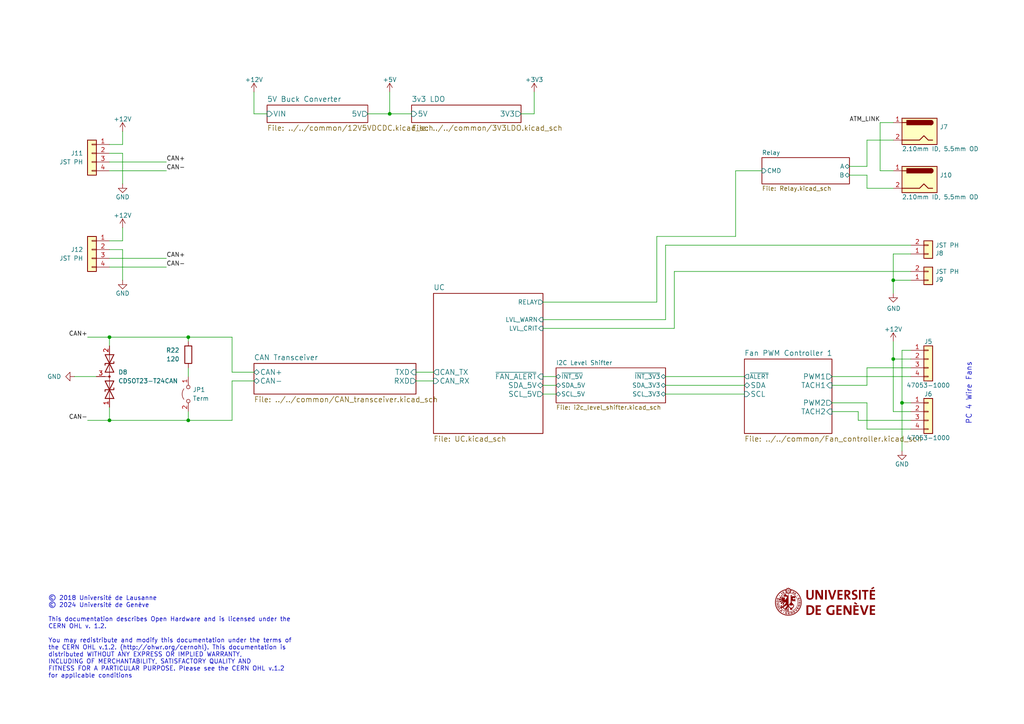
<source format=kicad_sch>
(kicad_sch (version 20231120) (generator "eeschema") (generator_version "8.0")
  (paper "A4")
  (title_block (title "Celaeno Nebulizer Control Board") (date "06/11/2018") (rev "B") (company "Université de Lausanne") (comment 1 "Author: Alexandre Tuleu") (comment 2 "Licensed under the CERN OHL v1.2"))
  (junction (at 31.75 97.79))
  (junction (at 261.62 116.84))
  (junction (at 259.08 104.14))
  (junction (at 31.75 121.92))
  (junction (at 54.61 121.92))
  (junction (at 113.03 33.02))
  (junction (at 259.08 81.28))
  (junction (at 54.61 97.79))
  (wire (pts (xy 120.65 110.49) (xy 125.73 110.49)))
  (wire (pts (xy 54.61 121.92) (xy 31.75 121.92)))
  (wire (pts (xy 35.56 41.91) (xy 31.75 41.91)))
  (wire (pts (xy 67.31 110.49) (xy 73.66 110.49)))
  (wire (pts (xy 251.46 40.64) (xy 259.08 40.64)))
  (wire (pts (xy 35.56 81.28) (xy 35.56 72.39)))
  (wire (pts (xy 67.31 97.79) (xy 67.31 107.95)))
  (wire (pts (xy 31.75 46.99) (xy 48.26 46.99)))
  (wire (pts (xy 259.08 73.66) (xy 264.16 73.66)))
  (wire (pts (xy 251.46 54.61) (xy 259.08 54.61)))
  (wire (pts (xy 35.56 69.85) (xy 31.75 69.85)))
  (wire (pts (xy 113.03 33.02) (xy 113.03 26.67)))
  (wire (pts (xy 73.66 26.67) (xy 73.66 33.02)))
  (polyline (pts (xy 234.9055 173.9481) (xy 234.9055 173.9481)) (stroke (width -0.0001) (type solid)))
  (wire (pts (xy 31.75 97.79) (xy 31.75 100.33)))
  (wire (pts (xy 259.08 99.06) (xy 259.08 104.14)))
  (wire (pts (xy 161.29 109.22) (xy 157.48 109.22)))
  (wire (pts (xy 67.31 121.92) (xy 54.61 121.92)))
  (wire (pts (xy 154.94 33.02) (xy 154.94 26.67)))
  (wire (pts (xy 264.16 78.74) (xy 195.58 78.74)))
  (wire (pts (xy 255.27 49.53) (xy 259.08 49.53)))
  (wire (pts (xy 251.46 50.8) (xy 251.46 54.61)))
  (wire (pts (xy 190.5 87.63) (xy 190.5 68.58)))
  (wire (pts (xy 193.04 109.22) (xy 215.9 109.22)))
  (wire (pts (xy 251.46 111.76) (xy 251.46 106.68)))
  (wire (pts (xy 120.65 107.95) (xy 125.73 107.95)))
  (wire (pts (xy 261.62 130.81) (xy 261.62 116.84)))
  (wire (pts (xy 241.3 109.22) (xy 264.16 109.22)))
  (wire (pts (xy 193.04 111.76) (xy 215.9 111.76)))
  (wire (pts (xy 31.75 97.79) (xy 25.4 97.79)))
  (wire (pts (xy 31.75 118.11) (xy 31.75 121.92)))
  (wire (pts (xy 35.56 38.1) (xy 35.56 41.91)))
  (wire (pts (xy 241.3 119.38) (xy 248.92 119.38)))
  (wire (pts (xy 246.38 48.26) (xy 251.46 48.26)))
  (wire (pts (xy 248.92 119.38) (xy 248.92 121.92)))
  (wire (pts (xy 259.08 85.09) (xy 259.08 81.28)))
  (wire (pts (xy 151.13 33.02) (xy 154.94 33.02)))
  (wire (pts (xy 73.66 33.02) (xy 77.47 33.02)))
  (wire (pts (xy 67.31 97.79) (xy 54.61 97.79)))
  (wire (pts (xy 213.36 49.53) (xy 220.98 49.53)))
  (wire (pts (xy 213.36 68.58) (xy 213.36 49.53)))
  (wire (pts (xy 31.75 77.47) (xy 48.26 77.47)))
  (wire (pts (xy 54.61 119.38) (xy 54.61 121.92)))
  (wire (pts (xy 195.58 78.74) (xy 195.58 95.25)))
  (wire (pts (xy 193.04 92.71) (xy 157.48 92.71)))
  (wire (pts (xy 261.62 101.6) (xy 264.16 101.6)))
  (wire (pts (xy 261.62 116.84) (xy 261.62 101.6)))
  (wire (pts (xy 157.48 87.63) (xy 190.5 87.63)))
  (wire (pts (xy 259.08 104.14) (xy 264.16 104.14)))
  (wire (pts (xy 35.56 66.04) (xy 35.56 69.85)))
  (wire (pts (xy 35.56 72.39) (xy 31.75 72.39)))
  (wire (pts (xy 35.56 44.45) (xy 31.75 44.45)))
  (wire (pts (xy 106.68 33.02) (xy 113.03 33.02)))
  (wire (pts (xy 259.08 119.38) (xy 264.16 119.38)))
  (wire (pts (xy 157.48 114.3) (xy 161.29 114.3)))
  (wire (pts (xy 31.75 121.92) (xy 25.4 121.92)))
  (wire (pts (xy 193.04 114.3) (xy 215.9 114.3)))
  (wire (pts (xy 259.08 81.28) (xy 259.08 73.66)))
  (wire (pts (xy 259.08 81.28) (xy 264.16 81.28)))
  (wire (pts (xy 259.08 104.14) (xy 259.08 119.38)))
  (wire (pts (xy 67.31 121.92) (xy 67.31 110.49)))
  (wire (pts (xy 261.62 116.84) (xy 264.16 116.84)))
  (wire (pts (xy 157.48 95.25) (xy 195.58 95.25)))
  (wire (pts (xy 54.61 106.68) (xy 54.61 109.22)))
  (wire (pts (xy 246.38 50.8) (xy 251.46 50.8)))
  (wire (pts (xy 113.03 33.02) (xy 119.38 33.02)))
  (wire (pts (xy 241.3 116.84) (xy 251.46 116.84)))
  (wire (pts (xy 251.46 124.46) (xy 264.16 124.46)))
  (wire (pts (xy 157.48 111.76) (xy 161.29 111.76)))
  (wire (pts (xy 54.61 97.79) (xy 31.75 97.79)))
  (wire (pts (xy 67.31 107.95) (xy 73.66 107.95)))
  (wire (pts (xy 251.46 106.68) (xy 264.16 106.68)))
  (wire (pts (xy 241.3 111.76) (xy 251.46 111.76)))
  (wire (pts (xy 35.56 53.34) (xy 35.56 44.45)))
  (wire (pts (xy 193.04 71.12) (xy 264.16 71.12)))
  (wire (pts (xy 251.46 40.64) (xy 251.46 48.26)))
  (wire (pts (xy 259.08 35.56) (xy 255.27 35.56)))
  (wire (pts (xy 54.61 99.06) (xy 54.61 97.79)))
  (wire (pts (xy 248.92 121.92) (xy 264.16 121.92)))
  (wire (pts (xy 31.75 49.53) (xy 48.26 49.53)))
  (wire (pts (xy 193.04 71.12) (xy 193.04 92.71)))
  (wire (pts (xy 251.46 116.84) (xy 251.46 124.46)))
  (wire (pts (xy 190.5 68.58) (xy 213.36 68.58)))
  (wire (pts (xy 27.94 109.22) (xy 21.59 109.22)))
  (wire (pts (xy 255.27 35.56) (xy 255.27 49.53)))
  (wire (pts (xy 31.75 74.93) (xy 48.26 74.93)))
  (polyline (pts (xy 237.6551 172.0303) (xy 238.0209 172.7029) (xy 238.1562 172.9562) (xy 238.2306 173.1019) (xy 238.2238 172.9873) (xy 238.218 172.8569) (xy 238.2095 172.5659) (xy 238.2047 172.2632) (xy 238.2032 171.9834) (xy 238.2032 171.1166) (xy 238.6972 171.1166) (xy 238.6972 173.9026) (xy 238.0535 173.9026) (xy 237.5441 172.9678) (xy 237.1773 172.2867) (xy 237.0447 172.035) (xy 236.9759 171.8967) (xy 236.9814 171.9952) (xy 236.9861 172.1087) (xy 236.9935 172.3667) (xy 236.9979 172.6425) (xy 236.9994 172.9079) (xy 236.9994 173.9026) (xy 236.5053 173.9026) (xy 236.5053 171.1166) (xy 237.153 171.1166) (xy 237.6551 172.0303)) (stroke (width -0.0001) (type solid)) (fill (type color) (color 132 0 0 1)))
  (polyline (pts (xy 238.0858 176.0115) (xy 237.1077 176.0115) (xy 237.1077 176.6967) (xy 238.0364 176.6967) (xy 238.0364 177.1341) (xy 237.1077 177.1341) (xy 237.1077 177.8894) (xy 238.0858 177.8894) (xy 238.0858 178.3476) (xy 236.571 178.3476) (xy 236.571 175.5616) (xy 238.0858 175.5616) (xy 238.0858 176.0115)) (stroke (width -0.0001) (type solid)) (fill (type color) (color 132 0 0 1)))
  (polyline (pts (xy 231.7476 173.3441) (xy 231.7576 173.3452) (xy 231.7674 173.347) (xy 231.777 173.3496) (xy 231.7863 173.353) (xy 231.7955 173.357) (xy 231.8044 173.3618) (xy 231.8132 173.3672) (xy 231.8218 173.3732) (xy 231.8301 173.3799) (xy 231.8382 173.3871) (xy 231.8462 173.3949) (xy 231.8614 173.4119) (xy 231.8758 173.4309) (xy 231.8894 173.4515) (xy 231.9022 173.4736) (xy 231.914 173.4969) (xy 231.9251 173.5212) (xy 231.9353 173.5463) (xy 231.9446 173.572) (xy 231.9533 173.599) (xy 231.9606 173.6259) (xy 231.9665 173.6525) (xy 231.9709 173.6786) (xy 231.9725 173.6915) (xy 231.9737 173.7041) (xy 231.9745 173.7166) (xy 231.9748 173.7289) (xy 231.9747 173.7409) (xy 231.9741 173.7527) (xy 231.9731 173.7643) (xy 231.9715 173.7755) (xy 231.9695 173.7865) (xy 231.967 173.7971) (xy 231.9639 173.8074) (xy 231.9603 173.8174) (xy 231.9562 173.8269) (xy 231.9515 173.8361) (xy 231.9463 173.8449) (xy 231.9405 173.8532) (xy 231.9341 173.8611) (xy 231.9271 173.8685) (xy 231.9195 173.8754) (xy 231.9113 173.8819) (xy 231.9024 173.8878) (xy 231.8929 173.8931) (xy 231.8828 173.8979) (xy 231.8719 173.9021) (xy 231.8158 173.7383) (xy 231.8206 173.7361) (xy 231.8252 173.7338) (xy 231.8295 173.7313) (xy 231.8335 173.7286) (xy 231.8372 173.7257) (xy 231.8406 173.7227) (xy 231.8438 173.7195) (xy 231.8466 173.7162) (xy 231.8493 173.7127) (xy 231.8516 173.7091) (xy 231.8537 173.7053) (xy 231.8556 173.7014) (xy 231.8572 173.6973) (xy 231.8586 173.693) (xy 231.8597 173.6887) (xy 231.8606 173.6842) (xy 231.8617 173.6747) (xy 231.862 173.6647) (xy 231.8614 173.6542) (xy 231.86 173.6432) (xy 231.8579 173.6317) (xy 231.855 173.6198) (xy 231.8515 173.6074) (xy 231.8473 173.5945) (xy 231.844 173.5853) (xy 231.8404 173.5763) (xy 231.8365 173.5674) (xy 231.8323 173.5589) (xy 231.8278 173.5508) (xy 231.8231 173.5432) (xy 231.8206 173.5395) (xy 231.8181 173.5361) (xy 231.8156 173.5327) (xy 231.8129 173.5296) (xy 231.8103 173.5266) (xy 231.8076 173.5238) (xy 231.8048 173.5213) (xy 231.802 173.5189) (xy 231.7991 173.5167) (xy 231.7962 173.5148) (xy 231.7933 173.5131) (xy 231.7903 173.5117) (xy 231.7873 173.5105) (xy 231.7843 173.5096) (xy 231.7812 173.509) (xy 231.7781 173.5087) (xy 231.7749 173.5087) (xy 231.7718 173.509) (xy 231.7686 173.5096) (xy 231.7653 173.5105) (xy 231.7617 173.5121) (xy 231.7583 173.5141) (xy 231.7554 173.5165) (xy 231.7528 173.5193) (xy 231.7505 173.5226) (xy 231.7485 173.5262) (xy 231.7468 173.5303) (xy 231.7453 173.5347) (xy 231.7433 173.5445) (xy 231.7422 173.5556) (xy 231.7419 173.5679) (xy 231.7424 173.5813) (xy 231.7435 173.5956) (xy 231.7451 173.6109) (xy 231.7494 173.6435) (xy 231.7595 173.7143) (xy 231.7615 173.7325) (xy 231.7633 173.7507) (xy 231.7646 173.7688) (xy 231.7653 173.7868) (xy 231.7654 173.8045) (xy 231.7646 173.8217) (xy 231.763 173.8385) (xy 231.7618 173.8466) (xy 231.7603 173.8545) (xy 231.7585 173.8623) (xy 231.7565 173.8698) (xy 231.7541 173.8771) (xy 231.7514 173.8841) (xy 231.7484 173.891) (xy 231.745 173.8975) (xy 231.7412 173.9037) (xy 231.737 173.9097) (xy 231.7325 173.9153) (xy 231.7275 173.9206) (xy 231.7221 173.9255) (xy 231.7163 173.9301) (xy 231.71 173.9343) (xy 231.7032 173.9381) (xy 231.696 173.9415) (xy 231.6882 173.9445) (xy 231.6787 173.9473) (xy 231.6693 173.9492) (xy 231.66 173.9502) (xy 231.6508 173.9504) (xy 231.6417 173.9498) (xy 231.6327 173.9484) (xy 231.6239 173.9462) (xy 231.6151 173.9433) (xy 231.6065 173.9398) (xy 231.5981 173.9355) (xy 231.5897 173.9307) (xy 231.5816 173.9252) (xy 231.5735 173.9192) (xy 231.5657 173.9126) (xy 231.5505 173.898) (xy 231.536 173.8815) (xy 231.5223 173.8636) (xy 231.5094 173.8443) (xy 231.4974 173.8239) (xy 231.4862 173.8028) (xy 231.476 173.781) (xy 231.4669 173.7589) (xy 231.4587 173.7368) (xy 231.4512 173.7132) (xy 231.4449 173.6893) (xy 231.4397 173.6655) (xy 231.4358 173.6418) (xy 231.4334 173.6184) (xy 231.4327 173.6069) (xy 231.4324 173.5955) (xy 231.4325 173.5844) (xy 231.433 173.5734) (xy 231.4339 173.5626) (xy 231.4352 173.552) (xy 231.4369 173.5417) (xy 231.4391 173.5317) (xy 231.4418 173.522) (xy 231.4449 173.5126) (xy 231.4485 173.5036) (xy 231.4525 173.4949) (xy 231.4571 173.4867) (xy 231.4622 173.4788) (xy 231.4678 173.4714) (xy 231.4739 173.4644) (xy 231.4805 173.4579) (xy 231.4877 173.4519) (xy 231.4955 173.4464) (xy 231.5039 173.4415) (xy 231.5128 173.4372) (xy 231.5223 173.4334) (xy 231.5786 173.5972) (xy 231.5747 173.5985) (xy 231.571 173.6) (xy 231.5676 173.6018) (xy 231.5645 173.6038) (xy 231.5616 173.606) (xy 231.559 173.6085) (xy 231.5567 173.6112) (xy 231.5545 173.6141) (xy 231.5526 173.6171) (xy 231.5509 173.6204) (xy 231.5495 173.6238) (xy 231.5482 173.6274) (xy 231.5472 173.6312) (xy 231.5463 173.635) (xy 231.5452 173.6432) (xy 231.5447 173.6518) (xy 231.545 173.6608) (xy 231.5458 173.67) (xy 231.5472 173.6795) (xy 231.549 173.6891) (xy 231.5514 173.6987) (xy 231.5541 173.7083) (xy 231.5572 173.7178) (xy 231.5596 173.7245) (xy 231.5623 173.7312) (xy 231.5652 173.7378) (xy 231.5684 173.7444) (xy 231.5719 173.7507) (xy 231.5756 173.7568) (xy 231.5795 173.7624) (xy 231.5816 173.7651) (xy 231.5837 173.7677) (xy 231.5859 173.7701) (xy 231.5881 173.7724) (xy 231.5904 173.7745) (xy 231.5927 173.7765) (xy 231.595 173.7783) (xy 231.5975 173.7799) (xy 231.5999 173.7813) (xy 231.6025 173.7825) (xy 231.605 173.7834) (xy 231.6076 173.7842) (xy 231.6103 173.7847) (xy 231.613 173.785) (xy 231.6157 173.785) (xy 231.6185 173.7847) (xy 231.6213 173.7842) (xy 231.6241 173.7834) (xy 231.6273 173.782) (xy 231.6302 173.7801) (xy 231.6327 173.7778) (xy 231.6349 173.7751) (xy 231.6368 173.772) (xy 231.6384 173.7684) (xy 231.6409 173.7602) (xy 231.6423 173.7505) (xy 231.6428 173.7395) (xy 231.6426 173.7273) (xy 231.6417 173.7139) (xy 231.6383 173.6843) (xy 231.6334 173.6515) (xy 231.628 173.6165) (xy 231.6229 173.5801) (xy 231.6208 173.5618) (xy 231.6191 173.5435) (xy 231.6178 173.5254) (xy 231.6172 173.5074) (xy 231.6172 173.4898) (xy 231.6181 173.4727) (xy 231.6199 173.4561) (xy 231.6212 173.4481) (xy 231.6227 173.4402) (xy 231.6246 173.4326) (xy 231.6267 173.4251) (xy 231.6291 173.4179) (xy 231.6319 173.411) (xy 231.635 173.4043) (xy 231.6384 173.3978) (xy 231.6422 173.3917) (xy 231.6464 173.3858) (xy 231.6509 173.3803) (xy 231.6559 173.3751) (xy 231.6613 173.3703) (xy 231.6671 173.3658) (xy 231.6733 173.3617) (xy 231.68 173.3579) (xy 231.6872 173.3546) (xy 231.6948 173.3517) (xy 231.7058 173.3484) (xy 231.7165 173.346) (xy 231.7271 173.3445) (xy 231.7375 173.3439) (xy 231.7476 173.3441)) (stroke (width -0.0001) (type solid)) (fill (type color) (color 132 0 0 1)))
  (polyline (pts (xy 241.2022 172.7469) (xy 241.2416 172.8698) (xy 241.2821 173.0023) (xy 241.3022 173.0718) (xy 241.3218 173.1434) (xy 241.3409 173.2167) (xy 241.3591 173.2918) (xy 241.3669 173.2918) (xy 241.3818 173.2221) (xy 241.3974 173.1545) (xy 241.414 173.0875) (xy 241.432 173.0199) (xy 241.4516 172.9501) (xy 241.4732 172.8768) (xy 241.5236 172.7139) (xy 242.0452 171.1166) (xy 242.5667 171.1166) (xy 241.6413 173.9026) (xy 241.0531 173.9026) (xy 240.1317 171.1166) (xy 240.6885 171.1166) (xy 241.2022 172.7469)) (stroke (width -0.0001) (type solid)) (fill (type color) (color 132 0 0 1)))
  (polyline (pts (xy 251.8797 171.5747) (xy 251.1935 171.5747) (xy 251.1935 173.9026) (xy 250.6837 173.9026) (xy 250.6837 171.5747) (xy 249.9976 171.5747) (xy 249.9976 171.1166) (xy 251.8797 171.1166) (xy 251.8797 171.5747)) (stroke (width -0.0001) (type solid)) (fill (type color) (color 132 0 0 1)))
  (polyline (pts (xy 244.3688 171.5665) (xy 243.4297 171.5665) (xy 243.4297 172.2517) (xy 244.3213 172.2517) (xy 244.3213 172.6891) (xy 243.4297 172.6891) (xy 243.4297 173.4444) (xy 244.3688 173.4444) (xy 244.3688 173.9026) (xy 242.9146 173.9026) (xy 242.9146 171.1166) (xy 244.3688 171.1166) (xy 244.3688 171.5665)) (stroke (width -0.0001) (type solid)) (fill (type color) (color 132 0 0 1)))
  (polyline (pts (xy 244.1078 176.0115) (xy 243.1295 176.0115) (xy 243.1295 176.6967) (xy 244.0582 176.6967) (xy 244.0582 177.1341) (xy 243.1295 177.1341) (xy 243.1295 177.8894) (xy 244.1078 177.8894) (xy 244.1078 178.3476) (xy 242.5931 178.3476) (xy 242.5931 175.5616) (xy 244.1078 175.5616) (xy 244.1078 176.0115)) (stroke (width -0.0001) (type solid)) (fill (type color) (color 132 0 0 1)))
  (polyline (pts (xy 226.2666 176.4539) (xy 225.9627 176.6853) (xy 226.1504 176.932) (xy 226.0626 176.9987) (xy 225.77 176.6143) (xy 226.1617 176.316) (xy 226.2666 176.4539)) (stroke (width -0.0001) (type solid)) (fill (type color) (color 132 0 0 1)))
  (polyline (pts (xy 230.5023 177.1699) (xy 230.1989 177.3573) (xy 230.2442 177.4307) (xy 230.5215 177.2594) (xy 230.5736 177.3439) (xy 230.2965 177.5151) (xy 230.3458 177.5949) (xy 230.657 177.4026) (xy 230.715 177.4965) (xy 230.2565 177.7798) (xy 229.9977 177.3609) (xy 230.4483 177.0825) (xy 230.5023 177.1699)) (stroke (width -0.0001) (type solid)) (fill (type color) (color 132 0 0 1)))
  (polyline (pts (xy 228.6579 170.9785) (xy 228.6643 170.9789) (xy 228.6705 170.9796) (xy 228.6764 170.9807) (xy 228.6821 170.9819) (xy 228.6875 170.9835) (xy 228.6927 170.9853) (xy 228.6977 170.9873) (xy 228.7025 170.9896) (xy 228.707 170.9922) (xy 228.7113 170.9949) (xy 228.7154 170.9979) (xy 228.7192 171.0011) (xy 228.7228 171.0045) (xy 228.7262 171.0081) (xy 228.7294 171.012) (xy 228.7324 171.0159) (xy 228.7352 171.0201) (xy 228.7378 171.0245) (xy 228.7402 171.029) (xy 228.7423 171.0336) (xy 228.7443 171.0385) (xy 228.7477 171.0485) (xy 228.7503 171.0591) (xy 228.7522 171.0702) (xy 228.7533 171.0816) (xy 228.7538 171.0935) (xy 228.7542 171.1161) (xy 228.856 171.1161) (xy 228.856 171.2051) (xy 228.6899 171.2051) (xy 228.6888 171.0992) (xy 228.6888 171.0972) (xy 228.6886 171.0954) (xy 228.6884 171.0935) (xy 228.6881 171.0917) (xy 228.6877 171.0899) (xy 228.6872 171.0881) (xy 228.6866 171.0864) (xy 228.686 171.0847) (xy 228.6853 171.0831) (xy 228.6845 171.0815) (xy 228.6836 171.08) (xy 228.6827 171.0785) (xy 228.6817 171.077) (xy 228.6806 171.0756) (xy 228.6794 171.0743) (xy 228.6782 171.073) (xy 228.677 171.0718) (xy 228.6756 171.0707) (xy 228.6743 171.0696) (xy 228.6728 171.0686) (xy 228.6713 171.0676) (xy 228.6698 171.0667) (xy 228.6682 171.0659) (xy 228.6665 171.0652) (xy 228.6648 171.0645) (xy 228.6631 171.064) (xy 228.6613 171.0635) (xy 228.6595 171.0631) (xy 228.6576 171.0628) (xy 228.6557 171.0625) (xy 228.6538 171.0624) (xy 228.6518 171.0623) (xy 228.6496 171.0624) (xy 228.6475 171.0625) (xy 228.6454 171.0627) (xy 228.6433 171.063) (xy 228.6413 171.0634) (xy 228.6394 171.0638) (xy 228.6375 171.0643) (xy 228.6356 171.0649) (xy 228.6339 171.0656) (xy 228.6321 171.0664) (xy 228.6305 171.0672) (xy 228.6288 171.0681) (xy 228.6273 171.069) (xy 228.6258 171.0701) (xy 228.6244 171.0712) (xy 228.6231 171.0723) (xy 228.6218 171.0736) (xy 228.6206 171.0749) (xy 228.6194 171.0762) (xy 228.6184 171.0776) (xy 228.6174 171.0791) (xy 228.6165 171.0807) (xy 228.6156 171.0823) (xy 228.6149 171.0839) (xy 228.6142 171.0857) (xy 228.6136 171.0874) (xy 228.6131 171.0893) (xy 228.6127 171.0911) (xy 228.6124 171.0931) (xy 228.6122 171.0951) (xy 228.612 171.0971) (xy 228.612 171.0992) (xy 228.6118 171.2051) (xy 228.447 171.2051) (xy 228.4472 171.1161) (xy 228.5489 171.1161) (xy 228.5489 171.0981) (xy 228.5489 171.0893) (xy 228.549 171.0805) (xy 228.5492 171.076) (xy 228.5494 171.0716) (xy 228.5497 171.0673) (xy 228.5501 171.0629) (xy 228.5508 171.058) (xy 228.5517 171.0532) (xy 228.5528 171.0485) (xy 228.5541 171.044) (xy 228.5555 171.0395) (xy 228.5572 171.0353) (xy 228.559 171.0311) (xy 228.5609 171.0272) (xy 228.563 171.0233) (xy 228.5653 171.0196) (xy 228.5678 171.0161) (xy 228.5704 171.0127) (xy 228.5731 171.0094) (xy 228.576 171.0063) (xy 228.5791 171.0034) (xy 228.5823 171.0006) (xy 228.5856 170.9979) (xy 228.5891 170.9955) (xy 228.5927 170.9931) (xy 228.5965 170.991) (xy 228.6004 170.989) (xy 228.6044 170.9872) (xy 228.6086 170.9855) (xy 228.6128 170.984) (xy 228.6172 170.9827) (xy 228.6217 170.9815) (xy 228.6264 170.9806) (xy 228.6311 170.9798) (xy 228.6409 170.9787) (xy 228.6512 170.9783) (xy 228.6579 170.9785)) (stroke (width -0.0001) (type solid)) (fill (type color) (color 132 0 0 1)))
  (polyline (pts (xy 249.6487 173.9026) (xy 249.1389 173.9026) (xy 249.1389 171.1166) (xy 249.6487 171.1166) (xy 249.6487 173.9026)) (stroke (width -0.0001) (type solid)) (fill (type color) (color 132 0 0 1)))
  (polyline (pts (xy 253.8033 176.0115) (xy 252.8249 176.0115) (xy 252.8249 176.6967) (xy 253.7536 176.6967) (xy 253.7536 177.1341) (xy 252.8249 177.1341) (xy 252.8249 177.8894) (xy 253.8033 177.8894) (xy 253.8033 178.3476) (xy 252.2884 178.3476) (xy 252.2884 175.5616) (xy 253.8033 175.5616) (xy 253.8033 176.0115)) (stroke (width -0.0001) (type solid)) (fill (type color) (color 132 0 0 1)))
  (polyline (pts (xy 245.8756 176.4753) (xy 246.2604 177.1479) (xy 246.4027 177.4011) (xy 246.4811 177.5469) (xy 246.4739 177.4323) (xy 246.4678 177.3019) (xy 246.4589 177.0108) (xy 246.4538 176.7082) (xy 246.4522 176.4284) (xy 246.4522 175.5616) (xy 246.9722 175.5616) (xy 246.9722 178.3476) (xy 246.2938 178.3476) (xy 245.758 177.4128) (xy 245.3723 176.7317) (xy 245.2327 176.48) (xy 245.1604 176.3417) (xy 245.1661 176.4402) (xy 245.1711 176.5537) (xy 245.1789 176.8117) (xy 245.1835 177.0875) (xy 245.185 177.3529) (xy 245.185 178.3476) (xy 244.665 178.3476) (xy 244.665 175.5616) (xy 245.3476 175.5616) (xy 245.8756 176.4753)) (stroke (width -0.0001) (type solid)) (fill (type color) (color 132 0 0 1)))
  (polyline (pts (xy 234.3919 172.9038) (xy 234.3932 172.9683) (xy 234.3974 173.0302) (xy 234.4049 173.0893) (xy 234.4159 173.1453) (xy 234.4307 173.198) (xy 234.4397 173.2231) (xy 234.4497 173.2473) (xy 234.4609 173.2706) (xy 234.4733 173.2929) (xy 234.4868 173.3142) (xy 234.5016 173.3346) (xy 234.5177 173.3539) (xy 234.5351 173.3721) (xy 234.5539 173.3893) (xy 234.5741 173.4054) (xy 234.5958 173.4203) (xy 234.6189 173.4341) (xy 234.6435 173.4467) (xy 234.6698 173.4581) (xy 234.6976 173.4682) (xy 234.7271 173.4771) (xy 234.7582 173.4846) (xy 234.7911 173.4909) (xy 234.8258 173.4958) (xy 234.8623 173.4994) (xy 234.9006 173.5015) (xy 234.9408 173.5022) (xy 235.0117 173.5002) (xy 235.0452 173.4976) (xy 235.0773 173.4939) (xy 235.1082 173.4891) (xy 235.1378 173.4831) (xy 235.1662 173.476) (xy 235.1932 173.4677) (xy 235.2191 173.4583) (xy 235.2437 173.4475) (xy 235.2671 173.4356) (xy 235.2893 173.4224) (xy 235.3103 173.4078) (xy 235.3301 173.392) (xy 235.3488 173.3748) (xy 235.3662 173.3562) (xy 235.3826 173.3363) (xy 235.3978 173.3149) (xy 235.4119 173.2921) (xy 235.4248 173.2679) (xy 235.4367 173.2421) (xy 235.4474 173.2149) (xy 235.4571 173.1861) (xy 235.4657 173.1557) (xy 235.4733 173.1238) (xy 235.4798 173.0903) (xy 235.4853 173.0552) (xy 235.4897 173.0184) (xy 235.4932 172.9799) (xy 235.4956 172.9398) (xy 235.4976 172.8543) (xy 235.4976 171.1166) (xy 236.0035 171.1166) (xy 236.0035 172.8213) (xy 236.0023 172.8913) (xy 235.9988 172.9591) (xy 235.993 173.0245) (xy 235.9849 173.0877) (xy 235.9746 173.1486) (xy 235.9619 173.2073) (xy 235.9471 173.2636) (xy 235.9301 173.3177) (xy 235.9108 173.3695) (xy 235.8894 173.4191) (xy 235.8658 173.4664) (xy 235.8401 173.5115) (xy 235.8122 173.5543) (xy 235.7823 173.5949) (xy 235.7503 173.6333) (xy 235.7162 173.6694) (xy 235.6801 173.7033) (xy 235.6419 173.735) (xy 235.6018 173.7645) (xy 235.5596 173.7918) (xy 235.5155 173.8168) (xy 235.4694 173.8397) (xy 235.4214 173.8603) (xy 235.3715 173.8788) (xy 235.3197 173.8951) (xy 235.266 173.9091) (xy 235.2105 173.9211) (xy 235.1531 173.9308) (xy 235.0939 173.9384) (xy 235.0329 173.9437) (xy 234.9055 173.9481) (xy 234.8291 173.9467) (xy 234.7564 173.9426) (xy 234.6873 173.9358) (xy 234.6217 173.9264) (xy 234.5596 173.9146) (xy 234.5009 173.9004) (xy 234.4455 173.8838) (xy 234.3932 173.8649) (xy 234.3441 173.8439) (xy 234.2981 173.8208) (xy 234.2549 173.7956) (xy 234.2147 173.7685) (xy 234.1772 173.7395) (xy 234.1424 173.7087) (xy 234.1102 173.6762) (xy 234.0806 173.6421) (xy 234.0534 173.6064) (xy 234.0286 173.5692) (xy 234.006 173.5307) (xy 233.9857 173.4908) (xy 233.9674 173.4496) (xy 233.9512 173.4073) (xy 233.937 173.3639) (xy 233.9245 173.3194) (xy 233.905 173.2279) (xy 233.8918 173.1331) (xy 233.8844 173.0359) (xy 233.8821 172.9368) (xy 233.8821 171.1166) (xy 234.3919 171.1166) (xy 234.3919 172.9038)) (stroke (width -0.0001) (type solid)) (fill (type color) (color 132 0 0 1)))
  (polyline (pts (xy 226.9388 172.2807) (xy 226.8063 172.3832) (xy 226.6257 172.1498) (xy 226.5027 172.2449) (xy 226.45 172.1767) (xy 226.4635 172.1662) (xy 226.4765 172.1552) (xy 226.489 172.1438) (xy 226.5008 172.132) (xy 226.5117 172.1199) (xy 226.5217 172.1076) (xy 226.5306 172.095) (xy 226.5346 172.0886) (xy 226.5383 172.0823) (xy 226.5416 172.0758) (xy 226.5446 172.0694) (xy 226.5473 172.063) (xy 226.5495 172.0565) (xy 226.5513 172.0501) (xy 226.5528 172.0436) (xy 226.5538 172.0372) (xy 226.5544 172.0307) (xy 226.5544 172.0243) (xy 226.5541 172.018) (xy 226.5532 172.0117) (xy 226.5518 172.0054) (xy 226.5499 171.9992) (xy 226.5475 171.993) (xy 226.5445 171.9869) (xy 226.5409 171.9809) (xy 226.6447 171.9005) (xy 226.9388 172.2807)) (stroke (width -0.0001) (type solid)) (fill (type color) (color 132 0 0 1)))
  (polyline (pts (xy 229.964 177.9169) (xy 229.7941 177.9699) (xy 229.4825 177.7455) (xy 229.4807 177.7461) (xy 229.5719 178.0391) (xy 229.4164 178.0876) (xy 229.27 177.6174) (xy 229.4398 177.5645) (xy 229.7504 177.7856) (xy 229.7522 177.7851) (xy 229.662 177.4954) (xy 229.8175 177.4469) (xy 229.964 177.9169)) (stroke (width -0.0001) (type solid)) (fill (type color) (color 132 0 0 1)))
  (polyline (pts (xy 229.0901 177.7505) (xy 228.7341 177.7687) (xy 228.7384 177.8548) (xy 229.0638 177.8382) (xy 229.0689 177.9374) (xy 228.7435 177.9539) (xy 228.7482 178.0476) (xy 229.1136 178.0291) (xy 229.1192 178.1393) (xy 228.5809 178.1666) (xy 228.5558 177.6748) (xy 229.0849 177.6479) (xy 229.0901 177.7505)) (stroke (width -0.0001) (type solid)) (fill (type color) (color 132 0 0 1)))
  (polyline (pts (xy 231.1856 177.0658) (xy 231.0453 177.2072) (xy 230.5482 177.0092) (xy 230.6754 176.8809) (xy 231.0272 177.0464) (xy 231.0285 177.045) (xy 230.8603 176.6946) (xy 230.9876 176.5664) (xy 231.1856 177.0658)) (stroke (width -0.0001) (type solid)) (fill (type color) (color 132 0 0 1)))
  (polyline (pts (xy 231.976 174.5573) (xy 231.9874 174.5582) (xy 231.9983 174.5599) (xy 232.0087 174.5624) (xy 232.0186 174.5656) (xy 232.028 174.5696) (xy 232.0369 174.5742) (xy 232.0453 174.5795) (xy 232.0533 174.5854) (xy 232.0607 174.592) (xy 232.0678 174.5991) (xy 232.0744 174.6068) (xy 232.0806 174.615) (xy 232.0863 174.6238) (xy 232.0917 174.633) (xy 232.1011 174.6529) (xy 232.1091 174.6744) (xy 232.1155 174.6973) (xy 232.1206 174.7215) (xy 232.1244 174.7467) (xy 232.1269 174.7727) (xy 232.1283 174.7994) (xy 232.1286 174.8265) (xy 232.1278 174.8539) (xy 232.126 174.8822) (xy 232.123 174.9099) (xy 232.1187 174.9368) (xy 232.1133 174.9627) (xy 232.1101 174.9752) (xy 232.1065 174.9874) (xy 232.1027 174.9993) (xy 232.0985 175.0109) (xy 232.094 175.022) (xy 232.0891 175.0328) (xy 232.0839 175.0431) (xy 232.0783 175.0531) (xy 232.0725 175.0625) (xy 232.0662 175.0715) (xy 232.0596 175.0799) (xy 232.0526 175.0879) (xy 232.0453 175.0953) (xy 232.0376 175.1021) (xy 232.0295 175.1083) (xy 232.0211 175.114) (xy 232.0122 175.119) (xy 232.003 175.1233) (xy 231.9934 175.127) (xy 231.9834 175.1299) (xy 231.973 175.1322) (xy 231.9622 175.1337) (xy 231.951 175.1344) (xy 231.9394 175.1344) (xy 231.947 174.9614) (xy 231.9524 174.9611) (xy 231.9575 174.9606) (xy 231.9624 174.9598) (xy 231.9671 174.9588) (xy 231.9716 174.9575) (xy 231.9759 174.956) (xy 231.98 174.9542) (xy 231.9839 174.9521) (xy 231.9876 174.9499) (xy 231.9911 174.9473) (xy 231.9945 174.9446) (xy 231.9976 174.9416) (xy 232.0006 174.9384) (xy 232.0034 174.9349) (xy 232.0061 174.9313) (xy 232.0086 174.9274) (xy 232.0131 174.9191) (xy 232.017 174.9099) (xy 232.0203 174.8999) (xy 232.023 174.8892) (xy 232.0253 174.8777) (xy 232.027 174.8655) (xy 232.0283 174.8527) (xy 232.0291 174.8392) (xy 232.0293 174.8294) (xy 232.0293 174.8197) (xy 232.0289 174.81) (xy 232.0281 174.8005) (xy 232.0269 174.7913) (xy 232.0261 174.7869) (xy 232.0253 174.7825) (xy 232.0243 174.7782) (xy 232.0233 174.7741) (xy 232.0221 174.77) (xy 232.0208 174.7661) (xy 232.0195 174.7624) (xy 232.0179 174.7588) (xy 232.0163 174.7554) (xy 232.0146 174.7522) (xy 232.0127 174.7491) (xy 232.0107 174.7463) (xy 232.0086 174.7436) (xy 232.0064 174.7412) (xy 232.004 174.739) (xy 232.0015 174.737) (xy 231.9988 174.7353) (xy 231.9961 174.7339) (xy 231.9931 174.7327) (xy 231.9901 174.7318) (xy 231.9869 174.7312) (xy 231.9835 174.7309) (xy 231.9795 174.731) (xy 231.9757 174.7317) (xy 231.9721 174.7328) (xy 231.9686 174.7345) (xy 231.9653 174.7367) (xy 231.9621 174.7394) (xy 231.959 174.7425) (xy 231.9561 174.7461) (xy 231.9506 174.7544) (xy 231.9455 174.7644) (xy 231.9408 174.7757) (xy 231.9363 174.7884) (xy 231.9321 174.8021) (xy 231.928 174.8169) (xy 231.9201 174.8489) (xy 231.9034 174.9185) (xy 231.8987 174.9361) (xy 231.8937 174.9537) (xy 231.8883 174.9711) (xy 231.8824 174.9881) (xy 231.8759 175.0045) (xy 231.8689 175.0203) (xy 231.8652 175.0279) (xy 231.8613 175.0353) (xy 231.8572 175.0424) (xy 231.8529 175.0492) (xy 231.8484 175.0558) (xy 231.8438 175.062) (xy 231.8389 175.068) (xy 231.8338 175.0735) (xy 231.8284 175.0787) (xy 231.8229 175.0836) (xy 231.8171 175.088) (xy 231.8111 175.092) (xy 231.8048 175.0956) (xy 231.7982 175.0987) (xy 231.7914 175.1013) (xy 231.7842 175.1034) (xy 231.7768 175.105) (xy 231.7691 175.1061) (xy 231.7611 175.1066) (xy 231.7528 175.1065) (xy 231.743 175.1056) (xy 231.7335 175.104) (xy 231.7245 175.1015) (xy 231.7159 175.0983) (xy 231.7076 175.0944) (xy 231.6998 175.0898) (xy 231.6923 175.0846) (xy 231.6852 175.0787) (xy 231.6785 175.0722) (xy 231.6722 175.0652) (xy 231.6663 175.0576) (xy 231.6607 175.0496) (xy 231.6505 175.032) (xy 231.6417 175.0128) (xy 231.6343 174.9923) (xy 231.6281 174.9705) (xy 231.6231 174.9479) (xy 231.6194 174.9245) (xy 231.6167 174.9007) (xy 231.6152 174.8768) (xy 231.6148 174.8529) (xy 231.6153 174.8293) (xy 231.617 174.8046) (xy 231.6198 174.7801) (xy 231.6237 174.756) (xy 231.6288 174.7325) (xy 231.6318 174.7211) (xy 231.6351 174.7099) (xy 231.6387 174.6989) (xy 231.6426 174.6882) (xy 231.6467 174.6778) (xy 231.6512 174.6678) (xy 231.656 174.6581) (xy 231.6611 174.6487) (xy 231.6665 174.6398) (xy 231.6722 174.6313) (xy 231.6782 174.6232) (xy 231.6846 174.6156) (xy 231.6912 174.6085) (xy 231.6982 174.602) (xy 231.7055 174.5959) (xy 231.7131 174.5905) (xy 231.721 174.5856) (xy 231.7292 174.5814) (xy 231.7378 174.5778) (xy 231.7467 174.5748) (xy 231.756 174.5726) (xy 231.7655 174.5711) (xy 231.7754 174.5703) (xy 231.7857 174.5703) (xy 231.7779 174.7433) (xy 231.7738 174.743) (xy 231.7699 174.7431) (xy 231.7661 174.7435) (xy 231.7624 174.7442) (xy 231.759 174.7452) (xy 231.7556 174.7466) (xy 231.7525 174.7482) (xy 231.7494 174.7501) (xy 231.7465 174.7522) (xy 231.7438 174.7546) (xy 231.7411 174.7573) (xy 231.7387 174.7602) (xy 231.7363 174.7633) (xy 231.7341 174.7666) (xy 231.7301 174.7737) (xy 231.7265 174.7816) (xy 231.7234 174.79) (xy 231.7208 174.7989) (xy 231.7187 174.8082) (xy 231.7169 174.8178) (xy 231.7156 174.8277) (xy 231.7146 174.8376) (xy 231.714 174.8476) (xy 231.7138 174.8546) (xy 231.7138 174.8619) (xy 231.7141 174.8692) (xy 231.7147 174.8764) (xy 231.7156 174.8836) (xy 231.7168 174.8906) (xy 231.7176 174.894) (xy 231.7184 174.8974) (xy 231.7193 174.9006) (xy 231.7203 174.9038) (xy 231.7215 174.9068) (xy 231.7227 174.9098) (xy 231.724 174.9126) (xy 231.7255 174.9153) (xy 231.727 174.9178) (xy 231.7287 174.9202) (xy 231.7305 174.9224) (xy 231.7324 174.9244) (xy 231.7344 174.9263) (xy 231.7366 174.9279) (xy 231.7388 174.9294) (xy 231.7412 174.9306) (xy 231.7438 174.9316) (xy 231.7465 174.9324) (xy 231.7493 174.9329) (xy 231.7523 174.9331) (xy 231.7557 174.933) (xy 231.7591 174.9323) (xy 231.7623 174.9311) (xy 231.7653 174.9294) (xy 231.7682 174.9272) (xy 231.771 174.9245) (xy 231.7763 174.9177) (xy 231.7812 174.9092) (xy 231.7857 174.8991) (xy 231.79 174.8877) (xy 231.794 174.8749) (xy 231.8017 174.8461) (xy 231.8092 174.8138) (xy 231.817 174.7792) (xy 231.8255 174.7435) (xy 231.8302 174.7257) (xy 231.8353 174.7081) (xy 231.8408 174.6907) (xy 231.8468 174.6738) (xy 231.8533 174.6574) (xy 231.8604 174.6418) (xy 231.8642 174.6343) (xy 231.8681 174.6271) (xy 231.8722 174.62) (xy 231.8765 174.6133) (xy 231.881 174.6069) (xy 231.8857 174.6007) (xy 231.8906 174.5949) (xy 231.8957 174.5894) (xy 231.9011 174.5843) (xy 231.9066 174.5796) (xy 231.9124 174.5753) (xy 231.9184 174.5714) (xy 231.9247 174.5679) (xy 231.9312 174.5649) (xy 231.938 174.5623) (xy 231.945 174.5602) (xy 231.9523 174.5587) (xy 231.9599 174.5577) (xy 231.9678 174.5572) (xy 231.976 174.5573)) (stroke (width -0.0001) (type solid)) (fill (type color) (color 132 0 0 1)))
  (polyline (pts (xy 241.2745 175.5209) (xy 241.3262 175.5226) (xy 241.4289 175.5291) (xy 241.5306 175.5397) (xy 241.6308 175.5539) (xy 241.7294 175.5713) (xy 241.8258 175.5917) (xy 241.9198 175.6147) (xy 242.0111 175.64) (xy 241.9284 176.1394) (xy 241.8863 176.1236) (xy 241.8434 176.1085) (xy 241.7998 176.0943) (xy 241.7556 176.0809) (xy 241.7108 176.0685) (xy 241.6654 176.0569) (xy 241.6194 176.0464) (xy 241.573 176.0368) (xy 241.5262 176.0282) (xy 241.479 176.0206) (xy 241.4314 176.0142) (xy 241.3835 176.0088) (xy 241.3354 176.0046) (xy 241.287 176.0016) (xy 241.2384 175.9997) (xy 241.1897 175.9991) (xy 241.1387 176.0001) (xy 241.0886 176.0031) (xy 241.0396 176.0082) (xy 240.9915 176.0152) (xy 240.9445 176.0242) (xy 240.8986 176.0352) (xy 240.8539 176.0481) (xy 240.8104 176.063) (xy 240.7682 176.0798) (xy 240.7272 176.0985) (xy 240.6876 176.1191) (xy 240.6494 176.1416) (xy 240.6126 176.166) (xy 240.5773 176.1923) (xy 240.5435 176.2204) (xy 240.5113 176.2503) (xy 240.4806 176.2821) (xy 240.4517 176.3157) (xy 240.4244 176.3511) (xy 240.3988 176.3882) (xy 240.3751 176.4272) (xy 240.3532 176.4679) (xy 240.3331 176.5104) (xy 240.315 176.5546) (xy 240.2989 176.6005) (xy 240.2847 176.6481) (xy 240.2726 176.6974) (xy 240.2626 176.7484) (xy 240.2548 176.8011) (xy 240.2491 176.8555) (xy 240.2457 176.9114) (xy 240.2445 176.9691) (xy 240.2455 177.0237) (xy 240.2483 177.0769) (xy 240.2529 177.1286) (xy 240.2595 177.1788) (xy 240.2678 177.2275) (xy 240.278 177.2747) (xy 240.2899 177.3203) (xy 240.3037 177.3644) (xy 240.3192 177.407) (xy 240.3364 177.4479) (xy 240.3555 177.4872) (xy 240.3762 177.5249) (xy 240.3987 177.5609) (xy 240.4228 177.5952) (xy 240.4487 177.6279) (xy 240.4762 177.6588) (xy 240.5053 177.6881) (xy 240.5362 177.7155) (xy 240.5686 177.7412) (xy 240.6027 177.7652) (xy 240.6383 177.7873) (xy 240.6755 177.8076) (xy 240.7144 177.826) (xy 240.7547 177.8426) (xy 240.7966 177.8573) (xy 240.8401 177.8701) (xy 240.885 177.881) (xy 240.9315 177.8899) (xy 240.9794 177.8969) (xy 241.0288 177.9019) (xy 241.0796 177.905) (xy 241.1319 177.906) (xy 241.1807 177.9052) (xy 241.228 177.9029) (xy 241.274 177.899) (xy 241.3187 177.8936) (xy 241.3623 177.8866) (xy 241.4047 177.8781) (xy 241.4463 177.8681) (xy 241.4869 177.8565) (xy 241.4869 176.8866) (xy 242.0235 176.8866) (xy 242.0235 178.2155) (xy 241.9709 178.2359) (xy 241.9168 178.255) (xy 241.8614 178.2729) (xy 241.8048 178.2896) (xy 241.7471 178.3051) (xy 241.6884 178.3193) (xy 241.6288 178.3323) (xy 241.5684 178.344) (xy 241.5073 178.3543) (xy 241.4457 178.3634) (xy 241.3836 178.3711) (xy 241.3211 178.3774) (xy 241.2584 178.3824) (xy 241.1956 178.386) (xy 241.1328 178.3881) (xy 241.07 178.3888) (xy 240.9883 178.3873) (xy 240.9087 178.3828) (xy 240.8312 178.3753) (xy 240.7559 178.3648) (xy 240.6829 178.3515) (xy 240.6121 178.3352) (xy 240.5436 178.3162) (xy 240.4775 178.2943) (xy 240.4136 178.2697) (xy 240.3522 178.2423) (xy 240.2931 178.2122) (xy 240.2365 178.1795) (xy 240.1824 178.1441) (xy 240.1307 178.1061) (xy 240.0816 178.0656) (xy 240.0351 178.0225) (xy 239.9911 177.977) (xy 239.9497 177.929) (xy 239.911 177.8786) (xy 239.875 177.8258) (xy 239.8417 177.7706) (xy 239.8111 177.7131) (xy 239.7833 177.6534) (xy 239.7583 177.5914) (xy 239.7361 177.5271) (xy 239.7167 177.4608) (xy 239.7003 177.3922) (xy 239.6868 177.3216) (xy 239.6762 177.2488) (xy 239.6686 177.1741) (xy 239.6641 177.0973) (xy 239.6625 177.0186) (xy 239.6643 176.9373) (xy 239.6695 176.8576) (xy 239.678 176.7794) (xy 239.69 176.703) (xy 239.7052 176.6283) (xy 239.7238 176.5554) (xy 239.7455 176.4844) (xy 239.7705 176.4153) (xy 239.7986 176.3483) (xy 239.8299 176.2834) (xy 239.8642 176.2206) (xy 239.9015 176.16) (xy 239.9419 176.1017) (xy 239.9852 176.0458) (xy 240.0314 175.9923) (xy 240.0805 175.9413) (xy 240.1324 175.8929) (xy 240.1871 175.8471) (xy 240.2445 175.804) (xy 240.3046 175.7637) (xy 240.3675 175.7262) (xy 240.4329 175.6916) (xy 240.5009 175.6599) (xy 240.5715 175.6314) (xy 240.6446 175.6059) (xy 240.7201 175.5836) (xy 240.7981 175.5645) (xy 240.8784 175.5488) (xy 240.9611 175.5364) (xy 241.0461 175.5275) (xy 241.1333 175.5221) (xy 241.2227 175.5203) (xy 241.2745 175.5209)) (stroke (width -0.0001) (type solid)) (fill (type color) (color 132 0 0 1)))
  (polyline (pts (xy 249.0442 176.0115) (xy 248.066 176.0115) (xy 248.066 176.6967) (xy 248.9947 176.6967) (xy 248.9947 177.1341) (xy 248.066 177.1341) (xy 248.066 177.8894) (xy 249.0442 177.8894) (xy 249.0442 178.3476) (xy 247.5295 178.3476) (xy 247.5295 175.5616) (xy 249.0442 175.5616) (xy 249.0442 176.0115)) (stroke (width -0.0001) (type solid)) (fill (type color) (color 132 0 0 1)))
  (polyline (pts (xy 232.0568 175.4238) (xy 232.0055 175.594) (xy 231.6451 175.7266) (xy 231.6445 175.7283) (xy 231.9384 175.8169) (xy 231.8914 175.9729) (xy 231.4199 175.8308) (xy 231.4712 175.6605) (xy 231.8284 175.527) (xy 231.8289 175.5253) (xy 231.5383 175.4377) (xy 231.5853 175.2818) (xy 232.0568 175.4238)) (stroke (width -0.0001) (type solid)) (fill (type color) (color 132 0 0 1)))
  (polyline (pts (xy 225.706 175.6945) (xy 225.7187 175.6958) (xy 225.7314 175.6978) (xy 225.744 175.7005) (xy 225.7566 175.7039) (xy 225.769 175.7081) (xy 225.7814 175.713) (xy 225.7937 175.7186) (xy 225.8058 175.725) (xy 225.8178 175.7321) (xy 225.8296 175.7399) (xy 225.8412 175.7484) (xy 225.8527 175.7577) (xy 225.8639 175.7678) (xy 225.8749 175.7785) (xy 225.8857 175.7901) (xy 225.8962 175.8023) (xy 225.9064 175.8153) (xy 225.9163 175.8291) (xy 225.9259 175.8436) (xy 225.9352 175.8589) (xy 225.9442 175.8749) (xy 225.9528 175.8917) (xy 225.961 175.9092) (xy 225.9686 175.927) (xy 225.9754 175.9446) (xy 225.9814 175.962) (xy 225.9867 175.9791) (xy 225.9911 175.9959) (xy 225.9948 176.0125) (xy 225.9977 176.0288) (xy 225.9998 176.0448) (xy 226.0013 176.0605) (xy 226.002 176.0759) (xy 226.002 176.0909) (xy 226.0014 176.1057) (xy 226 176.12) (xy 225.998 176.1341) (xy 225.9953 176.1477) (xy 225.992 176.161) (xy 225.988 176.1739) (xy 225.9834 176.1864) (xy 225.9782 176.1985) (xy 225.9725 176.2101) (xy 225.9661 176.2214) (xy 225.9592 176.2322) (xy 225.9517 176.2425) (xy 225.9436 176.2523) (xy 225.935 176.2617) (xy 225.9259 176.2706) (xy 225.9163 176.279) (xy 225.9062 176.2869) (xy 225.8956 176.2943) (xy 225.8845 176.3012) (xy 225.8729 176.3075) (xy 225.8609 176.3132) (xy 225.8487 176.3183) (xy 225.8363 176.3228) (xy 225.8238 176.3265) (xy 225.8112 176.3295) (xy 225.7986 176.3318) (xy 225.7859 176.3334) (xy 225.7732 176.3342) (xy 225.7605 176.3344) (xy 225.7478 176.3338) (xy 225.7351 176.3326) (xy 225.7224 176.3306) (xy 225.7098 176.3279) (xy 225.6973 176.3244) (xy 225.6848 176.3203) (xy 225.6725 176.3154) (xy 225.6602 176.3098) (xy 225.6481 176.3034) (xy 225.6361 176.2963) (xy 225.6243 176.2885) (xy 225.6127 176.28) (xy 225.6012 176.2707) (xy 225.59 176.2607) (xy 225.579 176.2499) (xy 225.5682 176.2384) (xy 225.5577 176.2261) (xy 225.5475 176.2131) (xy 225.5376 176.1994) (xy 225.528 176.1848) (xy 225.5187 176.1696) (xy 225.5097 176.1536) (xy 225.5011 176.1368) (xy 225.4929 176.1193) (xy 225.4853 176.1014) (xy 225.4785 176.0838) (xy 225.4725 176.0665) (xy 225.4672 176.0494) (xy 225.4628 176.0325) (xy 225.4591 176.016) (xy 225.4562 175.9997) (xy 225.4557 175.9959) (xy 225.5757 175.9959) (xy 225.5758 176.0038) (xy 225.5763 176.0119) (xy 225.5773 176.0201) (xy 225.5787 176.0286) (xy 225.5806 176.0373) (xy 225.5831 176.0462) (xy 225.586 176.0552) (xy 225.5895 176.0645) (xy 225.5935 176.074) (xy 225.5979 176.0832) (xy 225.6025 176.092) (xy 225.6073 176.1002) (xy 225.6123 176.108) (xy 225.6175 176.1152) (xy 225.6229 176.1219) (xy 225.6284 176.1281) (xy 225.6341 176.1339) (xy 225.6399 176.1392) (xy 225.6459 176.144) (xy 225.652 176.1484) (xy 225.6582 176.1524) (xy 225.6645 176.1559) (xy 225.6709 176.159) (xy 225.6774 176.1617) (xy 225.6839 176.164) (xy 225.6905 176.166) (xy 225.6972 176.1675) (xy 225.7039 176.1687) (xy 225.7106 176.1695) (xy 225.7174 176.17) (xy 225.7242 176.1701) (xy 225.7309 176.17) (xy 225.7377 176.1694) (xy 225.7511 176.1675) (xy 225.7644 176.1645) (xy 225.7774 176.1603) (xy 225.7901 176.1552) (xy 225.8024 176.1491) (xy 225.8142 176.1422) (xy 225.8253 176.1343) (xy 225.8357 176.1255) (xy 225.8452 176.1159) (xy 225.8537 176.1054) (xy 225.8576 176.0998) (xy 225.8612 176.094) (xy 225.8645 176.088) (xy 225.8674 176.0818) (xy 225.87 176.0754) (xy 225.8723 176.0687) (xy 225.8743 176.0619) (xy 225.8758 176.0548) (xy 225.877 176.0476) (xy 225.8778 176.0401) (xy 225.8781 176.0324) (xy 225.878 176.0246) (xy 225.8775 176.0165) (xy 225.8765 176.0082) (xy 225.8751 175.9997) (xy 225.8732 175.9911) (xy 225.8707 175.9822) (xy 225.8678 175.9731) (xy 225.8643 175.9639) (xy 225.8603 175.9544) (xy 225.8559 175.9451) (xy 225.8513 175.9364) (xy 225.8465 175.9281) (xy 225.8415 175.9204) (xy 225.8363 175.9132) (xy 225.8309 175.9065) (xy 225.8254 175.9003) (xy 225.8197 175.8945) (xy 225.8139 175.8892) (xy 225.8079 175.8844) (xy 225.8018 175.88) (xy 225.7956 175.8761) (xy 225.7893 175.8725) (xy 225.7829 175.8694) (xy 225.7764 175.8667) (xy 225.7699 175.8644) (xy 225.7633 175.8625) (xy 225.7566 175.8609) (xy 225.7499 175.8597) (xy 225.7432 175.8589) (xy 225.7364 175.8584) (xy 225.7296 175.8583) (xy 225.7229 175.8585) (xy 225.7161 175.859) (xy 225.7027 175.8609) (xy 225.6894 175.8639) (xy 225.6764 175.868) (xy 225.6637 175.8732) (xy 225.6514 175.8792) (xy 225.6397 175.8862) (xy 225.6285 175.894) (xy 225.6182 175.9028) (xy 225.6087 175.9124) (xy 225.6001 175.9229) (xy 225.5963 175.9285) (xy 225.5927 175.9343) (xy 225.5894 175.9403) (xy 225.5864 175.9465) (xy 225.5838 175.953) (xy 225.5815 175.9596) (xy 225.5796 175.9664) (xy 225.578 175.9735) (xy 225.5769 175.9808) (xy 225.5761 175.9882) (xy 225.5757 175.9959) (xy 225.4557 175.9959) (xy 225.4541 175.9837) (xy 225.4526 175.968) (xy 225.4519 175.9526) (xy 225.4519 175.9375) (xy 225.4525 175.9228) (xy 225.4539 175.9084) (xy 225.4559 175.8944) (xy 225.4586 175.8807) (xy 225.4619 175.8674) (xy 225.4659 175.8545) (xy 225.4704 175.842) (xy 225.4756 175.8299) (xy 225.4814 175.8183) (xy 225.4878 175.807) (xy 225.4947 175.7962) (xy 225.5022 175.7859) (xy 225.5102 175.776) (xy 225.5188 175.7666) (xy 225.5279 175.7577) (xy 225.5375 175.7493) (xy 225.5476 175.7414) (xy 225.5582 175.734) (xy 225.5693 175.7272) (xy 225.5809 175.7209) (xy 225.5928 175.7151) (xy 225.6051 175.71) (xy 225.6175 175.7056) (xy 225.63 175.7019) (xy 225.6426 175.6988) (xy 225.6552 175.6966) (xy 225.6679 175.695) (xy 225.6806 175.6941) (xy 225.6933 175.6939) (xy 225.706 175.6945)) (stroke (width -0.0001) (type solid)) (fill (type color) (color 132 0 0 1)))
  (polyline (pts (xy 225.7174 175.0971) (xy 225.5406 175.1275) (xy 225.5794 175.3521) (xy 225.7561 175.3219) (xy 225.7855 175.4925) (xy 225.3003 175.5761) (xy 225.2708 175.4055) (xy 225.4707 175.371) (xy 225.432 175.1462) (xy 225.2321 175.1807) (xy 225.2027 175.0099) (xy 225.688 174.9264) (xy 225.7174 175.0971)) (stroke (width -0.0001) (type solid)) (fill (type color) (color 132 0 0 1)))
  (polyline (pts (xy 231.4288 176.0562) (xy 231.2439 176.361) (xy 231.3176 176.4057) (xy 231.4865 176.1272) (xy 231.5715 176.1787) (xy 231.4025 176.4572) (xy 231.4827 176.5059) (xy 231.6724 176.193) (xy 231.7668 176.2502) (xy 231.4873 176.7111) (xy 231.0662 176.4559) (xy 231.3409 176.0029) (xy 231.4288 176.0562)) (stroke (width -0.0001) (type solid)) (fill (type color) (color 132 0 0 1)))
  (polyline (pts (xy 225.4809 174.1372) (xy 225.4941 174.1386) (xy 225.5071 174.1408) (xy 225.5198 174.1436) (xy 225.5322 174.1472) (xy 225.5444 174.1515) (xy 225.5563 174.1564) (xy 225.5678 174.1621) (xy 225.5791 174.1684) (xy 225.5899 174.1753) (xy 225.6005 174.1829) (xy 225.6106 174.1911) (xy 225.6203 174.2) (xy 225.6297 174.2094) (xy 225.6386 174.2194) (xy 225.6471 174.23) (xy 225.6552 174.2412) (xy 225.6628 174.2529) (xy 225.6699 174.2652) (xy 225.6765 174.278) (xy 225.6826 174.2913) (xy 225.6932 174.3195) (xy 225.7017 174.3496) (xy 225.7078 174.3815) (xy 225.7115 174.4151) (xy 225.7126 174.4504) (xy 225.7111 174.4872) (xy 225.7082 174.5141) (xy 225.7038 174.5409) (xy 225.6979 174.5673) (xy 225.6905 174.5933) (xy 225.6863 174.606) (xy 225.6817 174.6184) (xy 225.6767 174.6306) (xy 225.6715 174.6425) (xy 225.6658 174.6541) (xy 225.6599 174.6654) (xy 225.6536 174.6763) (xy 225.647 174.6868) (xy 225.6401 174.6968) (xy 225.6329 174.7064) (xy 225.6253 174.7155) (xy 225.6175 174.7241) (xy 225.6094 174.7321) (xy 225.601 174.7395) (xy 225.5923 174.7464) (xy 225.5833 174.7526) (xy 225.5741 174.7581) (xy 225.5645 174.7629) (xy 225.5548 174.767) (xy 225.5447 174.7704) (xy 225.5345 174.7729) (xy 225.5239 174.7746) (xy 225.5132 174.7755) (xy 225.5021 174.7755) (xy 225.5155 174.6029) (xy 225.5201 174.6023) (xy 225.5247 174.6014) (xy 225.5291 174.6003) (xy 225.5334 174.5989) (xy 225.5376 174.5972) (xy 225.5416 174.5954) (xy 225.5455 174.5932) (xy 225.5493 174.5909) (xy 225.553 174.5883) (xy 225.5566 174.5855) (xy 225.56 174.5825) (xy 225.5633 174.5792) (xy 225.5695 174.5721) (xy 225.5752 174.5642) (xy 225.5804 174.5554) (xy 225.585 174.546) (xy 225.5892 174.5358) (xy 225.5927 174.5249) (xy 225.5957 174.5133) (xy 225.5982 174.5012) (xy 225.6001 174.4884) (xy 225.6014 174.4751) (xy 225.602 174.4648) (xy 225.6021 174.4549) (xy 225.6018 174.4454) (xy 225.6011 174.4363) (xy 225.6 174.4274) (xy 225.5985 174.419) (xy 225.5966 174.4109) (xy 225.5944 174.4031) (xy 225.5918 174.3957) (xy 225.5888 174.3886) (xy 225.5856 174.3818) (xy 225.582 174.3754) (xy 225.5782 174.3693) (xy 225.5741 174.3635) (xy 225.5697 174.358) (xy 225.565 174.3528) (xy 225.5601 174.348) (xy 225.555 174.3435) (xy 225.5497 174.3392) (xy 225.5442 174.3353) (xy 225.5385 174.3316) (xy 225.5326 174.3283) (xy 225.5266 174.3252) (xy 225.5204 174.3224) (xy 225.5141 174.3199) (xy 225.5077 174.3177) (xy 225.4946 174.314) (xy 225.4812 174.3114) (xy 225.4676 174.3098) (xy 225.4539 174.3093) (xy 225.4402 174.3098) (xy 225.4267 174.3114) (xy 225.42 174.3126) (xy 225.4134 174.3141) (xy 225.4069 174.3159) (xy 225.4004 174.318) (xy 225.3941 174.3204) (xy 225.3879 174.3232) (xy 225.3818 174.3262) (xy 225.3759 174.3296) (xy 225.3702 174.3333) (xy 225.3646 174.3373) (xy 225.3592 174.3417) (xy 225.354 174.3465) (xy 225.3491 174.3515) (xy 225.3443 174.357) (xy 225.3398 174.3628) (xy 225.3356 174.369) (xy 225.3316 174.3756) (xy 225.3279 174.3825) (xy 225.3245 174.3898) (xy 225.3214 174.3976) (xy 225.3186 174.4057) (xy 225.3161 174.4142) (xy 225.314 174.4232) (xy 225.3122 174.4325) (xy 225.3108 174.4423) (xy 225.3098 174.4525) (xy 225.3094 174.46) (xy 225.3091 174.4673) (xy 225.309 174.4744) (xy 225.3092 174.4814) (xy 225.3096 174.4881) (xy 225.3102 174.4946) (xy 225.3109 174.501) (xy 225.3119 174.5071) (xy 225.3131 174.5131) (xy 225.3145 174.5188) (xy 225.3161 174.5244) (xy 225.3178 174.5297) (xy 225.3198 174.5349) (xy 225.3219 174.5399) (xy 225.3243 174.5446) (xy 225.3268 174.5492) (xy 225.3295 174.5535) (xy 225.3324 174.5577) (xy 225.3354 174.5616) (xy 225.3387 174.5653) (xy 225.3421 174.5688) (xy 225.3456 174.5721) (xy 225.3494 174.5752) (xy 225.3533 174.5781) (xy 225.3574 174.5808) (xy 225.3616 174.5832) (xy 225.366 174.5855) (xy 225.3706 174.5875) (xy 225.3753 174.5893) (xy 225.3802 174.5908) (xy 225.3852 174.5922) (xy 225.3904 174.5933) (xy 225.3771 174.766) (xy 225.3655 174.7639) (xy 225.3543 174.7611) (xy 225.3434 174.7578) (xy 225.3328 174.7538) (xy 225.3227 174.7492) (xy 225.3129 174.744) (xy 225.3035 174.7383) (xy 225.2945 174.7319) (xy 225.2858 174.7251) (xy 225.2776 174.7177) (xy 225.2697 174.7098) (xy 225.2622 174.7014) (xy 225.2552 174.6924) (xy 225.2485 174.683) (xy 225.2363 174.6629) (xy 225.2258 174.641) (xy 225.2169 174.6174) (xy 225.2097 174.5924) (xy 225.2042 174.5659) (xy 225.2004 174.5381) (xy 225.1983 174.5091) (xy 225.198 174.479) (xy 225.1995 174.4479) (xy 225.2013 174.4294) (xy 225.2037 174.4113) (xy 225.2067 174.3937) (xy 225.2102 174.3766) (xy 225.2144 174.3599) (xy 225.2191 174.3439) (xy 225.2243 174.3283) (xy 225.23 174.3132) (xy 225.2363 174.2988) (xy 225.243 174.2848) (xy 225.2502 174.2714) (xy 225.2578 174.2586) (xy 225.2659 174.2464) (xy 225.2744 174.2347) (xy 225.2833 174.2237) (xy 225.2926 174.2133) (xy 225.3023 174.2035) (xy 225.3123 174.1943) (xy 225.3227 174.1858) (xy 225.3334 174.1779) (xy 225.3444 174.1706) (xy 225.3557 174.1641) (xy 225.3672 174.1582) (xy 225.379 174.153) (xy 225.3911 174.1485) (xy 225.4034 174.1447) (xy 225.4159 174.1416) (xy 225.4285 174.1392) (xy 225.4414 174.1376) (xy 225.4544 174.1367) (xy 225.4676 174.1366) (xy 225.4809 174.1372)) (stroke (width -0.0001) (type solid)) (fill (type color) (color 132 0 0 1)))
  (polyline (pts (xy 228.4343 171.3493) (xy 228.3808 171.3488) (xy 228.3808 171.5046) (xy 228.4384 171.504) (xy 228.4384 171.5759) (xy 228.2388 171.5759) (xy 228.2388 171.504) (xy 228.2956 171.5046) (xy 228.2956 171.3488) (xy 228.2423 171.3493) (xy 228.2423 171.2774) (xy 228.4343 171.2774) (xy 228.4343 171.3493)) (stroke (width -0.0001) (type solid)) (fill (type color) (color 132 0 0 1)))
  (polyline (pts (xy 228.5886 171.3826) (xy 228.7102 171.3826) (xy 228.7102 171.2763) (xy 228.7991 171.2763) (xy 228.7991 171.5759) (xy 228.7102 171.5759) (xy 228.7102 171.4568) (xy 228.5886 171.4568) (xy 228.5892 171.5759) (xy 228.5001 171.5759) (xy 228.5001 171.2763) (xy 228.5892 171.2763) (xy 228.5886 171.3826)) (stroke (width -0.0001) (type solid)) (fill (type color) (color 132 0 0 1)))
  (polyline (pts (xy 245.7884 171.1027) (xy 245.8903 171.1104) (xy 245.9869 171.1237) (xy 246.0779 171.1425) (xy 246.163 171.1673) (xy 246.2033 171.1819) (xy 246.2421 171.1981) (xy 246.2792 171.2158) (xy 246.3147 171.2351) (xy 246.3486 171.256) (xy 246.3808 171.2786) (xy 246.4113 171.3029) (xy 246.44 171.3288) (xy 246.467 171.3565) (xy 246.4921 171.3859) (xy 246.5154 171.4171) (xy 246.5369 171.45) (xy 246.5565 171.4848) (xy 246.5741 171.5215) (xy 246.5898 171.56) (xy 246.6034 171.6004) (xy 246.6151 171.6428) (xy 246.6247 171.6871) (xy 246.6323 171.7334) (xy 246.6377 171.7816) (xy 246.6409 171.8319) (xy 246.642 171.8843) (xy 246.6412 171.9227) (xy 246.6389 171.9603) (xy 246.6349 171.9972) (xy 246.6295 172.0334) (xy 246.6225 172.0689) (xy 246.6141 172.1035) (xy 246.6042 172.1374) (xy 246.5929 172.1704) (xy 246.5802 172.2026) (xy 246.5662 172.2339) (xy 246.5508 172.2643) (xy 246.5341 172.2938) (xy 246.5162 172.3224) (xy 246.4969 172.35) (xy 246.4765 172.3766) (xy 246.4548 172.4023) (xy 246.432 172.4269) (xy 246.4081 172.4505) (xy 246.383 172.4731) (xy 246.3568 172.4946) (xy 246.3296 172.5149) (xy 246.3013 172.5342) (xy 246.272 172.5523) (xy 246.2418 172.5692) (xy 246.2106 172.585) (xy 246.1784 172.5995) (xy 246.1454 172.6128) (xy 246.1115 172.6249) (xy 246.0767 172.6357) (xy 246.0412 172.6452) (xy 246.0048 172.6534) (xy 245.9677 172.6603) (xy 246.0234 172.7382) (xy 246.0784 172.8161) (xy 246.1833 172.9657) (xy 246.8186 173.9026) (xy 246.1872 173.9026) (xy 245.45 172.7511) (xy 245.4304 172.7511) (xy 245.4304 173.9026) (xy 244.9207 173.9026) (xy 244.9207 171.5499) (xy 245.4304 171.5499) (xy 245.4304 172.3548) (xy 245.4452 172.3564) (xy 245.463 172.3579) (xy 245.4835 172.3593) (xy 245.5063 172.3605) (xy 245.5312 172.3616) (xy 245.5577 172.3624) (xy 245.5857 172.3629) (xy 245.6147 172.3631) (xy 245.6707 172.3612) (xy 245.6976 172.3588) (xy 245.7237 172.3555) (xy 245.7492 172.3513) (xy 245.7739 172.3461) (xy 245.7978 172.3401) (xy 245.8209 172.3332) (xy 245.8433 172.3255) (xy 245.8648 172.3169) (xy 245.8855 172.3074) (xy 245.9054 172.2971) (xy 245.9245 172.286) (xy 245.9427 172.2742) (xy 245.96 172.2615) (xy 245.9764 172.248) (xy 245.992 172.2338) (xy 246.0066 172.2188) (xy 246.0203 172.2031) (xy 246.0331 172.1867) (xy 246.045 172.1696) (xy 246.0558 172.1518) (xy 246.0657 172.1333) (xy 246.0746 172.1141) (xy 246.0826 172.0942) (xy 246.0895 172.0737) (xy 246.0953 172.0526) (xy 246.1002 172.0309) (xy 246.1039 172.0085) (xy 246.1067 171.9856) (xy 246.1083 171.962) (xy 246.1089 171.9379) (xy 246.1084 171.9132) (xy 246.107 171.8892) (xy 246.1047 171.8661) (xy 246.1015 171.8437) (xy 246.0973 171.8221) (xy 246.0922 171.8014) (xy 246.0862 171.7814) (xy 246.0793 171.7622) (xy 246.0714 171.7438) (xy 246.0626 171.7262) (xy 246.0529 171.7094) (xy 246.0422 171.6934) (xy 246.0306 171.6782) (xy 246.0181 171.6637) (xy 246.0046 171.6501) (xy 245.9902 171.6372) (xy 245.9748 171.6251) (xy 245.9585 171.6138) (xy 245.9413 171.6033) (xy 245.9231 171.5936) (xy 245.9039 171.5846) (xy 245.8838 171.5764) (xy 245.8628 171.5691) (xy 245.8408 171.5625) (xy 245.8178 171.5566) (xy 245.7939 171.5516) (xy 245.7691 171.5473) (xy 245.7433 171.5438) (xy 245.7165 171.5411) (xy 245.6887 171.5392) (xy 245.6304 171.5376) (xy 245.6025 171.5378) (xy 245.5749 171.5384) (xy 245.5478 171.5394) (xy 245.5216 171.5407) (xy 245.4964 171.5424) (xy 245.4727 171.5446) (xy 245.4505 171.5471) (xy 245.4304 171.5499) (xy 244.9207 171.5499) (xy 244.9207 171.1166) (xy 245.0005 171.1123) (xy 245.0842 171.1088) (xy 245.2643 171.1037) (xy 245.4627 171.1009) (xy 245.6813 171.1001) (xy 245.7884 171.1027)) (stroke (width -0.0001) (type solid)) (fill (type color) (color 132 0 0 1)))
  (polyline (pts (xy 253.7971 171.5665) (xy 252.8189 171.5665) (xy 252.8189 172.2517) (xy 253.7475 172.2517) (xy 253.7475 172.6891) (xy 252.8189 172.6891) (xy 252.8189 173.4444) (xy 253.7971 173.4444) (xy 253.7971 173.9026) (xy 252.2823 173.9026) (xy 252.2823 171.1166) (xy 253.7971 171.1166) (xy 253.7971 171.5665)) (stroke (width -0.0001) (type solid)) (fill (type color) (color 132 0 0 1)))
  (polyline (pts (xy 226.7959 177.008) (xy 226.6637 177.5435) (xy 226.5267 177.4258) (xy 226.5531 177.3323) (xy 226.3773 177.1812) (xy 226.288 177.2209) (xy 226.1881 177.1351) (xy 226.4696 177.1351) (xy 226.584 177.2334) (xy 226.6406 177.0546) (xy 226.6392 177.0534) (xy 226.4696 177.1351) (xy 226.1881 177.1351) (xy 226.153 177.105) (xy 226.6625 176.8935) (xy 226.7959 177.008)) (stroke (width -0.0001) (type solid)) (fill (type color) (color 132 0 0 1)))
  (polyline (pts (xy 239.8069 173.9026) (xy 239.2971 173.9026) (xy 239.2971 171.1166) (xy 239.8069 171.1166) (xy 239.8069 173.9026)) (stroke (width -0.0001) (type solid)) (fill (type color) (color 132 0 0 1)))
  (polyline (pts (xy 226.0544 172.6594) (xy 226.0601 172.6597) (xy 226.0657 172.6603) (xy 226.0713 172.6612) (xy 226.0769 172.6624) (xy 226.0825 172.6638) (xy 226.088 172.6655) (xy 226.0934 172.6676) (xy 226.0988 172.6698) (xy 226.1041 172.6724) (xy 226.1092 172.6753) (xy 226.1143 172.6784) (xy 226.1193 172.6819) (xy 226.1241 172.6856) (xy 226.1287 172.6894) (xy 226.133 172.6935) (xy 226.137 172.6978) (xy 226.1409 172.7022) (xy 226.1444 172.7067) (xy 226.1478 172.7114) (xy 226.1508 172.7163) (xy 226.1536 172.7212) (xy 226.1562 172.7263) (xy 226.1585 172.7315) (xy 226.1606 172.7368) (xy 226.1623 172.7422) (xy 226.1639 172.7476) (xy 226.1651 172.7531) (xy 226.1661 172.7586) (xy 226.1669 172.7642) (xy 226.1673 172.7699) (xy 226.1675 172.7755) (xy 226.1675 172.7812) (xy 226.1671 172.7868) (xy 226.1665 172.7925) (xy 226.1656 172.7981) (xy 226.1645 172.8037) (xy 226.163 172.8092) (xy 226.1613 172.8147) (xy 226.1593 172.8202) (xy 226.157 172.8255) (xy 226.1544 172.8308) (xy 226.1515 172.836) (xy 226.1484 172.8411) (xy 226.145 172.8461) (xy 226.1413 172.8509) (xy 226.1374 172.8554) (xy 226.1333 172.8598) (xy 226.1291 172.8638) (xy 226.1247 172.8676) (xy 226.1201 172.8712) (xy 226.1154 172.8745) (xy 226.1105 172.8776) (xy 226.1056 172.8804) (xy 226.1005 172.883) (xy 226.0953 172.8853) (xy 226.09 172.8873) (xy 226.0847 172.8891) (xy 226.0792 172.8906) (xy 226.0737 172.8919) (xy 226.0682 172.8929) (xy 226.0626 172.8936) (xy 226.057 172.8941) (xy 226.0513 172.8943) (xy 226.0457 172.8942) (xy 226.04 172.8939) (xy 226.0344 172.8933) (xy 226.0288 172.8924) (xy 226.0232 172.8912) (xy 226.0176 172.8897) (xy 226.0121 172.888) (xy 226.0067 172.886) (xy 226.0013 172.8837) (xy 225.996 172.8811) (xy 225.9908 172.8782) (xy 225.9857 172.8751) (xy 225.9808 172.8716) (xy 225.976 172.868) (xy 225.9714 172.8641) (xy 225.9671 172.86) (xy 225.963 172.8558) (xy 225.9592 172.8514) (xy 225.9556 172.8468) (xy 225.9523 172.8421) (xy 225.9493 172.8373) (xy 225.9464 172.8323) (xy 225.9439 172.8272) (xy 225.9416 172.8221) (xy 225.9395 172.8168) (xy 225.9377 172.8114) (xy 225.9362 172.806) (xy 225.9349 172.8005) (xy 225.9339 172.795) (xy 225.9332 172.7894) (xy 225.9327 172.7838) (xy 225.9325 172.7781) (xy 225.9326 172.7725) (xy 225.9329 172.7668) (xy 225.9336 172.7612) (xy 225.9345 172.7555) (xy 225.9356 172.75) (xy 225.9371 172.7444) (xy 225.9388 172.7389) (xy 225.9408 172.7335) (xy 225.9431 172.7281) (xy 225.9457 172.7228) (xy 225.9485 172.7176) (xy 225.9517 172.7125) (xy 225.9551 172.7075) (xy 225.9588 172.7027) (xy 225.9627 172.6982) (xy 225.9668 172.6939) (xy 225.971 172.6898) (xy 225.9754 172.686) (xy 225.98 172.6824) (xy 225.9847 172.6791) (xy 225.9896 172.676) (xy 225.9945 172.6732) (xy 225.9996 172.6707) (xy 226.0048 172.6684) (xy 226.0101 172.6663) (xy 226.0154 172.6645) (xy 226.0209 172.663) (xy 226.0264 172.6617) (xy 226.0319 172.6607) (xy 226.0375 172.66) (xy 226.0431 172.6595) (xy 226.0488 172.6593) (xy 226.0544 172.6594)) (stroke (width -0.0001) (type solid)) (fill (type color) (color 132 0 0 1)))
  (polyline (pts (xy 225.5907 173.3852) (xy 225.6015 173.3867) (xy 225.6125 173.389) (xy 225.6236 173.3921) (xy 225.5691 173.5566) (xy 225.5639 173.5554) (xy 225.5589 173.5545) (xy 225.5539 173.5539) (xy 225.5491 173.5536) (xy 225.5445 173.5536) (xy 225.5399 173.554) (xy 225.5355 173.5546) (xy 225.5312 173.5555) (xy 225.527 173.5567) (xy 225.5229 173.5581) (xy 225.5189 173.5599) (xy 225.5151 173.5619) (xy 225.5113 173.5641) (xy 225.5077 173.5667) (xy 225.5041 173.5695) (xy 225.5007 173.5725) (xy 225.4973 173.5758) (xy 225.4941 173.5793) (xy 225.4878 173.5871) (xy 225.4819 173.5958) (xy 225.4764 173.6054) (xy 225.4711 173.6158) (xy 225.4662 173.627) (xy 225.4615 173.639) (xy 225.457 173.6517) (xy 225.4541 173.661) (xy 225.4515 173.6704) (xy 225.4493 173.6798) (xy 225.4475 173.6892) (xy 225.4461 173.6983) (xy 225.4452 173.7073) (xy 225.4448 173.7159) (xy 225.4448 173.7201) (xy 225.445 173.7242) (xy 225.4453 173.7282) (xy 225.4458 173.7321) (xy 225.4464 173.7358) (xy 225.4472 173.7394) (xy 225.4482 173.7428) (xy 225.4493 173.7461) (xy 225.4507 173.7492) (xy 225.4522 173.7522) (xy 225.4539 173.7549) (xy 225.4557 173.7575) (xy 225.4578 173.7598) (xy 225.4601 173.762) (xy 225.4626 173.7639) (xy 225.4653 173.7656) (xy 225.4682 173.7671) (xy 225.4713 173.7683) (xy 225.4752 173.7693) (xy 225.4791 173.7697) (xy 225.4829 173.7696) (xy 225.4867 173.7689) (xy 225.4905 173.7677) (xy 225.4943 173.766) (xy 225.4981 173.7639) (xy 225.5019 173.7613) (xy 225.5095 173.7547) (xy 225.5171 173.7465) (xy 225.5247 173.7369) (xy 225.5325 173.726) (xy 225.5403 173.7139) (xy 225.5482 173.7008) (xy 225.5645 173.6722) (xy 225.5995 173.6097) (xy 225.6088 173.5941) (xy 225.6184 173.5785) (xy 225.6283 173.5633) (xy 225.6386 173.5486) (xy 225.6493 173.5345) (xy 225.6604 173.5212) (xy 225.6718 173.5089) (xy 225.6777 173.5032) (xy 225.6837 173.4978) (xy 225.6898 173.4927) (xy 225.696 173.4879) (xy 225.7023 173.4836) (xy 225.7087 173.4796) (xy 225.7153 173.476) (xy 225.7219 173.4729) (xy 225.7287 173.4702) (xy 225.7356 173.468) (xy 225.7426 173.4663) (xy 225.7498 173.4651) (xy 225.7571 173.4644) (xy 225.7645 173.4643) (xy 225.7721 173.4648) (xy 225.7798 173.4659) (xy 225.7876 173.4676) (xy 225.7956 173.4699) (xy 225.8048 173.4734) (xy 225.8135 173.4776) (xy 225.8215 173.4824) (xy 225.8289 173.4878) (xy 225.8358 173.4938) (xy 225.8421 173.5004) (xy 225.8478 173.5074) (xy 225.853 173.515) (xy 225.8577 173.5231) (xy 225.8619 173.5315) (xy 225.8655 173.5404) (xy 225.8687 173.5497) (xy 225.8737 173.5694) (xy 225.877 173.5902) (xy 225.8785 173.612) (xy 225.8786 173.6346) (xy 225.8771 173.6578) (xy 225.8744 173.6813) (xy 225.8704 173.7049) (xy 225.8653 173.7283) (xy 225.8593 173.7515) (xy 225.8523 173.7741) (xy 225.844 173.7974) (xy 225.8346 173.8202) (xy 225.8243 173.8423) (xy 225.813 173.8635) (xy 225.8008 173.8836) (xy 225.7878 173.9024) (xy 225.7809 173.9112) (xy 225.7739 173.9197) (xy 225.7667 173.9277) (xy 225.7592 173.9353) (xy 225.7516 173.9424) (xy 225.7438 173.9491) (xy 225.7358 173.9552) (xy 225.7276 173.9608) (xy 225.7193 173.9658) (xy 225.7108 173.9702) (xy 225.7022 173.974) (xy 225.6934 173.9772) (xy 225.6844 173.9797) (xy 225.6753 173.9815) (xy 225.6661 173.9827) (xy 225.6567 173.9831) (xy 225.6472 173.9827) (xy 225.6376 173.9816) (xy 225.6279 173.9796) (xy 225.618 173.9768) (xy 225.6725 173.8125) (xy 225.6763 173.8139) (xy 225.6802 173.8149) (xy 225.6839 173.8156) (xy 225.6876 173.8159) (xy 225.6912 173.8158) (xy 225.6948 173.8154) (xy 225.6983 173.8147) (xy 225.7018 173.8138) (xy 225.7051 173.8125) (xy 225.7084 173.8109) (xy 225.7117 173.8091) (xy 225.7149 173.807) (xy 225.718 173.8046) (xy 225.721 173.8021) (xy 225.7268 173.7963) (xy 225.7324 173.7897) (xy 225.7377 173.7824) (xy 225.7426 173.7745) (xy 225.7473 173.7661) (xy 225.7516 173.7573) (xy 225.7556 173.7482) (xy 225.7592 173.7389) (xy 225.7626 173.7295) (xy 225.7647 173.7227) (xy 225.7666 173.7158) (xy 225.7683 173.7087) (xy 225.7697 173.7015) (xy 225.7707 173.6943) (xy 225.7715 173.6873) (xy 225.7718 173.6803) (xy 225.7718 173.677) (xy 225.7716 173.6736) (xy 225.7714 173.6704) (xy 225.771 173.6672) (xy 225.7705 173.6642) (xy 225.7698 173.6612) (xy 225.769 173.6583) (xy 225.7681 173.6556) (xy 225.7669 173.653) (xy 225.7657 173.6505) (xy 225.7642 173.6482) (xy 225.7626 173.646) (xy 225.7608 173.644) (xy 225.7588 173.6421) (xy 225.7567 173.6405) (xy 225.7543 173.639) (xy 225.7517 173.6377) (xy 225.7489 173.6367) (xy 225.7456 173.6359) (xy 225.7422 173.6356) (xy 225.7388 173.6359) (xy 225.7354 173.6368) (xy 225.732 173.6381) (xy 225.7285 173.64) (xy 225.7251 173.6423) (xy 225.7216 173.6451) (xy 225.7146 173.6519) (xy 225.7075 173.6604) (xy 225.7003 173.6703) (xy 225.6929 173.6814) (xy 225.6854 173.6938) (xy 225.6776 173.7071) (xy 225.6616 173.7361) (xy 225.6447 173.7672) (xy 225.6267 173.7993) (xy 225.6174 173.8151) (xy 225.6077 173.8307) (xy 225.5977 173.8459) (xy 225.5873 173.8606) (xy 225.5766 173.8746) (xy 225.5655 173.8877) (xy 225.5541 173.8998) (xy 225.5482 173.9054) (xy 225.5422 173.9107) (xy 225.5361 173.9157) (xy 225.5299 173.9203) (xy 225.5237 173.9246) (xy 225.5172 173.9284) (xy 225.5107 173.9319) (xy 225.5041 173.9349) (xy 225.4974 173.9375) (xy 225.4905 173.9397) (xy 225.4835 173.9413) (xy 225.4764 173.9424) (xy 225.4692 173.943) (xy 225.4619 173.9431) (xy 225.4544 173.9426) (xy 225.4468 173.9415) (xy 225.4391 173.9399) (xy 225.4313 173.9376) (xy 225.4205 173.9336) (xy 225.4105 173.9289) (xy 225.4012 173.9237) (xy 225.3926 173.9179) (xy 225.3846 173.9116) (xy 225.3773 173.9047) (xy 225.3707 173.8973) (xy 225.3646 173.8894) (xy 225.3592 173.8811) (xy 225.3544 173.8723) (xy 225.3501 173.8631) (xy 225.3464 173.8535) (xy 225.3433 173.8435) (xy 225.3407 173.8331) (xy 225.3369 173.8114) (xy 225.3352 173.7886) (xy 225.3352 173.7648) (xy 225.3369 173.7401) (xy 225.3401 173.7148) (xy 225.3447 173.6891) (xy 225.3507 173.663) (xy 225.3578 173.6369) (xy 225.3659 173.6108) (xy 225.3754 173.584) (xy 225.3858 173.5582) (xy 225.3972 173.5335) (xy 225.4096 173.5101) (xy 225.4228 173.4881) (xy 225.4297 173.4777) (xy 225.4369 173.4678) (xy 225.4443 173.4583) (xy 225.4519 173.4492) (xy 225.4597 173.4407) (xy 225.4678 173.4327) (xy 225.476 173.4252) (xy 225.4845 173.4183) (xy 225.4931 173.4119) (xy 225.502 173.4062) (xy 225.511 173.4011) (xy 225.5203 173.3966) (xy 225.5298 173.3928) (xy 225.5395 173.3897) (xy 225.5493 173.3873) (xy 225.5594 173.3856) (xy 225.5696 173.3847) (xy 225.58 173.3845) (xy 225.5907 173.3852)) (stroke (width -0.0001) (type solid)) (fill (type color) (color 132 0 0 1)))
  (polyline (pts (xy 227.3195 171.6266) (xy 227.0636 171.7579) (xy 227.082 171.8469) (xy 227.0837 171.8461) (xy 227.0873 171.8395) (xy 227.0913 171.833) (xy 227.0957 171.8266) (xy 227.1004 171.8204) (xy 227.1054 171.8143) (xy 227.1108 171.8083) (xy 227.1165 171.8025) (xy 227.1225 171.7969) (xy 227.1289 171.7914) (xy 227.1355 171.7861) (xy 227.1424 171.7809) (xy 227.1495 171.7759) (xy 227.1569 171.7711) (xy 227.1646 171.7664) (xy 227.1725 171.7619) (xy 227.1806 171.7576) (xy 227.1916 171.7521) (xy 227.2026 171.7471) (xy 227.2134 171.7424) (xy 227.2241 171.7382) (xy 227.2347 171.7344) (xy 227.2451 171.7311) (xy 227.2554 171.7281) (xy 227.2656 171.7257) (xy 227.2756 171.7236) (xy 227.2854 171.722) (xy 227.2951 171.7208) (xy 227.3045 171.72) (xy 227.3138 171.7197) (xy 227.3229 171.7198) (xy 227.3318 171.7203) (xy 227.3405 171.7213) (xy 227.349 171.7227) (xy 227.3573 171.7246) (xy 227.3653 171.7269) (xy 227.3731 171.7296) (xy 227.3807 171.7328) (xy 227.388 171.7365) (xy 227.3951 171.7405) (xy 227.4018 171.7451) (xy 227.4084 171.75) (xy 227.4146 171.7554) (xy 227.4206 171.7613) (xy 227.4263 171.7676) (xy 227.4316 171.7744) (xy 227.4367 171.7816) (xy 227.4415 171.7892) (xy 227.4459 171.7973) (xy 227.4506 171.8072) (xy 227.4546 171.8171) (xy 227.4578 171.827) (xy 227.4603 171.8368) (xy 227.4621 171.8466) (xy 227.4632 171.8564) (xy 227.4636 171.8662) (xy 227.4633 171.8759) (xy 227.4624 171.8855) (xy 227.4608 171.8951) (xy 227.4587 171.9046) (xy 227.4559 171.9141) (xy 227.4524 171.9235) (xy 227.4484 171.9327) (xy 227.4439 171.9419) (xy 227.4387 171.951) (xy 227.433 171.96) (xy 227.4268 171.9688) (xy 227.4201 171.9776) (xy 227.4128 171.9862) (xy 227.405 171.9947) (xy 227.3968 172.003) (xy 227.388 172.0112) (xy 227.3788 172.0193) (xy 227.3591 172.0348) (xy 227.3377 172.0497) (xy 227.3148 172.0639) (xy 227.2903 172.0772) (xy 227.2668 172.0887) (xy 227.2436 172.099) (xy 227.2207 172.108) (xy 227.1982 172.1155) (xy 227.1762 172.1214) (xy 227.1654 172.1238) (xy 227.1547 172.1258) (xy 227.1442 172.1273) (xy 227.1339 172.1284) (xy 227.1237 172.129) (xy 227.1137 172.1292) (xy 227.1039 172.1289) (xy 227.0943 172.1281) (xy 227.0849 172.1268) (xy 227.0758 172.125) (xy 227.0668 172.1227) (xy 227.0581 172.1198) (xy 227.0496 172.1164) (xy 227.0414 172.1124) (xy 227.0335 172.1079) (xy 227.0258 172.1028) (xy 227.0184 172.0971) (xy 227.0113 172.0907) (xy 227.0045 172.0838) (xy 226.9979 172.0762) (xy 226.9917 172.068) (xy 226.9859 172.0591) (xy 227.1266 171.9868) (xy 227.1285 171.9898) (xy 227.1305 171.9926) (xy 227.1328 171.9952) (xy 227.1353 171.9975) (xy 227.138 171.9997) (xy 227.1409 172.0016) (xy 227.1439 172.0033) (xy 227.1472 172.0048) (xy 227.1505 172.0062) (xy 227.1541 172.0073) (xy 227.1577 172.0083) (xy 227.1615 172.009) (xy 227.1694 172.01) (xy 227.1777 172.0103) (xy 227.1863 172.01) (xy 227.195 172.0091) (xy 227.2039 172.0076) (xy 227.2128 172.0055) (xy 227.2216 172.003) (xy 227.2303 171.9999) (xy 227.2387 171.9965) (xy 227.2469 171.9926) (xy 227.2568 171.9871) (xy 227.266 171.9812) (xy 227.2704 171.9781) (xy 227.2746 171.9748) (xy 227.2786 171.9715) (xy 227.2824 171.9682) (xy 227.286 171.9647) (xy 227.2895 171.9612) (xy 227.2927 171.9576) (xy 227.2957 171.9539) (xy 227.2986 171.9502) (xy 227.3012 171.9464) (xy 227.3036 171.9425) (xy 227.3057 171.9387) (xy 227.3077 171.9348) (xy 227.3094 171.9308) (xy 227.3109 171.9268) (xy 227.3122 171.9228) (xy 227.3132 171.9188) (xy 227.314 171.9147) (xy 227.3145 171.9107) (xy 227.3148 171.9066) (xy 227.3149 171.9026) (xy 227.3146 171.8985) (xy 227.3142 171.8944) (xy 227.3134 171.8904) (xy 227.3124 171.8864) (xy 227.3111 171.8824) (xy 227.3095 171.8784) (xy 227.3076 171.8745) (xy 227.3055 171.8707) (xy 227.3033 171.8671) (xy 227.3009 171.8636) (xy 227.2984 171.8603) (xy 227.2957 171.8572) (xy 227.2929 171.8543) (xy 227.2899 171.8516) (xy 227.2868 171.849) (xy 227.2836 171.8467) (xy 227.2803 171.8445) (xy 227.2768 171.8426) (xy 227.2732 171.8408) (xy 227.2695 171.8393) (xy 227.2657 171.8379) (xy 227.2617 171.8368) (xy 227.2577 171.8358) (xy 227.2535 171.8351) (xy 227.2492 171.8346) (xy 227.2449 171.8343) (xy 227.2404 171.8342) (xy 227.2358 171.8343) (xy 227.2312 171.8347) (xy 227.2216 171.836) (xy 227.2117 171.8383) (xy 227.2015 171.8415) (xy 227.191 171.8457) (xy 227.1803 171.8507) (xy 227.173 171.8546) (xy 227.166 171.8585) (xy 227.1594 171.8625) (xy 227.1531 171.8666) (xy 227.1471 171.8708) (xy 227.1414 171.8751) (xy 227.1362 171.8796) (xy 227.1312 171.8843) (xy 227.1266 171.8892) (xy 227.1224 171.8943) (xy 227.1186 171.8996) (xy 227.1151 171.9052) (xy 227.112 171.911) (xy 227.1106 171.9141) (xy 227.1093 171.9172) (xy 227.1081 171.9204) (xy 227.107 171.9236) (xy 227.106 171.927) (xy 227.1051 171.9305) (xy 226.9775 171.996) (xy 226.9097 171.7254) (xy 227.2742 171.5382) (xy 227.3195 171.6266)) (stroke (width -0.0001) (type solid)) (fill (type color) (color 132 0 0 1)))
  (polyline (pts (xy 227.9889 177.5846) (xy 228.0241 177.588) (xy 228.0604 177.5942) (xy 228.0857 177.6001) (xy 228.1106 177.6072) (xy 228.1352 177.6157) (xy 228.159 177.6253) (xy 228.182 177.6362) (xy 228.2039 177.6482) (xy 228.2144 177.6547) (xy 228.2246 177.6614) (xy 228.2344 177.6685) (xy 228.2437 177.6758) (xy 228.2527 177.6834) (xy 228.2612 177.6913) (xy 228.2692 177.6995) (xy 228.2768 177.7079) (xy 228.2838 177.7166) (xy 228.2902 177.7256) (xy 228.2961 177.7348) (xy 228.3014 177.7443) (xy 228.306 177.7541) (xy 228.31 177.7641) (xy 228.3133 177.7744) (xy 228.3159 177.7849) (xy 228.3178 177.7957) (xy 228.3189 177.8067) (xy 228.3192 177.818) (xy 228.3187 177.8295) (xy 228.1492 177.7944) (xy 228.1493 177.7904) (xy 228.1491 177.7865) (xy 228.1487 177.7826) (xy 228.1479 177.7788) (xy 228.1469 177.775) (xy 228.1456 177.7713) (xy 228.144 177.7676) (xy 228.1422 177.764) (xy 228.14 177.7604) (xy 228.1377 177.7569) (xy 228.1322 177.7501) (xy 228.1258 177.7436) (xy 228.1186 177.7374) (xy 228.1104 177.7315) (xy 228.1015 177.726) (xy 228.0919 177.7208) (xy 228.0816 177.7161) (xy 228.0706 177.7117) (xy 228.0591 177.7079) (xy 228.047 177.7045) (xy 228.0344 177.7016) (xy 228.0243 177.6997) (xy 228.0145 177.6983) (xy 228.005 177.6974) (xy 227.9958 177.6969) (xy 227.9869 177.6969) (xy 227.9783 177.6973) (xy 227.97 177.6981) (xy 227.962 177.6994) (xy 227.9543 177.701) (xy 227.9469 177.703) (xy 227.9398 177.7053) (xy 227.9329 177.7081) (xy 227.9264 177.7111) (xy 227.9201 177.7145) (xy 227.9141 177.7181) (xy 227.9084 177.7221) (xy 227.903 177.7263) (xy 227.8978 177.7308) (xy 227.8929 177.7355) (xy 227.8883 177.7405) (xy 227.884 177.7457) (xy 227.8799 177.7511) (xy 227.8761 177.7567) (xy 227.8725 177.7625) (xy 227.8692 177.7684) (xy 227.8662 177.7745) (xy 227.8634 177.7807) (xy 227.8609 177.787) (xy 227.8566 177.8) (xy 227.8533 177.8133) (xy 227.8511 177.8268) (xy 227.8498 177.8404) (xy 227.8496 177.8472) (xy 227.8497 177.854) (xy 227.85 177.8608) (xy 227.8507 177.8675) (xy 227.8517 177.8742) (xy 227.8529 177.8809) (xy 227.8545 177.8875) (xy 227.8565 177.894) (xy 227.8587 177.9004) (xy 227.8613 177.9067) (xy 227.8643 177.9128) (xy 227.8676 177.9189) (xy 227.8712 177.9248) (xy 227.8753 177.9305) (xy 227.8797 177.9361) (xy 227.8845 177.9415) (xy 227.8897 177.9467) (xy 227.8953 177.9517) (xy 227.9013 177.9565) (xy 227.9077 177.961) (xy 227.9146 177.9653) (xy 227.9219 177.9694) (xy 227.9296 177.9732) (xy 227.9377 177.9767) (xy 227.9463 177.9799) (xy 227.9554 177.9829) (xy 227.9649 177.9855) (xy 227.975 177.9878) (xy 227.9828 177.9893) (xy 227.9904 177.9906) (xy 227.998 177.9918) (xy 228.0054 177.9927) (xy 228.0126 177.9934) (xy 228.0197 177.994) (xy 228.0267 177.9943) (xy 228.0335 177.9945) (xy 228.0402 177.9944) (xy 228.0467 177.9942) (xy 228.053 177.9938) (xy 228.0591 177.9932) (xy 228.0651 177.9925) (xy 228.0709 177.9915) (xy 228.0765 177.9904) (xy 228.0819 177.9891) (xy 228.0872 177.9876) (xy 228.0922 177.986) (xy 228.097 177.9842) (xy 228.1017 177.9822) (xy 228.1061 177.98) (xy 228.1103 177.9777) (xy 228.1143 177.9752) (xy 228.118 177.9726) (xy 228.1216 177.9698) (xy 228.1249 177.9668) (xy 228.128 177.9637) (xy 228.1308 177.9604) (xy 228.1334 177.957) (xy 228.1357 177.9535) (xy 228.1378 177.9497) (xy 228.1397 177.9459) (xy 228.0211 177.9213) (xy 228.0404 177.8282) (xy 228.3139 177.8848) (xy 228.2591 178.1489) (xy 228.1498 178.1262) (xy 228.1507 178.0715) (xy 228.1402 178.078) (xy 228.1292 178.0838) (xy 228.1177 178.0887) (xy 228.1058 178.0929) (xy 228.0936 178.0963) (xy 228.0811 178.0991) (xy 228.0685 178.1012) (xy 228.0556 178.1027) (xy 228.0428 178.1036) (xy 228.0299 178.104) (xy 228.0171 178.1038) (xy 228.0044 178.1032) (xy 227.9919 178.1021) (xy 227.9796 178.1006) (xy 227.9677 178.0988) (xy 227.9562 178.0966) (xy 227.938 178.0925) (xy 227.9204 178.0878) (xy 227.9033 178.0826) (xy 227.8868 178.0769) (xy 227.8709 178.0707) (xy 227.8555 178.064) (xy 227.8407 178.0569) (xy 227.8265 178.0493) (xy 227.8129 178.0412) (xy 227.8 178.0328) (xy 227.7876 178.024) (xy 227.7759 178.0147) (xy 227.7648 178.0052) (xy 227.7543 177.9953) (xy 227.7445 177.985) (xy 227.7353 177.9745) (xy 227.7268 177.9636) (xy 227.719 177.9525) (xy 227.7118 177.9412) (xy 227.7053 177.9296) (xy 227.6996 177.9177) (xy 227.6945 177.9057) (xy 227.6901 177.8935) (xy 227.6864 177.8811) (xy 227.6835 177.8686) (xy 227.6813 177.8559) (xy 227.6798 177.8432) (xy 227.6791 177.8303) (xy 227.6791 177.8173) (xy 227.6799 177.8043) (xy 227.6815 177.7912) (xy 227.6838 177.7782) (xy 227.6869 177.7652) (xy 227.6906 177.7526) (xy 227.6951 177.7404) (xy 227.7002 177.7285) (xy 227.706 177.7169) (xy 227.7124 177.7058) (xy 227.7195 177.6951) (xy 227.7272 177.6847) (xy 227.7355 177.6748) (xy 227.7443 177.6654) (xy 227.7538 177.6563) (xy 227.7638 177.6478) (xy 227.7743 177.6397) (xy 227.7854 177.6321) (xy 227.797 177.625) (xy 227.8091 177.6185) (xy 227.8348 177.6069) (xy 227.8624 177.5976) (xy 227.8916 177.5906) (xy 227.9226 177.5861) (xy 227.955 177.584) (xy 227.9889 177.5846)) (stroke (width -0.0001) (type solid)) (fill (type color) (color 132 0 0 1)))
  (polyline (pts (xy 250.5012 177.1919) (xy 250.5426 177.3148) (xy 250.5853 177.4473) (xy 250.6064 177.5169) (xy 250.6271 177.5884) (xy 250.6472 177.6618) (xy 250.6664 177.7368) (xy 250.6746 177.7368) (xy 250.6903 177.6671) (xy 250.7068 177.5995) (xy 250.7243 177.5325) (xy 250.7432 177.4649) (xy 250.7638 177.3951) (xy 250.7866 177.3217) (xy 250.8397 177.1589) (xy 251.3886 175.5616) (xy 251.9376 175.5616) (xy 250.9635 178.3476) (xy 250.3444 178.3476) (xy 249.3744 175.5616) (xy 249.9605 175.5616) (xy 250.5012 177.1919)) (stroke (width -0.0001) (type solid)) (fill (type color) (color 132 0 0 1)))
  (polyline (pts (xy 228.6546 171.6461) (xy 228.6573 171.6463) (xy 228.66 171.6467) (xy 228.6626 171.6472) (xy 228.6652 171.6478) (xy 228.6677 171.6485) (xy 228.6702 171.6493) (xy 228.6726 171.6503) (xy 228.675 171.6513) (xy 228.6773 171.6525) (xy 228.6795 171.6538) (xy 228.6817 171.6552) (xy 228.6838 171.6567) (xy 228.6858 171.6583) (xy 228.6878 171.66) (xy 228.6896 171.6617) (xy 228.6914 171.6636) (xy 228.6931 171.6655) (xy 228.6947 171.6676) (xy 228.6962 171.6697) (xy 228.6976 171.6718) (xy 228.6988 171.6741) (xy 228.7 171.6764) (xy 228.7011 171.6788) (xy 228.702 171.6812) (xy 228.7029 171.6837) (xy 228.7036 171.6862) (xy 228.7042 171.6888) (xy 228.7047 171.6914) (xy 228.705 171.6941) (xy 228.7052 171.6968) (xy 228.7053 171.6996) (xy 228.7052 171.7023) (xy 228.705 171.7051) (xy 228.7047 171.7077) (xy 228.7042 171.7104) (xy 228.7036 171.713) (xy 228.7029 171.7155) (xy 228.702 171.718) (xy 228.7011 171.7204) (xy 228.7 171.7228) (xy 228.6988 171.7251) (xy 228.6976 171.7273) (xy 228.6962 171.7295) (xy 228.6947 171.7316) (xy 228.6931 171.7336) (xy 228.6914 171.7356) (xy 228.6896 171.7374) (xy 228.6878 171.7392) (xy 228.6858 171.7409) (xy 228.6838 171.7425) (xy 228.6817 171.744) (xy 228.6795 171.7453) (xy 228.6773 171.7466) (xy 228.675 171.7478) (xy 228.6726 171.7489) (xy 228.6702 171.7498) (xy 228.6677 171.7507) (xy 228.6652 171.7514) (xy 228.6626 171.752) (xy 228.66 171.7525) (xy 228.6573 171.7528) (xy 228.6546 171.753) (xy 228.6518 171.7531) (xy 228.6491 171.753) (xy 228.6463 171.7528) (xy 228.6437 171.7525) (xy 228.641 171.752) (xy 228.6385 171.7514) (xy 228.6359 171.7507) (xy 228.6334 171.7498) (xy 228.631 171.7489) (xy 228.6286 171.7478) (xy 228.6263 171.7466) (xy 228.6241 171.7453) (xy 228.6219 171.744) (xy 228.6198 171.7425) (xy 228.6178 171.7409) (xy 228.6159 171.7392) (xy 228.614 171.7374) (xy 228.6122 171.7356) (xy 228.6106 171.7336) (xy 228.609 171.7316) (xy 228.6075 171.7295) (xy 228.6061 171.7273) (xy 228.6048 171.7251) (xy 228.6036 171.7228) (xy 228.6026 171.7204) (xy 228.6016 171.718) (xy 228.6008 171.7155) (xy 228.6 171.713) (xy 228.5994 171.7104) (xy 228.599 171.7077) (xy 228.5986 171.7051) (xy 228.5984 171.7023) (xy 228.5983 171.6996) (xy 228.5984 171.6968) (xy 228.5986 171.6941) (xy 228.599 171.6914) (xy 228.5994 171.6888) (xy 228.6 171.6862) (xy 228.6008 171.6837) (xy 228.6016 171.6812) (xy 228.6026 171.6788) (xy 228.6036 171.6764) (xy 228.6048 171.6741) (xy 228.6061 171.6718) (xy 228.6075 171.6697) (xy 228.609 171.6676) (xy 228.6106 171.6656) (xy 228.6122 171.6636) (xy 228.614 171.6617) (xy 228.6159 171.66) (xy 228.6178 171.6583) (xy 228.6198 171.6567) (xy 228.6219 171.6552) (xy 228.6241 171.6538) (xy 228.6263 171.6525) (xy 228.6286 171.6513) (xy 228.631 171.6503) (xy 228.6334 171.6493) (xy 228.6359 171.6485) (xy 228.6385 171.6478) (xy 228.641 171.6472) (xy 228.6437 171.6467) (xy 228.6463 171.6463) (xy 228.6491 171.6461) (xy 228.6518 171.6461) (xy 228.6546 171.6461)) (stroke (width -0.0001) (type solid)) (fill (type color) (color 132 0 0 1)))
  (polyline (pts (xy 253.6072 170.5429) (xy 252.8477 170.935) (xy 252.6661 170.6337) (xy 253.3885 170.1797) (xy 253.6072 170.5429)) (stroke (width -0.0001) (type solid)) (fill (type color) (color 132 0 0 1)))
  (polyline (pts (xy 230.5722 171.8975) (xy 230.5929 171.8998) (xy 230.6139 171.904) (xy 230.6352 171.91) (xy 230.6565 171.9179) (xy 230.6778 171.9275) (xy 230.6989 171.9388) (xy 230.7197 171.9518) (xy 230.74 171.9665) (xy 230.7536 171.9773) (xy 230.7663 171.9883) (xy 230.7782 171.9994) (xy 230.7892 172.0105) (xy 230.7994 172.0218) (xy 230.8087 172.033) (xy 230.8173 172.0444) (xy 230.8251 172.0557) (xy 230.8321 172.0671) (xy 230.8383 172.0786) (xy 230.8438 172.09) (xy 230.8486 172.1015) (xy 230.8526 172.1129) (xy 230.856 172.1243) (xy 230.8586 172.1357) (xy 230.8606 172.1471) (xy 230.8618 172.1585) (xy 230.8625 172.1698) (xy 230.8625 172.181) (xy 230.8618 172.1922) (xy 230.8606 172.2032) (xy 230.8587 172.2142) (xy 230.8562 172.2252) (xy 230.8532 172.236) (xy 230.8496 172.2467) (xy 230.8455 172.2572) (xy 230.8408 172.2677) (xy 230.8356 172.278) (xy 230.8299 172.2882) (xy 230.8237 172.2982) (xy 230.817 172.308) (xy 230.8099 172.3177) (xy 230.7934 172.3375) (xy 230.7758 172.3556) (xy 230.7571 172.372) (xy 230.7373 172.3864) (xy 230.7271 172.3929) (xy 230.7165 172.3988) (xy 230.7057 172.4041) (xy 230.6947 172.4088) (xy 230.6834 172.4129) (xy 230.6719 172.4164) (xy 230.6602 172.4192) (xy 230.6482 172.4214) (xy 230.636 172.4229) (xy 230.6235 172.4236) (xy 230.6108 172.4236) (xy 230.598 172.4229) (xy 230.5848 172.4214) (xy 230.5715 172.4191) (xy 230.558 172.416) (xy 230.5443 172.4121) (xy 230.5303 172.4073) (xy 230.5162 172.4016) (xy 230.5019 172.3951) (xy 230.4874 172.3876) (xy 230.4726 172.3792) (xy 230.4578 172.3698) (xy 230.4427 172.3595) (xy 230.4274 172.3481) (xy 230.4105 172.3344) (xy 230.3948 172.3204) (xy 230.3804 172.3061) (xy 230.3674 172.2916) (xy 230.3557 172.2769) (xy 230.3454 172.2619) (xy 230.3365 172.2468) (xy 230.3326 172.2392) (xy 230.3291 172.2315) (xy 230.326 172.2238) (xy 230.3233 172.2161) (xy 230.321 172.2083) (xy 230.319 172.2005) (xy 230.3175 172.1927) (xy 230.3164 172.1849) (xy 230.3157 172.177) (xy 230.3154 172.1692) (xy 230.3155 172.1613) (xy 230.316 172.1534) (xy 230.317 172.1455) (xy 230.3184 172.1376) (xy 230.3203 172.1297) (xy 230.3226 172.1218) (xy 230.3253 172.1139) (xy 230.3286 172.106) (xy 230.4457 172.1966) (xy 230.4446 172.1993) (xy 230.4437 172.202) (xy 230.443 172.2048) (xy 230.4425 172.2077) (xy 230.4422 172.2105) (xy 230.4421 172.2134) (xy 230.4422 172.2164) (xy 230.4424 172.2193) (xy 230.4428 172.2223) (xy 230.4434 172.2252) (xy 230.4441 172.2282) (xy 230.445 172.2311) (xy 230.446 172.234) (xy 230.4472 172.2369) (xy 230.4486 172.2398) (xy 230.4501 172.2427) (xy 230.4516 172.2456) (xy 230.4533 172.2485) (xy 230.4551 172.2514) (xy 230.4571 172.2543) (xy 230.4592 172.2572) (xy 230.4613 172.26) (xy 230.4636 172.2628) (xy 230.466 172.2655) (xy 230.4684 172.2682) (xy 230.471 172.2709) (xy 230.4736 172.2735) (xy 230.4763 172.276) (xy 230.479 172.2785) (xy 230.4818 172.2809) (xy 230.4847 172.2833) (xy 230.4876 172.2856) (xy 230.4939 172.2903) (xy 230.5002 172.2945) (xy 230.5064 172.2983) (xy 230.5126 172.3016) (xy 230.5187 172.3045) (xy 230.5248 172.307) (xy 230.5308 172.3091) (xy 230.5368 172.3108) (xy 230.5427 172.3121) (xy 230.5485 172.3131) (xy 230.5543 172.3137) (xy 230.56 172.3139) (xy 230.5656 172.3138) (xy 230.5712 172.3134) (xy 230.5767 172.3127) (xy 230.5821 172.3116) (xy 230.5874 172.3103) (xy 230.5927 172.3087) (xy 230.5979 172.3068) (xy 230.603 172.3046) (xy 230.608 172.3022) (xy 230.613 172.2996) (xy 230.6178 172.2967) (xy 230.6226 172.2936) (xy 230.6272 172.2903) (xy 230.6318 172.2869) (xy 230.6407 172.2793) (xy 230.6491 172.2712) (xy 230.6572 172.2624) (xy 230.6557 172.2613) (xy 230.6514 172.2623) (xy 230.647 172.2631) (xy 230.6426 172.2636) (xy 230.6381 172.264) (xy 230.629 172.2642) (xy 230.6198 172.2636) (xy 230.6104 172.2623) (xy 230.601 172.2603) (xy 230.5915 172.2578) (xy 230.5819 172.2546) (xy 230.5724 172.2509) (xy 230.5629 172.2467) (xy 230.5536 172.242) (xy 230.5443 172.237) (xy 230.5352 172.2315) (xy 230.5263 172.2258) (xy 230.5176 172.2197) (xy 230.5092 172.2134) (xy 230.4999 172.206) (xy 230.491 172.1984) (xy 230.4826 172.1906) (xy 230.4746 172.1827) (xy 230.467 172.1746) (xy 230.4599 172.1664) (xy 230.4533 172.1581) (xy 230.447 172.1498) (xy 230.4413 172.1413) (xy 230.436 172.1328) (xy 230.4311 172.1242) (xy 230.4267 172.1156) (xy 230.4228 172.1069) (xy 230.4193 172.0982) (xy 230.4163 172.0895) (xy 230.415 172.0851) (xy 230.5413 172.0851) (xy 230.5415 172.0892) (xy 230.5419 172.0933) (xy 230.5426 172.0975) (xy 230.5435 172.1017) (xy 230.5446 172.1059) (xy 230.546 172.1101) (xy 230.5475 172.1143) (xy 230.5494 172.1185) (xy 230.5514 172.1227) (xy 230.5537 172.1269) (xy 230.5563 172.131) (xy 230.559 172.1352) (xy 230.562 172.1393) (xy 230.5653 172.1434) (xy 230.5688 172.1474) (xy 230.5725 172.1514) (xy 230.5765 172.1553) (xy 230.5807 172.1592) (xy 230.5852 172.1631) (xy 230.5899 172.1668) (xy 230.5949 172.1706) (xy 230.5998 172.174) (xy 230.6048 172.1772) (xy 230.6098 172.1802) (xy 230.6147 172.1829) (xy 230.6196 172.1854) (xy 230.6245 172.1876) (xy 230.6294 172.1896) (xy 230.6342 172.1913) (xy 230.639 172.1928) (xy 230.6437 172.1941) (xy 230.6484 172.1951) (xy 230.6531 172.1959) (xy 230.6576 172.1965) (xy 230.6621 172.1969) (xy 230.6666 172.197) (xy 230.6709 172.1969) (xy 230.6752 172.1966) (xy 230.6794 172.1961) (xy 230.6835 172.1954) (xy 230.6874 172.1944) (xy 230.6913 172.1933) (xy 230.6951 172.1919) (xy 230.6988 172.1903) (xy 230.7023 172.1886) (xy 230.7058 172.1866) (xy 230.7091 172.1844) (xy 230.7122 172.1821) (xy 230.7152 172.1795) (xy 230.7181 172.1768) (xy 230.7208 172.1738) (xy 230.7234 172.1707) (xy 230.7257 172.1675) (xy 230.7279 172.1641) (xy 230.7298 172.1607) (xy 230.7314 172.1572) (xy 230.7329 172.1536) (xy 230.7341 172.15) (xy 230.7351 172.1462) (xy 230.7358 172.1424) (xy 230.7364 172.1385) (xy 230.7367 172.1346) (xy 230.7368 172.1306) (xy 230.7366 172.1265) (xy 230.7362 172.1225) (xy 230.7356 172.1183) (xy 230.7348 172.1142) (xy 230.7337 172.11) (xy 230.7324 172.1058) (xy 230.7308 172.1016) (xy 230.729 172.0973) (xy 230.727 172.0931) (xy 230.7247 172.0889) (xy 230.7222 172.0846) (xy 230.7195 172.0804) (xy 230.7165 172.0762) (xy 230.7133 172.072) (xy 230.7099 172.0678) (xy 230.7062 172.0636) (xy 230.7022 172.0595) (xy 230.698 172.0554) (xy 230.6936 172.0514) (xy 230.6889 172.0474) (xy 230.684 172.0435) (xy 230.6796 172.0402) (xy 230.6751 172.0371) (xy 230.6705 172.0342) (xy 230.666 172.0316) (xy 230.6614 172.0291) (xy 230.6568 172.0269) (xy 230.6522 172.0249) (xy 230.6476 172.0231) (xy 230.643 172.0215) (xy 230.6384 172.0201) (xy 230.6339 172.0189) (xy 230.6293 172.0179) (xy 230.6248 172.0172) (xy 230.6204 172.0166) (xy 230.616 172.0163) (xy 230.6116 172.0161) (xy 230.6074 172.0161) (xy 230.6032 172.0164) (xy 230.599 172.0168) (xy 230.595 172.0174) (xy 230.5911 172.0183) (xy 230.5873 172.0193) (xy 230.5835 172.0205) (xy 230.5799 172.0219) (xy 230.5765 172.0235) (xy 230.5731 172.0253) (xy 230.5699 172.0272) (xy 230.5669 172.0294) (xy 230.564 172.0317) (xy 230.5612 172.0342) (xy 230.5587 172.0369) (xy 230.5563 172.0398) (xy 230.5538 172.0432) (xy 230.5516 172.0466) (xy 230.5496 172.0502) (xy 230.5478 172.0538) (xy 230.5462 172.0575) (xy 230.5448 172.0613) (xy 230.5437 172.0651) (xy 230.5427 172.069) (xy 230.542 172.0729) (xy 230.5416 172.0769) (xy 230.5413 172.081) (xy 230.5413 172.0851) (xy 230.415 172.0851) (xy 230.4137 172.0808) (xy 230.4116 172.0721) (xy 230.41 172.0634) (xy 230.4089 172.0548) (xy 230.4082 172.0462) (xy 230.408 172.0377) (xy 230.4082 172.0293) (xy 230.409 172.0209) (xy 230.4102 172.0126) (xy 230.4119 172.0045) (xy 230.4141 171.9964) (xy 230.4168 171.9885) (xy 230.4199 171.9808) (xy 230.4236 171.9732) (xy 230.4277 171.9657) (xy 230.4323 171.9585) (xy 230.4374 171.9514) (xy 230.4435 171.9441) (xy 230.45 171.9373) (xy 230.4569 171.931) (xy 230.4641 171.9253) (xy 230.4717 171.9202) (xy 230.4796 171.9155) (xy 230.4877 171.9114) (xy 230.4962 171.9079) (xy 230.505 171.9048) (xy 230.514 171.9023) (xy 230.5232 171.9002) (xy 230.5326 171.8987) (xy 230.5423 171.8977) (xy 230.5521 171.8971) (xy 230.5621 171.8971) (xy 230.5722 171.8975)) (stroke (width -0.0001) (type solid)) (fill (type color) (color 132 0 0 1)))
  (polyline (pts (xy 229.0794 171.3488) (xy 228.989 171.3493) (xy 229.0399 171.4278) (xy 228.989 171.504) (xy 229.081 171.5034) (xy 229.081 171.5759) (xy 228.8476 171.5759) (xy 228.9429 171.4265) (xy 228.8476 171.2774) (xy 229.0794 171.2774) (xy 229.0794 171.3488)) (stroke (width -0.0001) (type solid)) (fill (type color) (color 132 0 0 1)))
  (polyline (pts (xy 230.3903 171.7293) (xy 230.3456 171.818) (xy 230.0888 171.6882) (xy 230.0277 171.7555) (xy 230.0293 171.7563) (xy 230.0368 171.7554) (xy 230.0444 171.7548) (xy 230.0522 171.7545) (xy 230.06 171.7547) (xy 230.0679 171.7552) (xy 230.0758 171.7561) (xy 230.0839 171.7573) (xy 230.092 171.7588) (xy 230.1001 171.7607) (xy 230.1083 171.7629) (xy 230.1166 171.7654) (xy 230.1248 171.7683) (xy 230.1331 171.7714) (xy 230.1414 171.7749) (xy 230.1496 171.7786) (xy 230.1579 171.7827) (xy 230.1794 171.7942) (xy 230.1992 171.8065) (xy 230.2085 171.8128) (xy 230.2173 171.8193) (xy 230.2257 171.8259) (xy 230.2337 171.8326) (xy 230.2413 171.8395) (xy 230.2484 171.8465) (xy 230.255 171.8536) (xy 230.2612 171.8608) (xy 230.2669 171.8681) (xy 230.2722 171.8756) (xy 230.277 171.8831) (xy 230.2813 171.8907) (xy 230.2851 171.8984) (xy 230.2885 171.9062) (xy 230.2913 171.914) (xy 230.2937 171.922) (xy 230.2956 171.9299) (xy 230.2969 171.938) (xy 230.2978 171.9461) (xy 230.2981 171.9542) (xy 230.2979 171.9624) (xy 230.2972 171.9707) (xy 230.296 171.9789) (xy 230.2942 171.9872) (xy 230.2919 171.9956) (xy 230.2891 172.0039) (xy 230.2857 172.0123) (xy 230.2818 172.0206) (xy 230.2765 172.0302) (xy 230.2708 172.0392) (xy 230.2647 172.0476) (xy 230.2582 172.0555) (xy 230.2513 172.0627) (xy 230.2441 172.0693) (xy 230.2364 172.0754) (xy 230.2284 172.0809) (xy 230.2201 172.0858) (xy 230.2114 172.0902) (xy 230.2024 172.094) (xy 230.1931 172.0973) (xy 230.1836 172.1) (xy 230.1737 172.1023) (xy 230.1636 172.104) (xy 230.1532 172.1052) (xy 230.1318 172.106) (xy 230.1095 172.1049) (xy 230.0864 172.1018) (xy 230.0628 172.0968) (xy 230.0386 172.0901) (xy 230.014 172.0815) (xy 229.989 172.0712) (xy 229.9638 172.0593) (xy 229.9407 172.0471) (xy 229.9187 172.0343) (xy 229.898 172.0211) (xy 229.8788 172.0073) (xy 229.861 171.993) (xy 229.8448 171.9782) (xy 229.8374 171.9706) (xy 229.8305 171.9629) (xy 229.824 171.955) (xy 229.818 171.9471) (xy 229.8124 171.939) (xy 229.8074 171.9307) (xy 229.803 171.9224) (xy 229.799 171.9139) (xy 229.7957 171.9053) (xy 229.7929 171.8966) (xy 229.7906 171.8877) (xy 229.789 171.8787) (xy 229.788 171.8696) (xy 229.7877 171.8604) (xy 229.7879 171.8511) (xy 229.7889 171.8416) (xy 229.7905 171.832) (xy 229.7928 171.8223) (xy 229.7958 171.8124) (xy 229.7995 171.8025) (xy 229.9407 171.8738) (xy 229.9394 171.8771) (xy 229.9383 171.8804) (xy 229.9376 171.8837) (xy 229.9372 171.8871) (xy 229.937 171.8905) (xy 229.9372 171.894) (xy 229.9376 171.8975) (xy 229.9382 171.901) (xy 229.9391 171.9045) (xy 229.9403 171.908) (xy 229.9417 171.9115) (xy 229.9433 171.9151) (xy 229.9451 171.9186) (xy 229.9472 171.922) (xy 229.9494 171.9255) (xy 229.9518 171.9289) (xy 229.9571 171.9357) (xy 229.963 171.9422) (xy 229.9694 171.9485) (xy 229.9763 171.9544) (xy 229.9836 171.9601) (xy 229.9911 171.9653) (xy 229.9989 171.9701) (xy 230.0068 171.9744) (xy 230.0119 171.9769) (xy 230.0171 171.9791) (xy 230.0222 171.9813) (xy 230.0273 171.9832) (xy 230.0324 171.9849) (xy 230.0374 171.9864) (xy 230.0425 171.9877) (xy 230.0474 171.9888) (xy 230.0524 171.9897) (xy 230.0573 171.9904) (xy 230.0621 171.9909) (xy 230.0668 171.9912) (xy 230.0715 171.9913) (xy 230.0761 171.9912) (xy 230.0806 171.9909) (xy 230.085 171.9903) (xy 230.0893 171.9896) (xy 230.0935 171.9887) (xy 230.0976 171.9876) (xy 230.1016 171.9863) (xy 230.1055 171.9847) (xy 230.1092 171.983) (xy 230.1128 171.981) (xy 230.1163 171.9789) (xy 230.1196 171.9765) (xy 230.1227 171.974) (xy 230.1257 171.9712) (xy 230.1285 171.9682) (xy 230.1312 171.965) (xy 230.1336 171.9616) (xy 230.1359 171.958) (xy 230.138 171.9542) (xy 230.1398 171.9502) (xy 230.1415 171.9463) (xy 230.1429 171.9423) (xy 230.144 171.9383) (xy 230.145 171.9343) (xy 230.1457 171.9304) (xy 230.1462 171.9264) (xy 230.1464 171.9224) (xy 230.1464 171.9184) (xy 230.1462 171.9144) (xy 230.1457 171.9105) (xy 230.145 171.9065) (xy 230.1441 171.9026) (xy 230.1429 171.8987) (xy 230.1415 171.8948) (xy 230.1399 171.891) (xy 230.1381 171.8872) (xy 230.136 171.8835) (xy 230.1337 171.8797) (xy 230.1311 171.8761) (xy 230.1283 171.8725) (xy 230.1253 171.8689) (xy 230.122 171.8654) (xy 230.1186 171.862) (xy 230.1148 171.8586) (xy 230.1109 171.8553) (xy 230.1067 171.8521) (xy 230.1023 171.8489) (xy 230.0977 171.8459) (xy 230.0928 171.8429) (xy 230.0877 171.84) (xy 230.0823 171.8372) (xy 230.0749 171.8335) (xy 230.0677 171.8302) (xy 230.0606 171.8272) (xy 230.0535 171.8244) (xy 230.0466 171.8221) (xy 230.0398 171.8201) (xy 230.0331 171.8184) (xy 230.0264 171.8172) (xy 230.0197 171.8164) (xy 230.0131 171.8159) (xy 230.0066 171.816) (xy 230 171.8164) (xy 229.9935 171.8174) (xy 229.9869 171.8188) (xy 229.9803 171.8208) (xy 229.9737 171.8232) (xy 229.8456 171.7585) (xy 230.0247 171.5446) (xy 230.3903 171.7293)) (stroke (width -0.0001) (type solid)) (fill (type color) (color 132 0 0 1)))
  (polyline (pts (xy 248.6355 175.0787) (xy 248.4499 175.3841) (xy 247.6904 174.992) (xy 247.9174 174.6247) (xy 248.6355 175.0787)) (stroke (width -0.0001) (type solid)) (fill (type color) (color 132 0 0 1)))
  (polyline (pts (xy 232.0979 174.2863) (xy 231.6106 174.3566) (xy 231.5859 174.1851) (xy 232.0732 174.1149) (xy 232.0979 174.2863)) (stroke (width -0.0001) (type solid)) (fill (type color) (color 132 0 0 1)))
  (polyline (pts (xy 231.2409 172.6594) (xy 231.2465 172.6597) (xy 231.2521 172.6603) (xy 231.2578 172.6612) (xy 231.2634 172.6624) (xy 231.2689 172.6638) (xy 231.2744 172.6655) (xy 231.2799 172.6676) (xy 231.2852 172.6698) (xy 231.2905 172.6724) (xy 231.2957 172.6753) (xy 231.3008 172.6784) (xy 231.3058 172.6819) (xy 231.3106 172.6856) (xy 231.3151 172.6894) (xy 231.3194 172.6935) (xy 231.3235 172.6978) (xy 231.3273 172.7022) (xy 231.3309 172.7067) (xy 231.3342 172.7114) (xy 231.3373 172.7163) (xy 231.3401 172.7212) (xy 231.3426 172.7263) (xy 231.3449 172.7315) (xy 231.347 172.7368) (xy 231.3488 172.7422) (xy 231.3503 172.7476) (xy 231.3516 172.7531) (xy 231.3526 172.7586) (xy 231.3533 172.7642) (xy 231.3538 172.7699) (xy 231.354 172.7755) (xy 231.3539 172.7812) (xy 231.3536 172.7868) (xy 231.353 172.7925) (xy 231.3521 172.7981) (xy 231.3509 172.8037) (xy 231.3495 172.8092) (xy 231.3477 172.8147) (xy 231.3457 172.8202) (xy 231.3434 172.8255) (xy 231.3409 172.8308) (xy 231.338 172.836) (xy 231.3348 172.8411) (xy 231.3314 172.8461) (xy 231.3277 172.8509) (xy 231.3238 172.8554) (xy 231.3198 172.8598) (xy 231.3155 172.8638) (xy 231.3111 172.8676) (xy 231.3066 172.8712) (xy 231.3018 172.8745) (xy 231.297 172.8776) (xy 231.292 172.8804) (xy 231.2869 172.883) (xy 231.2818 172.8853) (xy 231.2765 172.8873) (xy 231.2711 172.8891) (xy 231.2657 172.8906) (xy 231.2602 172.8919) (xy 231.2546 172.8929) (xy 231.2491 172.8936) (xy 231.2434 172.8941) (xy 231.2378 172.8943) (xy 231.2321 172.8942) (xy 231.2265 172.8939) (xy 231.2209 172.8933) (xy 231.2152 172.8924) (xy 231.2096 172.8912) (xy 231.2041 172.8897) (xy 231.1986 172.888) (xy 231.1932 172.886) (xy 231.1878 172.8837) (xy 231.1825 172.8811) (xy 231.1773 172.8782) (xy 231.1723 172.8751) (xy 231.1673 172.8716) (xy 231.1625 172.868) (xy 231.1579 172.8641) (xy 231.1536 172.86) (xy 231.1495 172.8558) (xy 231.1457 172.8514) (xy 231.1421 172.8468) (xy 231.1388 172.8421) (xy 231.1357 172.8373) (xy 231.1329 172.8323) (xy 231.1303 172.8272) (xy 231.128 172.8221) (xy 231.126 172.8168) (xy 231.1242 172.8114) (xy 231.1227 172.806) (xy 231.1214 172.8005) (xy 231.1204 172.795) (xy 231.1196 172.7894) (xy 231.1192 172.7838) (xy 231.119 172.7781) (xy 231.119 172.7725) (xy 231.1194 172.7668) (xy 231.12 172.7612) (xy 231.1209 172.7555) (xy 231.122 172.75) (xy 231.1235 172.7444) (xy 231.1252 172.7389) (xy 231.1272 172.7335) (xy 231.1295 172.7281) (xy 231.1321 172.7228) (xy 231.1349 172.7176) (xy 231.1381 172.7125) (xy 231.1415 172.7075) (xy 231.1452 172.7028) (xy 231.1491 172.6982) (xy 231.1532 172.6939) (xy 231.1575 172.6898) (xy 231.1619 172.686) (xy 231.1664 172.6824) (xy 231.1712 172.6791) (xy 231.176 172.676) (xy 231.181 172.6732) (xy 231.1861 172.6707) (xy 231.1912 172.6684) (xy 231.1965 172.6663) (xy 231.2019 172.6645) (xy 231.2073 172.663) (xy 231.2128 172.6617) (xy 231.2184 172.6607) (xy 231.2239 172.66) (xy 231.2296 172.6595) (xy 231.2352 172.6593) (xy 231.2409 172.6594)) (stroke (width -0.0001) (type solid)) (fill (type color) (color 132 0 0 1)))
  (polyline (pts (xy 248.1372 171.0721) (xy 248.1958 171.0749) (xy 248.2558 171.0792) (xy 248.3165 171.0851) (xy 248.3777 171.0924) (xy 248.4387 171.1008) (xy 248.4992 171.1103) (xy 248.5587 171.1207) (xy 248.5312 171.5912) (xy 248.4746 171.575) (xy 248.4168 171.5605) (xy 248.358 171.5478) (xy 248.2983 171.5371) (xy 248.2382 171.5285) (xy 248.1777 171.5222) (xy 248.1171 171.5183) (xy 248.0869 171.5173) (xy 248.0567 171.5169) (xy 248.0033 171.5185) (xy 247.9532 171.5233) (xy 247.9066 171.5312) (xy 247.8846 171.5362) (xy 247.8634 171.5419) (xy 247.8431 171.5484) (xy 247.8236 171.5555) (xy 247.805 171.5633) (xy 247.7873 171.5718) (xy 247.7704 171.5809) (xy 247.7543 171.5906) (xy 247.7392 171.6009) (xy 247.7249 171.6119) (xy 247.7114 171.6234) (xy 247.6988 171.6354) (xy 247.6871 171.6481) (xy 247.6762 171.6612) (xy 247.6663 171.6749) (xy 247.6571 171.6891) (xy 247.6489 171.7038) (xy 247.6415 171.7189) (xy 247.6349 171.7345) (xy 247.6293 171.7506) (xy 247.6245 171.7671) (xy 247.6206 171.784) (xy 247.6175 171.8013) (xy 247.6153 171.819) (xy 247.614 171.837) (xy 247.6136 171.8554) (xy 247.6168 171.9003) (xy 247.6261 171.9415) (xy 247.6411 171.9792) (xy 247.6614 172.014) (xy 247.6867 172.046) (xy 247.7164 172.0756) (xy 247.7501 172.103) (xy 247.7876 172.1287) (xy 247.8283 172.153) (xy 247.8719 172.176) (xy 247.966 172.2201) (xy 248.1704 172.3084) (xy 248.2743 172.3578) (xy 248.3252 172.385) (xy 248.3749 172.4142) (xy 248.423 172.4457) (xy 248.469 172.4799) (xy 248.5125 172.5172) (xy 248.5533 172.5577) (xy 248.5907 172.6019) (xy 248.6245 172.6501) (xy 248.6542 172.7025) (xy 248.6794 172.7596) (xy 248.6997 172.8215) (xy 248.7148 172.8887) (xy 248.7241 172.9614) (xy 248.7273 173.04) (xy 248.7261 173.0887) (xy 248.7227 173.1366) (xy 248.7169 173.1835) (xy 248.709 173.2295) (xy 248.6988 173.2745) (xy 248.6864 173.3185) (xy 248.6719 173.3613) (xy 248.6552 173.403) (xy 248.6364 173.4436) (xy 248.6156 173.4829) (xy 248.5926 173.5209) (xy 248.5676 173.5577) (xy 248.5407 173.5931) (xy 248.5117 173.627) (xy 248.4807 173.6596) (xy 248.4479 173.6906) (xy 248.4131 173.7201) (xy 248.3765 173.748) (xy 248.338 173.7743) (xy 248.2976 173.799) (xy 248.2555 173.8219) (xy 248.2116 173.843) (xy 248.1659 173.8624) (xy 248.1185 173.8799) (xy 248.0694 173.8955) (xy 248.0186 173.9092) (xy 247.9662 173.9209) (xy 247.9122 173.9305) (xy 247.8565 173.9381) (xy 247.7993 173.9436) (xy 247.7405 173.9469) (xy 247.6803 173.9481) (xy 247.6097 173.9471) (xy 247.5395 173.9441) (xy 247.4698 173.9391) (xy 247.4009 173.9321) (xy 247.3331 173.9228) (xy 247.2667 173.9115) (xy 247.202 173.8979) (xy 247.1391 173.882) (xy 247.1706 173.3826) (xy 247.2292 173.4022) (xy 247.2928 173.4207) (xy 247.3603 173.4375) (xy 247.4308 173.4522) (xy 247.4669 173.4587) (xy 247.5033 173.4644) (xy 247.54 173.4695) (xy 247.5769 173.4737) (xy 247.6138 173.4771) (xy 247.6506 173.4796) (xy 247.6871 173.4811) (xy 247.7233 173.4816) (xy 247.7712 173.4803) (xy 247.8174 173.4763) (xy 247.8618 173.4696) (xy 247.9042 173.4602) (xy 247.9445 173.448) (xy 247.9823 173.4329) (xy 248.0002 173.4242) (xy 248.0175 173.4149) (xy 248.034 173.4048) (xy 248.0498 173.3939) (xy 248.0649 173.3823) (xy 248.0791 173.37) (xy 248.0926 173.3569) (xy 248.1052 173.343) (xy 248.117 173.3283) (xy 248.1279 173.3129) (xy 248.1378 173.2967) (xy 248.1468 173.2796) (xy 248.1549 173.2618) (xy 248.162 173.2432) (xy 248.168 173.2238) (xy 248.173 173.2035) (xy 248.177 173.1825) (xy 248.1798 173.1606) (xy 248.1815 173.1379) (xy 248.1821 173.1143) (xy 248.1789 173.0666) (xy 248.1697 173.0231) (xy 248.1547 172.9834) (xy 248.1344 172.9472) (xy 248.1093 172.9141) (xy 248.0797 172.8839) (xy 248.0461 172.856) (xy 248.0087 172.8302) (xy 247.9682 172.8061) (xy 247.9248 172.7834) (xy 247.831 172.7406) (xy 247.6273 172.6556) (xy 247.5238 172.6078) (xy 247.4731 172.5813) (xy 247.4236 172.5527) (xy 247.3757 172.5215) (xy 247.3298 172.4874) (xy 247.2864 172.45) (xy 247.2459 172.4091) (xy 247.2085 172.3641) (xy 247.1749 172.3149) (xy 247.1453 172.261) (xy 247.1201 172.2021) (xy 247.0999 172.1378) (xy 247.0849 172.0677) (xy 247.0756 171.9916) (xy 247.0725 171.909) (xy 247.0736 171.8631) (xy 247.0768 171.818) (xy 247.0822 171.7739) (xy 247.0897 171.7308) (xy 247.0993 171.6888) (xy 247.111 171.6478) (xy 247.1248 171.6079) (xy 247.1406 171.5692) (xy 247.1584 171.5316) (xy 247.1783 171.4952) (xy 247.2001 171.4601) (xy 247.2238 171.4263) (xy 247.2495 171.3938) (xy 247.2772 171.3626) (xy 247.3067 171.3328) (xy 247.3381 171.3044) (xy 247.3714 171.2774) (xy 247.4065 171.252) (xy 247.4435 171.2281) (xy 247.4822 171.2057) (xy 247.5227 171.1849) (xy 247.565 171.1657) (xy 247.609 171.1482) (xy 247.6548 171.1324) (xy 247.7022 171.1184) (xy 247.7513 171.1061) (xy 247.8021 171.0955) (xy 247.8545 171.0869) (xy 247.9086 171.08) (xy 247.9642 171.0751) (xy 248.0214 171.0722) (xy 248.0802 171.0712) (xy 248.1372 171.0721)) (stroke (width -0.0001) (type solid)) (fill (type color) (color 132 0 0 1)))
  (polyline (pts (xy 228.8075 170.7443) (xy 229.1695 170.4509) (xy 229.0968 170.9051) (xy 229.5561 170.8376) (xy 229.4773 170.9346) (xy 229.6378 170.9737) (xy 229.7957 171.0195) (xy 229.9508 171.0718) (xy 230.1028 171.1304) (xy 230.2517 171.1952) (xy 230.3972 171.266) (xy 230.6778 171.4249) (xy 230.9432 171.606) (xy 231.1921 171.808) (xy 231.4234 172.0296) (xy 231.6357 172.2695) (xy 231.8278 172.5265) (xy 231.9983 172.7993) (xy 232.0751 172.9413) (xy 232.1461 173.0867) (xy 232.2111 173.2355) (xy 232.2699 173.3874) (xy 232.3224 173.5423) (xy 232.3684 173.7001) (xy 232.4077 173.8606) (xy 232.4403 174.0236) (xy 232.4659 174.189) (xy 232.4843 174.3566) (xy 232.4955 174.5262) (xy 232.4993 174.6978) (xy 232.4943 174.8958) (xy 232.4794 175.0913) (xy 232.4548 175.284) (xy 232.4208 175.4736) (xy 232.3777 175.66) (xy 232.3257 175.8428) (xy 232.265 176.0218) (xy 232.1959 176.1967) (xy 232.1186 176.3674) (xy 232.0334 176.5336) (xy 231.9405 176.695) (xy 231.8401 176.8515) (xy 231.7325 177.0026) (xy 231.618 177.1483) (xy 231.4967 177.2882) (xy 231.369 177.4222) (xy 231.2351 177.5499) (xy 231.0952 177.6711) (xy 230.9495 177.7857) (xy 230.7983 177.8932) (xy 230.6419 177.9936) (xy 230.4805 178.0865) (xy 230.3143 178.1718) (xy 230.1436 178.2491) (xy 229.9687 178.3182) (xy 229.7896 178.3789) (xy 229.6069 178.4309) (xy 229.4205 178.474) (xy 229.2309 178.508) (xy 229.0382 178.5325) (xy 228.8427 178.5474) (xy 228.6447 178.5525) (xy 228.4466 178.5474) (xy 228.2511 178.5325) (xy 228.0584 178.508) (xy 227.8688 178.474) (xy 227.6825 178.4309) (xy 227.4997 178.3789) (xy 227.3207 178.3182) (xy 227.1457 178.2491) (xy 226.975 178.1718) (xy 226.8088 178.0865) (xy 226.6474 177.9936) (xy 226.491 177.8932) (xy 226.3398 177.7857) (xy 226.1942 177.6711) (xy 226.0542 177.5499) (xy 225.9203 177.4222) (xy 225.7926 177.2882) (xy 225.6713 177.1483) (xy 225.5568 177.0026) (xy 225.4492 176.8515) (xy 225.3488 176.695) (xy 225.2559 176.5336) (xy 225.1707 176.3674) (xy 225.0934 176.1967) (xy 225.0243 176.0218) (xy 224.9636 175.8428) (xy 224.9116 175.66) (xy 224.8685 175.4736) (xy 224.8345 175.284) (xy 224.8099 175.0913) (xy 224.795 174.8958) (xy 224.79 174.6978) (xy 225.0199 174.6978) (xy 225.0246 174.884) (xy 225.0386 175.0679) (xy 225.0617 175.2491) (xy 225.0936 175.4274) (xy 225.1342 175.6026) (xy 225.1831 175.7745) (xy 225.2402 175.9428) (xy 225.3052 176.1074) (xy 225.3778 176.2679) (xy 225.458 176.4242) (xy 225.5454 176.5759) (xy 225.6397 176.723) (xy 225.7409 176.8652) (xy 225.8486 177.0022) (xy 225.9626 177.1337) (xy 226.0827 177.2597) (xy 226.2087 177.3798) (xy 226.3403 177.4938) (xy 226.4772 177.6015) (xy 226.6194 177.7027) (xy 226.7665 177.7971) (xy 226.9183 177.8845) (xy 227.0745 177.9646) (xy 227.235 178.0373) (xy 227.3996 178.1023) (xy 227.5679 178.1594) (xy 227.7398 178.2083) (xy 227.915 178.2488) (xy 228.0934 178.2808) (xy 228.2746 178.3039) (xy 228.4584 178.3179) (xy 228.6447 178.3226) (xy 228.8309 178.3179) (xy 229.0147 178.3039) (xy 229.1959 178.2808) (xy 229.3742 178.2488) (xy 229.5495 178.2083) (xy 229.7213 178.1594) (xy 229.8897 178.1023) (xy 230.0542 178.0373) (xy 230.2147 177.9646) (xy 230.371 177.8845) (xy 230.5228 177.7971) (xy 230.6699 177.7027) (xy 230.812 177.6015) (xy 230.949 177.4938) (xy 231.0806 177.3798) (xy 231.2065 177.2597) (xy 231.3267 177.1337) (xy 231.4407 177.0022) (xy 231.5484 176.8652) (xy 231.6495 176.723) (xy 231.7439 176.5759) (xy 231.8313 176.4241) (xy 231.9114 176.2679) (xy 231.9841 176.1074) (xy 232.0491 175.9428) (xy 232.1062 175.7745) (xy 232.1551 175.6026) (xy 232.1957 175.4274) (xy 232.2276 175.2491) (xy 232.2507 175.0679) (xy 232.2647 174.884) (xy 232.2694 174.6978) (xy 232.2657 174.5327) (xy 232.2547 174.3695) (xy 232.2365 174.2084) (xy 232.2113 174.0494) (xy 232.1793 173.8928) (xy 232.1406 173.7387) (xy 232.0954 173.5873) (xy 232.0439 173.4387) (xy 231.9861 173.2931) (xy 231.9223 173.1507) (xy 231.8526 173.0116) (xy 231.7772 172.8759) (xy 231.6963 172.7439) (xy 231.6099 172.6156) (xy 231.5183 172.4913) (xy 231.4216 172.3711) (xy 231.32 172.2551) (xy 231.2136 172.1436) (xy 231.1027 172.0367) (xy 230.9873 171.9345) (xy 230.8676 171.8372) (xy 230.7437 171.7449) (xy 230.616 171.6579) (xy 230.4844 171.5763) (xy 230.3491 171.5002) (xy 230.2104 171.4297) (xy 230.0684 171.3652) (xy 229.9232 171.3066) (xy 229.7749 171.2543) (xy 229.6239 171.2082) (xy 229.4701 171.1687) (xy 229.3138 171.1357) (xy 229.269 171.191) (xy 229.6976 171.3657) (xy 229.2739 171.5276) (xy 229.5559 171.8939) (xy 229.1076 171.8221) (xy 229.1201 171.9153) (xy 229.244 171.9393) (xy 229.3659 171.9686) (xy 229.4856 172.0032) (xy 229.6032 172.0428) (xy 229.7183 172.0874) (xy 229.831 172.1368) (xy 229.9411 172.1909) (xy 230.0485 172.2496) (xy 230.153 172.3128) (xy 230.2544 172.3803) (xy 230.3528 172.4519) (xy 230.4479 172.5276) (xy 230.5396 172.6073) (xy 230.6278 172.6908) (xy 230.7123 172.7779) (xy 230.7931 172.8686) (xy 230.87 172.9627) (xy 230.9428 173.0601) (xy 231.0115 173.1607) (xy 231.076 173.2643) (xy 231.136 173.3708) (xy 231.1914 173.4801) (xy 231.2422 173.5921) (xy 231.2882 173.7066) (xy 231.3292 173.8234) (xy 231.3652 173.9426) (xy 231.3961 174.0638) (xy 231.4216 174.1871) (xy 231.4416 174.3123) (xy 231.4561 174.4392) (xy 231.4649 174.5677) (xy 231.4678 174.6978) (xy 231.4642 174.8428) (xy 231.4532 174.986) (xy 231.4352 175.1271) (xy 231.4104 175.266) (xy 231.3788 175.4025) (xy 231.3407 175.5364) (xy 231.2962 175.6675) (xy 231.2456 175.7956) (xy 231.189 175.9207) (xy 231.1266 176.0424) (xy 231.0585 176.1606) (xy 230.985 176.2752) (xy 230.9062 176.3859) (xy 230.8224 176.4926) (xy 230.7335 176.5951) (xy 230.64 176.6932) (xy 230.5419 176.7867) (xy 230.4394 176.8755) (xy 230.3327 176.9594) (xy 230.222 177.0382) (xy 230.1075 177.1117) (xy 229.9892 177.1798) (xy 229.8675 177.2422) (xy 229.7425 177.2988) (xy 229.6144 177.3494) (xy 229.4833 177.3939) (xy 229.3494 177.432) (xy 229.2129 177.4636) (xy 229.074 177.4884) (xy 228.9329 177.5064) (xy 228.7897 177.5173) (xy 228.6447 177.521) (xy 228.4996 177.5173) (xy 228.3564 177.5064) (xy 228.2153 177.4884) (xy 228.0764 177.4636) (xy 227.9399 177.432) (xy 227.806 177.3939) (xy 227.6749 177.3494) (xy 227.5468 177.2988) (xy 227.4218 177.2422) (xy 227.3001 177.1798) (xy 227.1818 177.1117) (xy 227.0673 177.0382) (xy 226.9566 176.9594) (xy 226.8499 176.8755) (xy 226.7474 176.7867) (xy 226.6493 176.6932) (xy 226.5558 176.5951) (xy 226.4669 176.4926) (xy 226.4629 176.4874) (xy 226.6595 176.4874) (xy 226.6595 176.4894) (xy 226.6596 176.4914) (xy 226.6598 176.4934) (xy 226.66 176.4954) (xy 226.6604 176.4973) (xy 226.6607 176.4993) (xy 226.6612 176.5012) (xy 226.6617 176.5031) (xy 226.6623 176.5051) (xy 226.6629 176.5069) (xy 226.6637 176.5088) (xy 226.6644 176.5107) (xy 226.6653 176.5125) (xy 226.6662 176.5143) (xy 226.6672 176.5161) (xy 226.6683 176.5178) (xy 226.7169 176.5977) (xy 226.8078 176.6857) (xy 226.9027 176.7694) (xy 227.0014 176.8487) (xy 227.1039 176.9234) (xy 227.2098 176.9933) (xy 227.3192 177.0583) (xy 227.4317 177.1183) (xy 227.5474 177.173) (xy 227.6659 177.2224) (xy 227.7872 177.2662) (xy 227.911 177.3043) (xy 228.0373 177.3365) (xy 228.1659 177.3628) (xy 228.2965 177.3829) (xy 228.4292 177.3967) (xy 228.5636 177.404) (xy 228.5504 177.3887) (xy 228.538 177.3731) (xy 228.5263 177.3571) (xy 228.5154 177.3405) (xy 228.5052 177.3231) (xy 228.4958 177.3046) (xy 228.4873 177.285) (xy 228.4794 177.2639) (xy 228.4724 177.2413) (xy 228.4662 177.217) (xy 228.4608 177.1907) (xy 228.4561 177.1622) (xy 228.4523 177.1315) (xy 228.4493 177.0982) (xy 228.4472 177.0623) (xy 228.4458 177.0235) (xy 228.4422 177.0252) (xy 228.4386 177.0271) (xy 228.4315 177.0311) (xy 228.4244 177.0351) (xy 228.4208 177.0371) (xy 228.4172 177.0389) (xy 228.4136 177.0407) (xy 228.4099 177.0423) (xy 228.4062 177.0437) (xy 228.4024 177.0449) (xy 228.3985 177.0459) (xy 228.3945 177.0466) (xy 228.3925 177.0468) (xy 228.3905 177.0469) (xy 228.3884 177.047) (xy 228.3864 177.047) (xy 228.3777 177.0465) (xy 228.3692 177.0455) (xy 228.3609 177.044) (xy 228.3529 177.0421) (xy 228.3451 177.0399) (xy 228.3375 177.0373) (xy 228.3301 177.0344) (xy 228.323 177.0312) (xy 228.3161 177.0277) (xy 228.3094 177.0241) (xy 228.303 177.0202) (xy 228.2969 177.0162) (xy 228.291 177.012) (xy 228.2853 177.0078) (xy 228.2799 177.0034) (xy 228.2748 176.9991) (xy 228.2653 176.9904) (xy 228.2569 176.982) (xy 228.2497 176.974) (xy 228.2436 176.9668) (xy 228.2348 176.9557) (xy 228.231 176.9505) (xy 228.1948 176.9079) (xy 228.2178 176.9005) (xy 228.2429 176.8914) (xy 228.274 176.8787) (xy 228.2909 176.871) (xy 228.3085 176.8625) (xy 228.3264 176.8531) (xy 228.3442 176.8428) (xy 228.3617 176.8317) (xy 228.3786 176.8197) (xy 228.3946 176.8069) (xy 228.4094 176.7932) (xy 228.4308 176.7691) (xy 228.4499 176.7423) (xy 228.4669 176.7129) (xy 228.4818 176.681) (xy 228.4948 176.6467) (xy 228.5059 176.6103) (xy 228.5154 176.5718) (xy 228.5234 176.5313) (xy 228.5299 176.489) (xy 228.5352 176.4451) (xy 228.5392 176.3996) (xy 228.5423 176.3527) (xy 228.5458 176.2554) (xy 228.5468 176.154) (xy 228.5464 176.0754) (xy 228.5456 175.9956) (xy 228.5454 175.9509) (xy 228.252 176.657) (xy 228.2363 176.6736) (xy 228.2217 176.6906) (xy 228.2082 176.7081) (xy 228.1957 176.726) (xy 228.1843 176.7443) (xy 228.174 176.7628) (xy 228.1647 176.7816) (xy 228.1565 176.8005) (xy 228.1492 176.8195) (xy 228.143 176.8386) (xy 228.1378 176.8577) (xy 228.1335 176.8767) (xy 228.1302 176.8956) (xy 228.1279 176.9143) (xy 228.1265 176.9327) (xy 228.126 176.9509) (xy 228.1262 176.962) (xy 228.1266 176.973) (xy 228.1274 176.9839) (xy 228.1285 176.9948) (xy 228.1298 177.0055) (xy 228.1314 177.0161) (xy 228.1333 177.0266) (xy 228.1355 177.0369) (xy 228.1379 177.0471) (xy 228.1406 177.0572) (xy 228.1436 177.067) (xy 228.1467 177.0767) (xy 228.1502 177.0862) (xy 228.1538 177.0956) (xy 228.1577 177.1047) (xy 228.1618 177.1136) (xy 228.1676 177.125) (xy 228.1746 177.1371) (xy 228.1826 177.1498) (xy 228.1913 177.1629) (xy 228.2006 177.1761) (xy 228.2104 177.1894) (xy 228.2205 177.2026) (xy 228.2308 177.2154) (xy 228.241 177.2278) (xy 228.251 177.2396) (xy 228.2607 177.2505) (xy 228.2698 177.2605) (xy 228.2783 177.2693) (xy 228.2859 177.2768) (xy 228.2926 177.2829) (xy 228.298 177.2873) (xy 228.3427 177.3201) (xy 228.2902 177.3377) (xy 228.283 177.3395) (xy 228.2753 177.3404) (xy 228.2671 177.3404) (xy 228.2584 177.3396) (xy 228.2494 177.338) (xy 228.24 177.3357) (xy 228.2302 177.3327) (xy 228.2202 177.3291) (xy 228.21 177.325) (xy 228.1997 177.3203) (xy 228.1786 177.3097) (xy 228.1575 177.2977) (xy 228.1367 177.2849) (xy 228.1165 177.2715) (xy 228.0973 177.2581) (xy 228.0796 177.2451) (xy 228.0637 177.2329) (xy 228.0389 177.2127) (xy 228.0258 177.2011) (xy 228.0114 177.1859) (xy 227.9978 177.1696) (xy 227.9849 177.1525) (xy 227.9728 177.1344) (xy 227.9616 177.1155) (xy 227.9512 177.0958) (xy 227.9417 177.0754) (xy 227.9331 177.0543) (xy 227.9254 177.0325) (xy 227.9187 177.0101) (xy 227.9129 176.9871) (xy 227.9081 176.9636) (xy 227.9044 176.9397) (xy 227.9017 176.9153) (xy 227.9 176.8905) (xy 227.8995 176.8654) (xy 227.8996 176.8527) (xy 227.9001 176.84) (xy 227.9008 176.8273) (xy 227.9018 176.8144) (xy 227.9031 176.8015) (xy 227.9048 176.7886) (xy 227.9067 176.7756) (xy 227.9089 176.7627) (xy 227.9114 176.7496) (xy 227.9142 176.7366) (xy 227.9174 176.7235) (xy 227.9208 176.7104) (xy 227.9246 176.6973) (xy 227.9286 176.6842) (xy 227.933 176.6711) (xy 227.9377 176.6581) (xy 227.8595 176.5799) (xy 227.8484 176.5923) (xy 227.838 176.6048) (xy 227.8283 176.6174) (xy 227.8192 176.6302) (xy 227.8108 176.6433) (xy 227.8032 176.6569) (xy 227.7962 176.6709) (xy 227.7899 176.6856) (xy 227.7844 176.701) (xy 227.7795 176.7172) (xy 227.7754 176.7343) (xy 227.7721 176.7524) (xy 227.7694 176.7715) (xy 227.7675 176.7918) (xy 227.7664 176.8134) (xy 227.766 176.8364) (xy 227.7662 176.8484) (xy 227.7669 176.8608) (xy 227.7679 176.8736) (xy 227.7695 176.8866) (xy 227.7715 176.8998) (xy 227.774 176.913) (xy 227.7771 176.9263) (xy 227.7807 176.9395) (xy 227.7849 176.9525) (xy 227.7896 176.9653) (xy 227.795 176.9777) (xy 227.801 176.9897) (xy 227.8076 177.0012) (xy 227.8149 177.0121) (xy 227.8229 177.0223) (xy 227.8272 177.0272) (xy 227.8316 177.0318) (xy 227.8613 177.0615) (xy 227.8229 177.0785) (xy 227.8171 177.0808) (xy 227.8113 177.083) (xy 227.7996 177.0866) (xy 227.7876 177.0892) (xy 227.7755 177.0909) (xy 227.7634 177.0917) (xy 227.7512 177.0916) (xy 227.7391 177.0906) (xy 227.7271 177.0886) (xy 227.7152 177.0859) (xy 227.7036 177.0822) (xy 227.6921 177.0777) (xy 227.6811 177.0724) (xy 227.6703 177.0662) (xy 227.66 177.0592) (xy 227.6502 177.0514) (xy 227.6409 177.0428) (xy 227.6309 177.0321) (xy 227.6212 177.0206) (xy 227.6121 177.0082) (xy 227.6034 176.9951) (xy 227.5953 176.9812) (xy 227.5877 176.9667) (xy 227.5807 176.9514) (xy 227.5743 176.9355) (xy 227.5686 176.9191) (xy 227.5635 176.902) (xy 227.5591 176.8844) (xy 227.5555 176.8663) (xy 227.5526 176.8477) (xy 227.5505 176.8287) (xy 227.5493 176.8093) (xy 227.5488 176.7895) (xy 227.5494 176.7666) (xy 227.5511 176.7434) (xy 227.5541 176.7198) (xy 227.5583 176.696) (xy 227.5637 176.6719) (xy 227.5706 176.6476) (xy 227.5788 176.6231) (xy 227.5884 176.5986) (xy 227.5995 176.574) (xy 227.6121 176.5494) (xy 227.6262 176.5249) (xy 227.6419 176.5004) (xy 227.6593 176.4761) (xy 227.6783 176.452) (xy 227.6991 176.4282) (xy 227.7216 176.4046) (xy 227.7729 176.3586) (xy 227.8242 176.3092) (xy 227.875 176.2568) (xy 227.925 176.2016) (xy 227.9738 176.144) (xy 228.0209 176.0843) (xy 228.066 176.0227) (xy 228.1087 175.9597) (xy 228.1485 175.8956) (xy 228.1555 175.8831) (xy 228.7086 175.8831) (xy 228.7086 177.4044) (xy 228.845 177.3978) (xy 228.9796 177.3846) (xy 229.1121 177.3648) (xy 229.2425 177.3387) (xy 229.3706 177.3064) (xy 229.4962 177.268) (xy 229.6192 177.2239) (xy 229.7394 177.174) (xy 229.8565 177.1187) (xy 229.9706 177.0579) (xy 230.0813 176.992) (xy 230.1886 176.9211) (xy 230.2922 176.8452) (xy 230.3921 176.7647) (xy 230.4879 176.6796) (xy 230.5797 176.5902) (xy 230.6672 176.4966) (xy 230.7502 176.3989) (xy 230.8286 176.2973) (xy 230.9022 176.192) (xy 230.9709 176.0831) (xy 231.0344 175.9709) (xy 231.0927 175.8554) (xy 231.1456 175.7368) (xy 231.1928 175.6154) (xy 231.2343 175.4912) (xy 231.2699 175.3644) (xy 231.2993 175.2353) (xy 231.3225 175.1039) (xy 231.3393 174.9704) (xy 231.3495 174.8349) (xy 231.3529 174.6978) (xy 231.3499 174.5694) (xy 231.341 174.4425) (xy 231.3263 174.3174) (xy 231.3059 174.194) (xy 231.28 174.0725) (xy 231.2488 173.9531) (xy 231.2122 173.8359) (xy 231.1706 173.721) (xy 231.124 173.6086) (xy 231.0726 173.4988) (xy 231.0164 173.3917) (xy 230.9557 173.2875) (xy 230.8905 173.1863) (xy 230.8211 173.0882) (xy 230.7474 172.9934) (xy 230.6697 172.902) (xy 230.6697 173.5204) (xy 230.363 173.5204) (xy 230.363 173.3555) (xy 230.1376 173.3555) (xy 230.1376 173.5204) (xy 229.8831 173.5204) (xy 229.8831 173.7296) (xy 230.1376 173.7296) (xy 230.1376 173.8945) (xy 230.363 173.8945) (xy 230.363 173.7296) (xy 230.6697 173.7296) (xy 230.6697 174.4115) (xy 230.363 174.4115) (xy 230.363 174.2185) (xy 230.1376 174.2185) (xy 230.1376 174.4115) (xy 229.8309 174.4115) (xy 229.8309 174.1563) (xy 229.6496 174.1563) (xy 229.6496 174.7599) (xy 229.9641 175.0498) (xy 229.9641 175.2028) (xy 229.9826 175.2059) (xy 230.0009 175.2099) (xy 230.0189 175.2146) (xy 230.0366 175.2201) (xy 230.0539 175.2263) (xy 230.0709 175.2333) (xy 230.0874 175.241) (xy 230.1036 175.2494) (xy 230.1193 175.2584) (xy 230.1346 175.2681) (xy 230.1494 175.2785) (xy 230.1637 175.2895) (xy 230.1775 175.301) (xy 230.1908 175.3132) (xy 230.2036 175.3259) (xy 230.2158 175.3392) (xy 230.2274 175.3529) (xy 230.2384 175.3672) (xy 230.2488 175.382) (xy 230.2585 175.3973) (xy 230.2675 175.4129) (xy 230.2759 175.4291) (xy 230.2836 175.4456) (xy 230.2906 175.4625) (xy 230.2968 175.4798) (xy 230.3022 175.4974) (xy 230.3069 175.5154) (xy 230.3107 175.5337) (xy 230.3138 175.5523) (xy 230.3159 175.5712) (xy 230.3173 175.5903) (xy 230.3177 175.6096) (xy 230.317 175.6471) (xy 230.3147 175.6842) (xy 230.3111 175.7208) (xy 230.3059 175.757) (xy 230.2994 175.7928) (xy 230.2916 175.828) (xy 230.2823 175.8627) (xy 230.2718 175.8969) (xy 230.26 175.9304) (xy 230.247 175.9634) (xy 230.2327 175.9957) (xy 230.2172 176.0274) (xy 230.2006 176.0583) (xy 230.1828 176.0885) (xy 230.1639 176.118) (xy 230.1439 176.1467) (xy 230.1229 176.1746) (xy 230.1009 176.2017) (xy 230.0778 176.2278) (xy 230.0538 176.2531) (xy 230.0289 176.2775) (xy 230.0031 176.3009) (xy 229.9763 176.3233) (xy 229.9488 176.3448) (xy 229.9204 176.3651) (xy 229.8912 176.3845) (xy 229.8612 176.4027) (xy 229.8306 176.4198) (xy 229.7992 176.4358) (xy 229.7671 176.4506) (xy 229.7344 176.4641) (xy 229.7011 176.4765) (xy 229.7155 176.4828) (xy 229.7294 176.49) (xy 229.7426 176.4983) (xy 229.7551 176.5074) (xy 229.767 176.5175) (xy 229.778 176.5284) (xy 229.7882 176.54) (xy 229.7976 176.5524) (xy 229.806 176.5654) (xy 229.8135 176.5792) (xy 229.8199 176.5935) (xy 229.8253 176.6083) (xy 229.8296 176.6237) (xy 229.8327 176.6395) (xy 229.8346 176.6557) (xy 229.8353 176.6722) (xy 229.835 176.6831) (xy 229.8342 176.6937) (xy 229.8328 176.7043) (xy 229.831 176.7146) (xy 229.8286 176.7248) (xy 229.8258 176.7348) (xy 229.8225 176.7446) (xy 229.8187 176.7541) (xy 229.8145 176.7634) (xy 229.8099 176.7725) (xy 229.8048 176.7813) (xy 229.7993 176.7899) (xy 229.7934 176.7981) (xy 229.7872 176.8061) (xy 229.7806 176.8137) (xy 229.7736 176.821) (xy 229.7663 176.828) (xy 229.7587 176.8346) (xy 229.7507 176.8408) (xy 229.7424 176.8467) (xy 229.7339 176.8522) (xy 229.7251 176.8573) (xy 229.716 176.8619) (xy 229.7067 176.8661) (xy 229.6971 176.8699) (xy 229.6873 176.8732) (xy 229.6773 176.876) (xy 229.6672 176.8784) (xy 229.6568 176.8802) (xy 229.6463 176.8816) (xy 229.6356 176.8824) (xy 229.6247 176.8827) (xy 229.3596 176.8827) (xy 229.3488 176.8824) (xy 229.3381 176.8816) (xy 229.3276 176.8802) (xy 229.3172 176.8784) (xy 229.307 176.876) (xy 229.297 176.8732) (xy 229.2873 176.8699) (xy 229.2777 176.8661) (xy 229.2684 176.8619) (xy 229.2593 176.8573) (xy 229.2505 176.8522) (xy 229.2419 176.8467) (xy 229.2337 176.8408) (xy 229.2257 176.8346) (xy 229.2181 176.828) (xy 229.2108 176.821) (xy 229.2038 176.8137) (xy 229.1972 176.8061) (xy 229.191 176.7981) (xy 229.1851 176.7899) (xy 229.1796 176.7813) (xy 229.1745 176.7725) (xy 229.1699 176.7634) (xy 229.1657 176.7541) (xy 229.1619 176.7446) (xy 229.1586 176.7348) (xy 229.1558 176.7248) (xy 229.1534 176.7146) (xy 229.1516 176.7043) (xy 229.1502 176.6937) (xy 229.1494 176.6831) (xy 229.1491 176.6722) (xy 229.1493 176.6639) (xy 229.1498 176.6557) (xy 229.1506 176.6475) (xy 229.1517 176.6395) (xy 229.1531 176.6315) (xy 229.1548 176.6237) (xy 229.1568 176.6159) (xy 229.1591 176.6083) (xy 229.1616 176.6008) (xy 229.1645 176.5935) (xy 229.1676 176.5862) (xy 229.1709 176.5792) (xy 229.1745 176.5722) (xy 229.1784 176.5654) (xy 229.1825 176.5588) (xy 229.1868 176.5524) (xy 229.1914 176.5461) (xy 229.1962 176.54) (xy 229.2012 176.5341) (xy 229.2064 176.5284) (xy 229.2118 176.5228) (xy 229.2175 176.5175) (xy 229.2233 176.5124) (xy 229.2293 176.5074) (xy 229.2355 176.5028) (xy 229.2418 176.4983) (xy 229.2484 176.494) (xy 229.2551 176.49) (xy 229.2619 176.4863) (xy 229.2689 176.4828) (xy 229.2761 176.4795) (xy 229.2834 176.4765) (xy 229.2328 176.4572) (xy 229.1837 176.435) (xy 229.1361 176.4101) (xy 229.0903 176.3826) (xy 229.0463 176.3525) (xy 229.0041 176.32) (xy 228.964 176.2851) (xy 228.9259 176.2481) (xy 228.89 176.2088) (xy 228.8564 176.1676) (xy 228.8252 176.1244) (xy 228.7965 176.0794) (xy 228.7704 176.0327) (xy 228.747 175.9843) (xy 228.7264 175.9344) (xy 228.7086 175.8831) (xy 228.1555 175.8831) (xy 228.1851 175.8305) (xy 228.218 175.765) (xy 228.2468 175.6992) (xy 228.2712 175.6335) (xy 228.2784 175.6096) (xy 228.8788 175.6096) (xy 228.8796 175.6447) (xy 228.8819 175.679) (xy 228.8856 175.7123) (xy 228.8908 175.7448) (xy 228.8973 175.7764) (xy 228.9053 175.8071) (xy 228.9146 175.837) (xy 228.9252 175.866) (xy 228.9371 175.8941) (xy 228.9502 175.9213) (xy 228.9645 175.9477) (xy 228.9801 175.9733) (xy 228.9968 175.9979) (xy 229.0146 176.0217) (xy 229.0335 176.0447) (xy 229.0535 176.0668) (xy 229.0745 176.088) (xy 229.0965 176.1084) (xy 229.1195 176.1279) (xy 229.1434 176.1466) (xy 229.194 176.1814) (xy 229.2479 176.2129) (xy 229.3049 176.2409) (xy 229.3648 176.2656) (xy 229.4273 176.287) (xy 229.4923 176.305) (xy 229.5572 176.287) (xy 229.6197 176.2656) (xy 229.6796 176.2409) (xy 229.7366 176.2129) (xy 229.7905 176.1814) (xy 229.841 176.1466) (xy 229.865 176.1279) (xy 229.8879 176.1084) (xy 229.9099 176.088) (xy 229.931 176.0668) (xy 229.9509 176.0447) (xy 229.9698 176.0217) (xy 229.9877 175.9979) (xy 230.0044 175.9733) (xy 230.0199 175.9477) (xy 230.0342 175.9213) (xy 230.0474 175.8941) (xy 230.0592 175.866) (xy 230.0698 175.837) (xy 230.0791 175.8071) (xy 230.0871 175.7764) (xy 230.0937 175.7448) (xy 230.0988 175.7123) (xy 230.1025 175.679) (xy 230.1048 175.6447) (xy 230.1056 175.6096) (xy 230.1054 175.6005) (xy 230.1047 175.5914) (xy 230.1037 175.5825) (xy 230.1023 175.5736) (xy 230.1005 175.5649) (xy 230.0984 175.5564) (xy 230.0959 175.548) (xy 230.093 175.5398) (xy 230.0898 175.5317) (xy 230.0863 175.5238) (xy 230.0824 175.5161) (xy 230.0782 175.5086) (xy 230.0737 175.5013) (xy 230.0689 175.4942) (xy 230.0638 175.4873) (xy 230.0584 175.4807) (xy 230.0528 175.4743) (xy 230.0468 175.4681) (xy 230.0407 175.4622) (xy 230.0342 175.4566) (xy 230.0276 175.4512) (xy 230.0207 175.4462) (xy 230.0136 175.4414) (xy 230.0063 175.4369) (xy 229.9988 175.4327) (xy 229.9911 175.4288) (xy 229.9832 175.4253) (xy 229.9751 175.4221) (xy 229.9669 175.4192) (xy 229.9585 175.4167) (xy 229.9499 175.4146) (xy 229.9412 175.4128) (xy 229.9402 175.4237) (xy 229.9387 175.4344) (xy 229.9367 175.445) (xy 229.9342 175.4554) (xy 229.9313 175.4656) (xy 229.9278 175.4756) (xy 229.924 175.4854) (xy 229.9197 175.495) (xy 229.915 175.5043) (xy 229.9098 175.5134) (xy 229.9043 175.5222) (xy 229.8984 175.5307) (xy 229.8921 175.5389) (xy 229.8855 175.5468) (xy 229.8784 175.5544) (xy 229.8711 175.5617) (xy 229.8634 175.5686) (xy 229.8555 175.5752) (xy 229.8472 175.5814) (xy 229.8386 175.5872) (xy 229.8298 175.5926) (xy 229.8207 175.5976) (xy 229.8113 175.6022) (xy 229.8017 175.6064) (xy 229.7919 175.6101) (xy 229.7818 175.6134) (xy 229.7716 175.6162) (xy 229.7611 175.6185) (xy 229.7505 175.6204) (xy 229.7397 175.6217) (xy 229.7287 175.6225) (xy 229.7177 175.6228) (xy 229.2674 175.6228) (xy 229.2563 175.6225) (xy 229.2454 175.6217) (xy 229.2346 175.6204) (xy 229.224 175.6185) (xy 229.2135 175.6162) (xy 229.2033 175.6134) (xy 229.1932 175.6101) (xy 229.1834 175.6064) (xy 229.1738 175.6022) (xy 229.1644 175.5976) (xy 229.1553 175.5926) (xy 229.1464 175.5872) (xy 229.1379 175.5813) (xy 229.1296 175.5751) (xy 229.1216 175.5686) (xy 229.1139 175.5616) (xy 229.1066 175.5544) (xy 229.0996 175.5468) (xy 229.093 175.5388) (xy 229.0867 175.5306) (xy 229.0808 175.5221) (xy 229.0752 175.5133) (xy 229.0701 175.5042) (xy 229.0654 175.4949) (xy 229.0611 175.4853) (xy 229.0572 175.4756) (xy 229.0538 175.4655) (xy 229.0508 175.4553) (xy 229.0484 175.4449) (xy 229.0464 175.4343) (xy 229.0448 175.4236) (xy 229.0438 175.4127) (xy 229.0351 175.4144) (xy 229.0266 175.4166) (xy 229.0181 175.4191) (xy 229.0099 175.4219) (xy 229.0018 175.4251) (xy 228.9938 175.4286) (xy 228.9861 175.4325) (xy 228.9785 175.4367) (xy 228.9712 175.4412) (xy 228.9641 175.446) (xy 228.9572 175.451) (xy 228.9505 175.4564) (xy 228.944 175.462) (xy 228.9378 175.4679) (xy 228.9319 175.4741) (xy 228.9262 175.4805) (xy 228.9208 175.4871) (xy 228.9157 175.494) (xy 228.9109 175.5011) (xy 228.9064 175.5084) (xy 228.9021 175.5159) (xy 228.8982 175.5236) (xy 228.8947 175.5315) (xy 228.8915 175.5396) (xy 228.8886 175.5479) (xy 228.886 175.5563) (xy 228.8839 175.5648) (xy 228.8821 175.5736) (xy 228.8807 175.5824) (xy 228.8797 175.5914) (xy 228.8791 175.6004) (xy 228.8788 175.6096) (xy 228.2784 175.6096) (xy 228.2908 175.5683) (xy 228.3051 175.5038) (xy 228.3137 175.4403) (xy 227.2111 176.1399) (xy 227.2958 176.2246) (xy 227.307 176.2255) (xy 227.318 176.227) (xy 227.3289 176.2289) (xy 227.3396 176.2314) (xy 227.3501 176.2344) (xy 227.3604 176.2378) (xy 227.3704 176.2417) (xy 227.3803 176.2461) (xy 227.3899 176.2508) (xy 227.3992 176.2561) (xy 227.4082 176.2617) (xy 227.417 176.2677) (xy 227.4255 176.2741) (xy 227.4336 176.2809) (xy 227.4414 176.2881) (xy 227.4489 176.2956) (xy 227.4561 176.3034) (xy 227.4628 176.3116) (xy 227.4692 176.32) (xy 227.4752 176.3288) (xy 227.4808 176.3379) (xy 227.486 176.3472) (xy 227.4907 176.3568) (xy 227.495 176.3666) (xy 227.4989 176.3767) (xy 227.5023 176.387) (xy 227.5052 176.3975) (xy 227.5075 176.4082) (xy 227.5094 176.4191) (xy 227.5108 176.4301) (xy 227.5116 176.4414) (xy 227.5119 176.4527) (xy 227.5116 176.4642) (xy 227.5108 176.4755) (xy 227.5094 176.4867) (xy 227.5075 176.4978) (xy 227.5051 176.5088) (xy 227.5021 176.5195) (xy 227.4986 176.5301) (xy 227.4946 176.5405) (xy 227.49 176.5507) (xy 227.485 176.5607) (xy 227.4795 176.5704) (xy 227.4735 176.5799) (xy 227.467 176.5891) (xy 227.46 176.598) (xy 227.4526 176.6066) (xy 227.4447 176.6149) (xy 227.4364 176.6228) (xy 227.4278 176.6302) (xy 227.4189 176.6371) (xy 227.4097 176.6436) (xy 227.4002 176.6496) (xy 227.3905 176.6552) (xy 227.3805 176.6602) (xy 227.3704 176.6647) (xy 227.36 176.6687) (xy 227.3494 176.6722) (xy 227.3386 176.6752) (xy 227.3277 176.6776) (xy 227.3166 176.6795) (xy 227.3054 176.6809) (xy 227.294 176.6817) (xy 227.2826 176.682) (xy 227.2707 176.682) (xy 227.1827 176.5942) (xy 227.2522 176.5942) (xy 227.255 176.5941) (xy 227.2579 176.5939) (xy 227.2607 176.5936) (xy 227.2635 176.5931) (xy 227.2663 176.5925) (xy 227.269 176.5917) (xy 227.2717 176.5908) (xy 227.2743 176.5898) (xy 227.2769 176.5887) (xy 227.2794 176.5874) (xy 227.2819 176.586) (xy 227.2843 176.5845) (xy 227.2866 176.5829) (xy 227.2889 176.5811) (xy 227.291 176.5793) (xy 227.2931 176.5773) (xy 227.2952 176.5751) (xy 227.2971 176.5729) (xy 227.2989 176.5706) (xy 227.3005 176.5682) (xy 227.3021 176.5658) (xy 227.3034 176.5633) (xy 227.3047 176.5607) (xy 227.3058 176.5581) (xy 227.3068 176.5555) (xy 227.3077 176.5529) (xy 227.3084 176.5502) (xy 227.309 176.5474) (xy 227.3095 176.5447) (xy 227.3099 176.542) (xy 227.3101 176.5392) (xy 227.3102 176.5364) (xy 227.3101 176.5337) (xy 227.31 176.5309) (xy 227.3097 176.5282) (xy 227.3092 176.5255) (xy 227.3087 176.5228) (xy 227.308 176.5201) (xy 227.3072 176.5175) (xy 227.3062 176.5149) (xy 227.3052 176.5123) (xy 227.304 176.5098) (xy 227.3026 176.5074) (xy 227.3012 176.505) (xy 227.2996 176.5027) (xy 227.2979 176.5005) (xy 227.2961 176.4983) (xy 227.2941 176.4962) (xy 227.1706 176.3827) (xy 227.1696 176.3837) (xy 227.1518 176.3654) (xy 227.1279 176.3435) (xy 227.1293 176.3424) (xy 227.0326 176.2429) (xy 226.6867 176.4382) (xy 226.6843 176.4398) (xy 226.682 176.4415) (xy 226.6798 176.4433) (xy 226.6777 176.4452) (xy 226.6757 176.4472) (xy 226.6738 176.4493) (xy 226.672 176.4514) (xy 226.6703 176.4537) (xy 226.6687 176.456) (xy 226.6673 176.4584) (xy 226.6659 176.4609) (xy 226.6647 176.4634) (xy 226.6636 176.466) (xy 226.6626 176.4687) (xy 226.6617 176.4714) (xy 226.661 176.4742) (xy 226.6606 176.4759) (xy 226.6603 176.4775) (xy 226.6601 176.4792) (xy 226.6599 176.4808) (xy 226.6597 176.4825) (xy 226.6596 176.4841) (xy 226.6595 176.4858) (xy 226.6595 176.4874) (xy 226.4629 176.4874) (xy 226.3831 176.3859) (xy 226.3043 176.2752) (xy 226.2775 176.2335) (xy 226.4509 176.2335) (xy 226.4509 176.2358) (xy 226.4515 176.2386) (xy 226.4526 176.2418) (xy 226.4539 176.2454) (xy 226.4557 176.2494) (xy 226.4577 176.2537) (xy 226.4601 176.2583) (xy 226.4655 176.2681) (xy 226.4719 176.2787) (xy 226.4788 176.2897) (xy 226.4862 176.3009) (xy 226.4937 176.312) (xy 226.5014 176.2978) (xy 226.5098 176.2842) (xy 226.5189 176.2711) (xy 226.5287 176.2586) (xy 226.5391 176.2467) (xy 226.5501 176.2355) (xy 226.5616 176.2249) (xy 226.5737 176.215) (xy 226.5863 176.2058) (xy 226.5994 176.1972) (xy 226.613 176.1894) (xy 226.6269 176.1824) (xy 226.6412 176.176) (xy 226.6559 176.1705) (xy 226.671 176.1657) (xy 226.6863 176.1618) (xy 226.5213 176.1615) (xy 226.5177 176.1617) (xy 226.514 176.1621) (xy 226.5104 176.1627) (xy 226.5069 176.1634) (xy 226.5034 176.1643) (xy 226.5 176.1654) (xy 226.4967 176.1667) (xy 226.4934 176.1681) (xy 226.4902 176.1697) (xy 226.4871 176.1715) (xy 226.4841 176.1734) (xy 226.4811 176.1754) (xy 226.4783 176.1777) (xy 226.4756 176.18) (xy 226.4729 176.1826) (xy 226.4704 176.1852) (xy 226.4681 176.1878) (xy 226.4659 176.1904) (xy 226.4639 176.1932) (xy 226.462 176.196) (xy 226.4603 176.1989) (xy 226.4587 176.2019) (xy 226.4572 176.205) (xy 226.4559 176.208) (xy 226.4547 176.2112) (xy 226.4537 176.2143) (xy 226.4529 176.2175) (xy 226.4522 176.2207) (xy 226.4516 176.2239) (xy 226.4512 176.2271) (xy 226.451 176.2303) (xy 226.4509 176.2335) (xy 226.2775 176.2335) (xy 226.2308 176.1606) (xy 226.1627 176.0424) (xy 226.1003 175.9207) (xy 226.0437 175.7956) (xy 225.9931 175.6675) (xy 225.9486 175.5364) (xy 225.9105 175.4025) (xy 225.8789 175.266) (xy 225.8541 175.1271) (xy 225.8361 174.986) (xy 225.8251 174.8428) (xy 225.8215 174.6978) (xy 225.9364 174.6978) (xy 225.9381 174.7945) (xy 225.9432 174.8904) (xy 225.9516 174.9854) (xy 225.9632 175.0794) (xy 225.9781 175.1724) (xy 225.9961 175.2643) (xy 226.0171 175.3551) (xy 226.0412 175.4447) (xy 226.0683 175.533) (xy 226.0983 175.6201) (xy 226.1311 175.7058) (xy 226.1668 175.7901) (xy 226.2051 175.8729) (xy 226.2462 175.9542) (xy 226.2898 176.0339) (xy 226.3361 176.1119) (xy 226.3376 176.104) (xy 226.3394 176.0961) (xy 226.3415 176.0882) (xy 226.3439 176.0805) (xy 226.3465 176.0729) (xy 226.3494 176.0653) (xy 226.3526 176.0579) (xy 226.356 176.0505) (xy 226.3597 176.0433) (xy 226.3637 176.0363) (xy 226.3679 176.0293) (xy 226.3724 176.0225) (xy 226.3772 176.0158) (xy 226.3822 176.0093) (xy 226.3874 176.0029) (xy 226.393 175.9967) (xy 226.4009 175.9885) (xy 226.4092 175.9807) (xy 226.4179 175.9733) (xy 226.4268 175.9665) (xy 226.436 175.9601) (xy 226.4455 175.9542) (xy 226.4553 175.9488) (xy 226.4653 175.9439) (xy 226.4756 175.9395) (xy 226.486 175.9355) (xy 226.4967 175.9321) (xy 226.5075 175.9293) (xy 226.5185 175.9269) (xy 226.5297 175.9251) (xy 226.541 175.9238) (xy 226.5525 175.9231) (xy 226.5631 175.9229) (xy 226.5737 175.9232) (xy 226.5841 175.9241) (xy 226.5945 175.9254) (xy 226.6048 175.9271) (xy 226.6149 175.9294) (xy 226.6249 175.9321) (xy 226.6347 175.9352) (xy 226.6444 175.9388) (xy 226.654 175.9429) (xy 226.6633 175.9474) (xy 226.6725 175.9523) (xy 226.6814 175.9576) (xy 226.6902 175.9634) (xy 226.6987 175.9695) (xy 226.707 175.9761) (xy 226.7729 175.9762) (xy 226.722 175.9238) (xy 226.7214 175.9246) (xy 226.6998 175.9011) (xy 226.6816 175.8825) (xy 226.6821 175.8819) (xy 226.5695 175.7594) (xy 226.5673 175.7574) (xy 226.5651 175.7555) (xy 226.5628 175.7537) (xy 226.5604 175.752) (xy 226.558 175.7505) (xy 226.5555 175.7491) (xy 226.5529 175.7479) (xy 226.5503 175.7468) (xy 226.5477 175.7458) (xy 226.545 175.7449) (xy 226.5423 175.7442) (xy 226.5396 175.7436) (xy 226.5368 175.7431) (xy 226.5341 175.7428) (xy 226.5313 175.7426) (xy 226.5285 175.7425) (xy 226.5257 175.7426) (xy 226.5229 175.7428) (xy 226.5202 175.7431) (xy 226.5174 175.7436) (xy 226.5147 175.7442) (xy 226.512 175.7449) (xy 226.5093 175.7457) (xy 226.5067 175.7467) (xy 226.5041 175.7479) (xy 226.5015 175.7491) (xy 226.499 175.7505) (xy 226.4966 175.752) (xy 226.4942 175.7537) (xy 226.4919 175.7554) (xy 226.4897 175.7573) (xy 226.4875 175.7594) (xy 226.4855 175.7615) (xy 226.4837 175.7636) (xy 226.4819 175.7659) (xy 226.4803 175.7682) (xy 226.4788 175.7706) (xy 226.4774 175.773) (xy 226.4761 175.7756) (xy 226.475 175.7781) (xy 226.474 175.7808) (xy 226.4731 175.7834) (xy 226.4724 175.7862) (xy 226.4717 175.7889) (xy 226.4713 175.7917) (xy 226.4709 175.7946) (xy 226.4707 175.7975) (xy 226.4706 175.8004) (xy 226.4706 175.8697) (xy 226.3827 175.7818) (xy 226.3827 175.77) (xy 226.383 175.7582) (xy 226.3839 175.7466) (xy 226.3854 175.7351) (xy 226.3874 175.7238) (xy 226.39 175.7127) (xy 226.3931 175.7018) (xy 226.3967 175.6912) (xy 226.4008 175.6808) (xy 226.4054 175.6706) (xy 226.4105 175.6607) (xy 226.416 175.6511) (xy 226.422 175.6418) (xy 226.4284 175.6328) (xy 226.4352 175.6242) (xy 226.4424 175.6158) (xy 226.45 175.6079) (xy 226.458 175.6003) (xy 226.4663 175.5931) (xy 226.475 175.5862) (xy 226.484 175.5798) (xy 226.4933 175.5739) (xy 226.5029 175.5683) (xy 226.5128 175.5633) (xy 226.5229 175.5587) (xy 226.5333 175.5545) (xy 226.544 175.5509) (xy 226.5549 175.5478) (xy 226.5659 175.5453) (xy 226.5772 175.5433) (xy 226.5887 175.5418) (xy 226.6003 175.5409) (xy 226.6121 175.5406) (xy 226.6235 175.5409) (xy 226.6347 175.5417) (xy 226.6458 175.5431) (xy 226.6567 175.545) (xy 226.6674 175.5474) (xy 226.6779 175.5503) (xy 226.6882 175.5536) (xy 226.6983 175.5575) (xy 226.7081 175.5618) (xy 226.7177 175.5666) (xy 226.727 175.5717) (xy 226.7361 175.5773) (xy 226.7449 175.5834) (xy 226.7533 175.5898) (xy 226.7615 175.5965) (xy 226.7694 175.6037) (xy 226.7769 175.6112) (xy 226.784 175.619) (xy 226.7908 175.6272) (xy 226.7972 175.6357) (xy 226.8032 175.6444) (xy 226.8089 175.6535) (xy 226.8141 175.6628) (xy 226.8189 175.6724) (xy 226.8232 175.6823) (xy 226.8271 175.6923) (xy 226.8305 175.7026) (xy 226.8335 175.7131) (xy 226.8359 175.7238) (xy 226.8379 175.7347) (xy 226.8394 175.7458) (xy 226.8403 175.757) (xy 226.9922 175.9145) (xy 227.2275 175.7905) (xy 227.2126 175.7886) (xy 227.1981 175.7859) (xy 227.184 175.7824) (xy 227.1703 175.7782) (xy 227.157 175.7732) (xy 227.144 175.7674) (xy 227.1312 175.761) (xy 227.1187 175.7539) (xy 227.1064 175.7461) (xy 227.0943 175.7377) (xy 227.0823 175.7287) (xy 227.0704 175.719) (xy 227.0586 175.7089) (xy 227.0467 175.6982) (xy 227.0349 175.687) (xy 227.023 175.6753) (xy 227.0001 175.6524) (xy 227.169 175.5197) (xy 227.187 175.5378) (xy 227.1983 175.5486) (xy 227.2091 175.5578) (xy 227.2143 175.5619) (xy 227.2195 175.5655) (xy 227.2246 175.5688) (xy 227.2297 175.5716) (xy 227.2347 175.5741) (xy 227.2397 175.5762) (xy 227.2447 175.5778) (xy 227.2497 175.5791) (xy 227.2548 175.5799) (xy 227.2599 175.5804) (xy 227.2651 175.5804) (xy 227.2703 175.58) (xy 227.2757 175.5793) (xy 227.2811 175.5781) (xy 227.2867 175.5765) (xy 227.2925 175.5744) (xy 227.2984 175.572) (xy 227.3045 175.5692) (xy 227.3107 175.5659) (xy 227.3172 175.5622) (xy 227.3309 175.5535) (xy 227.3456 175.5432) (xy 227.3615 175.5311) (xy 227.3786 175.5173) (xy 227.9339 174.914) (xy 227.9352 174.689) (xy 227.9125 174.6942) (xy 227.8911 174.6986) (xy 227.8704 174.7022) (xy 227.85 174.7051) (xy 227.8294 174.7072) (xy 227.8081 174.7087) (xy 227.7856 174.7095) (xy 227.7615 174.7098) (xy 227.7307 174.7092) (xy 227.7002 174.7075) (xy 227.67 174.7046) (xy 227.6402 174.7007) (xy 227.6107 174.6958) (xy 227.5815 174.6898) (xy 227.5527 174.6828) (xy 227.5243 174.6748) (xy 227.3496 175.286) (xy 227.3467 175.2951) (xy 227.3434 175.304) (xy 227.3397 175.3126) (xy 227.3356 175.3209) (xy 227.3312 175.329) (xy 227.3263 175.3368) (xy 227.3211 175.3443) (xy 227.3156 175.3514) (xy 227.3098 175.3583) (xy 227.3036 175.3649) (xy 227.2972 175.3712) (xy 227.2905 175.3771) (xy 227.2835 175.3827) (xy 227.2762 175.3879) (xy 227.2687 175.3928) (xy 227.2611 175.3973) (xy 227.2532 175.4015) (xy 227.2451 175.4052) (xy 227.2368 175.4086) (xy 227.2284 175.4116) (xy 227.2198 175.4142) (xy 227.2111 175.4164) (xy 227.2022 175.4181) (xy 227.1933 175.4194) (xy 227.1843 175.4203) (xy 227.1752 175.4208) (xy 227.166 175.4208) (xy 227.1568 175.4203) (xy 227.1476 175.4194) (xy 227.1383 175.418) (xy 227.129 175.4161) (xy 227.1198 175.4137) (xy 227.1107 175.4108) (xy 227.1018 175.4075) (xy 227.0932 175.4038) (xy 227.0848 175.3997) (xy 227.0768 175.3953) (xy 227.069 175.3904) (xy 227.0615 175.3852) (xy 227.0543 175.3796) (xy 227.0475 175.3737) (xy 227.0409 175.3675) (xy 227.0347 175.361) (xy 227.0288 175.3542) (xy 227.0232 175.3471) (xy 227.0181 175.3398) (xy 227.0132 175.3321) (xy 227.0088 175.3243) (xy 227.0047 175.3162) (xy 227.001 175.3079) (xy 226.9977 175.2995) (xy 226.9948 175.2908) (xy 226.9923 175.2819) (xy 226.9903 175.2729) (xy 226.9886 175.2638) (xy 226.9874 175.2545) (xy 226.9867 175.2451) (xy 226.9864 175.2356) (xy 226.9866 175.226) (xy 226.9872 175.2163) (xy 226.9884 175.2066) (xy 226.99 175.1968) (xy 226.9921 175.1869) (xy 226.9948 175.177) (xy 227.2976 174.5674) (xy 227.2968 174.5668) (xy 227.296 174.5662) (xy 227.2944 174.565) (xy 227.2937 174.5644) (xy 227.2929 174.5638) (xy 227.2921 174.5632) (xy 227.2913 174.5626) (xy 227.2838 174.5613) (xy 227.2801 174.5606) (xy 227.2763 174.5598) (xy 227.2745 174.5593) (xy 227.2726 174.5588) (xy 227.2708 174.5582) (xy 227.2689 174.5576) (xy 227.2671 174.557) (xy 227.2653 174.5563) (xy 227.2635 174.5555) (xy 227.2617 174.5546) (xy 227.2584 174.5529) (xy 227.2552 174.551) (xy 227.2522 174.5491) (xy 227.2492 174.547) (xy 227.2463 174.5448) (xy 227.2436 174.5426) (xy 227.241 174.5402) (xy 227.2384 174.5377) (xy 227.236 174.5352) (xy 227.2336 174.5326) (xy 227.2313 174.53) (xy 227.2291 174.5272) (xy 227.227 174.5244) (xy 227.2249 174.5216) (xy 227.223 174.5187) (xy 227.2211 174.5158) (xy 226.7865 175.09) (xy 226.7804 175.0977) (xy 226.7739 175.105) (xy 226.7672 175.1119) (xy 226.7601 175.1184) (xy 226.7528 175.1245) (xy 226.7453 175.1302) (xy 226.7375 175.1355) (xy 226.7295 175.1403) (xy 226.7213 175.1448) (xy 226.7129 175.1488) (xy 226.7044 175.1524) (xy 226.6957 175.1556) (xy 226.6869 175.1584) (xy 226.678 175.1607) (xy 226.669 175.1627) (xy 226.6599 175.1641) (xy 226.6508 175.1652) (xy 226.6416 175.1658) (xy 226.6324 175.166) (xy 226.6231 175.1657) (xy 226.6139 175.165) (xy 226.6047 175.1638) (xy 226.5956 175.1622) (xy 226.5865 175.1602) (xy 226.5775 175.1577) (xy 226.5686 175.1547) (xy 226.5597 175.1513) (xy 226.5511 175.1474) (xy 226.5425 175.143) (xy 226.5341 175.1382) (xy 226.5259 175.1329) (xy 226.5179 175.1272) (xy 226.5102 175.1211) (xy 226.503 175.1146) (xy 226.4961 175.1079) (xy 226.4896 175.1008) (xy 226.4835 175.0935) (xy 226.4778 175.086) (xy 226.4726 175.0782) (xy 226.4677 175.0701) (xy 226.4633 175.0619) (xy 226.4593 175.0535) (xy 226.4558 175.0449) (xy 226.4526 175.0362) (xy 226.45 175.0273) (xy 226.4477 175.0183) (xy 226.4459 175.0092) (xy 226.4445 175) (xy 226.4436 174.9907) (xy 226.4431 174.9814) (xy 226.4431 174.972) (xy 226.4435 174.9626) (xy 226.4444 174.9532) (xy 226.4458 174.9438) (xy 226.4476 174.9344) (xy 226.4499 174.925) (xy 226.4527 174.9157) (xy 226.4559 174.9065) (xy 226.4597 174.8973) (xy 226.4639 174.8883) (xy 226.4686 174.8793) (xy 226.4738 174.8705) (xy 226.4795 174.8619) (xy 226.4857 174.8534) (xy 227.0317 174.3543) (xy 227.0275 174.352) (xy 227.0234 174.3496) (xy 227.0213 174.3484) (xy 227.0193 174.3471) (xy 227.0173 174.3457) (xy 227.0153 174.3444) (xy 227.0134 174.343) (xy 227.0115 174.3415) (xy 227.0096 174.34) (xy 227.0077 174.3384) (xy 227.0059 174.3368) (xy 227.0041 174.3351) (xy 227.0023 174.3333) (xy 227.0006 174.3315) (xy 226.9981 174.3286) (xy 226.9958 174.3257) (xy 226.9935 174.3227) (xy 226.9915 174.3197) (xy 226.9895 174.3165) (xy 226.9877 174.3134) (xy 226.986 174.3102) (xy 226.9845 174.3069) (xy 226.983 174.3036) (xy 226.9816 174.3003) (xy 226.9804 174.2969) (xy 226.9792 174.2935) (xy 226.9782 174.2901) (xy 226.9772 174.2866) (xy 226.9763 174.2832) (xy 226.9755 174.2797) (xy 226.3698 174.6541) (xy 226.3616 174.6589) (xy 226.3532 174.6633) (xy 226.3446 174.6672) (xy 226.3359 174.6707) (xy 226.327 174.6738) (xy 226.318 174.6764) (xy 226.309 174.6786) (xy 226.2998 174.6803) (xy 226.2906 174.6816) (xy 226.2813 174.6824) (xy 226.272 174.6828) (xy 226.2626 174.6827) (xy 226.2532 174.6821) (xy 226.2438 174.6811) (xy 226.2344 174.6796) (xy 226.2251 174.6776) (xy 226.2158 174.6752) (xy 226.2068 174.6723) (xy 226.1979 174.6691) (xy 226.1893 174.6654) (xy 226.1808 174.6613) (xy 226.1726 174.6568) (xy 226.1647 174.6519) (xy 226.157 174.6467) (xy 226.1496 174.6411) (xy 226.1424 174.6351) (xy 226.1356 174.6287) (xy 226.129 174.6221) (xy 226.1228 174.615) (xy 226.1169 174.6077) (xy 226.1113 174.6) (xy 226.1061 174.592) (xy 226.1011 174.5835) (xy 226.0966 174.5748) (xy 226.0926 174.566) (xy 226.0891 174.5571) (xy 226.0861 174.5481) (xy 226.0835 174.539) (xy 226.0814 174.5298) (xy 226.0798 174.5206) (xy 226.0787 174.5114) (xy 226.078 174.5021) (xy 226.0777 174.4928) (xy 226.078 174.4835) (xy 226.0787 174.4743) (xy 226.0798 174.4651) (xy 226.0814 174.4559) (xy 226.0834 174.4468) (xy 226.0859 174.4378) (xy 226.0888 174.429) (xy 226.0922 174.4202) (xy 226.096 174.4116) (xy 226.1002 174.4031) (xy 226.1049 174.3949) (xy 226.11 174.3868) (xy 226.1155 174.3789) (xy 226.1215 174.3712) (xy 226.1278 174.3637) (xy 226.1346 174.3565) (xy 226.1418 174.3496) (xy 226.1494 174.343) (xy 226.1575 174.3366) (xy 226.1659 174.3306) (xy 226.1747 174.3249) (xy 226.8641 174.0566) (xy 226.861 174.0529) (xy 226.858 174.0492) (xy 226.8552 174.0454) (xy 226.8538 174.0434) (xy 226.8524 174.0414) (xy 226.8511 174.0394) (xy 226.8498 174.0374) (xy 226.8486 174.0353) (xy 226.8475 174.0331) (xy 226.8463 174.0309) (xy 226.8453 174.0287) (xy 226.8443 174.0264) (xy 226.8433 174.0241) (xy 226.842 174.0205) (xy 226.8409 174.017) (xy 226.8399 174.0134) (xy 226.8391 174.0098) (xy 226.8384 174.0062) (xy 226.8378 174.0026) (xy 226.8374 173.9989) (xy 226.8371 173.9953) (xy 226.8369 173.9917) (xy 226.8369 173.9882) (xy 226.8369 173.9846) (xy 226.8371 173.981) (xy 226.8373 173.9774) (xy 226.8376 173.9738) (xy 226.8385 173.9667) (xy 226.1387 174.0972) (xy 226.1294 174.0987) (xy 226.1203 174.0997) (xy 226.1113 174.1003) (xy 226.1025 174.1004) (xy 226.0939 174.1001) (xy 226.0854 174.0993) (xy 226.0771 174.098) (xy 226.069 174.0963) (xy 226.0611 174.0941) (xy 226.0534 174.0915) (xy 226.0458 174.0885) (xy 226.0385 174.085) (xy 226.0314 174.081) (xy 226.0245 174.0767) (xy 226.0179 174.0719) (xy 226.0114 174.0666) (xy 225.9943 174.143) (xy 225.9792 174.2202) (xy 225.9663 174.2981) (xy 225.9557 174.3767) (xy 225.9473 174.456) (xy 225.9413 174.536) (xy 225.9376 174.6166) (xy 225.9364 174.6978) (xy 225.8215 174.6978) (xy 225.8244 174.5677) (xy 225.8332 174.4391) (xy 225.8477 174.3121) (xy 225.8678 174.1868) (xy 225.8933 174.0635) (xy 225.9242 173.9421) (xy 225.9602 173.8229) (xy 225.9965 173.7197) (xy 226.1199 173.7197) (xy 226.8205 173.7184) (xy 226.8179 173.7127) (xy 226.8167 173.7097) (xy 226.8155 173.7068) (xy 226.8144 173.7038) (xy 226.8134 173.7008) (xy 226.8125 173.6978) (xy 226.8116 173.6947) (xy 226.8108 173.6916) (xy 226.8101 173.6885) (xy 226.8095 173.6853) (xy 226.809 173.6821) (xy 226.8087 173.6788) (xy 226.8084 173.6756) (xy 226.8082 173.6722) (xy 226.8081 173.6689) (xy 226.8083 173.6641) (xy 226.8086 173.6594) (xy 226.8092 173.6548) (xy 226.8099 173.6503) (xy 226.8109 173.6458) (xy 226.8121 173.6414) (xy 226.8135 173.6371) (xy 226.815 173.6328) (xy 226.8167 173.6287) (xy 226.8185 173.6246) (xy 226.8205 173.6206) (xy 226.8227 173.6166) (xy 226.825 173.6128) (xy 226.8274 173.609) (xy 226.8299 173.6053) (xy 226.8325 173.6017) (xy 226.2229 173.4876) (xy 226.2089 173.516) (xy 226.1952 173.5446) (xy 226.1818 173.5733) (xy 226.1687 173.6022) (xy 226.156 173.6313) (xy 226.1437 173.6606) (xy 226.1316 173.6901) (xy 226.1199 173.7197) (xy 225.9965 173.7197) (xy 226.0013 173.706) (xy 226.0474 173.5915) (xy 226.0982 173.4795) (xy 226.1537 173.3701) (xy 226.2138 173.2636) (xy 226.2541 173.1987) (xy 226.3905 173.1987) (xy 226.899 173.3944) (xy 226.8989 173.3917) (xy 226.8988 173.3889) (xy 226.8988 173.3862) (xy 226.8989 173.3834) (xy 226.8991 173.3807) (xy 226.8993 173.378) (xy 226.8996 173.3752) (xy 226.8999 173.3725) (xy 226.9004 173.3697) (xy 226.9009 173.367) (xy 226.9015 173.3642) (xy 226.9021 173.3615) (xy 226.9029 173.3587) (xy 226.9037 173.356) (xy 226.9046 173.3533) (xy 226.9056 173.3506) (xy 226.9074 173.3464) (xy 226.9093 173.3423) (xy 226.9114 173.3385) (xy 226.9136 173.3347) (xy 226.916 173.3311) (xy 226.9185 173.3276) (xy 226.9212 173.3243) (xy 226.924 173.321) (xy 226.927 173.318) (xy 226.93 173.315) (xy 226.9332 173.3121) (xy 226.9364 173.3094) (xy 226.9398 173.3068) (xy 226.9432 173.3043) (xy 226.9467 173.302) (xy 226.9503 173.2997) (xy 226.9245 173.2784) (xy 226.8994 173.2562) (xy 226.8752 173.233) (xy 226.8519 173.2089) (xy 226.8296 173.1839) (xy 226.8082 173.1581) (xy 226.7877 173.1315) (xy 226.7684 173.1042) (xy 226.7501 173.0761) (xy 226.7329 173.0474) (xy 226.7168 173.018) (xy 226.7019 172.988) (xy 226.6883 172.9575) (xy 226.6759 172.9264) (xy 226.6647 172.8949) (xy 226.6549 172.8629) (xy 226.6191 172.9025) (xy 226.584 172.9428) (xy 226.5498 172.9838) (xy 226.5163 173.0254) (xy 226.4836 173.0678) (xy 226.4517 173.1108) (xy 226.4207 173.1544) (xy 226.3905 173.1987) (xy 226.2541 173.1987) (xy 226.2783 173.1599) (xy 226.347 173.0593) (xy 226.42 172.9619) (xy 226.4969 172.8677) (xy 226.5778 172.777) (xy 226.6143 172.7395) (xy 226.7769 172.7395) (xy 226.7809 172.7709) (xy 226.7863 172.8018) (xy 226.793 172.832) (xy 226.801 172.8616) (xy 226.8101 172.8905) (xy 226.8205 172.9187) (xy 226.8321 172.9461) (xy 226.8448 172.9728) (xy 226.8586 172.9986) (xy 226.8736 173.0237) (xy 226.8896 173.0479) (xy 226.9067 173.0713) (xy 226.9248 173.0938) (xy 226.9439 173.1153) (xy 226.9641 173.1359) (xy 226.9851 173.1556) (xy 227.0071 173.1742) (xy 227.03 173.1918) (xy 227.0538 173.2084) (xy 227.0784 173.224) (xy 227.1038 173.2384) (xy 227.1301 173.2517) (xy 227.1571 173.2638) (xy 227.1849 173.2748) (xy 227.2134 173.2846) (xy 227.2426 173.2932) (xy 227.2725 173.3005) (xy 227.303 173.3065) (xy 227.3342 173.3113) (xy 227.366 173.3147) (xy 227.3983 173.3168) (xy 227.4312 173.3175) (xy 227.4868 173.3188) (xy 227.4958 173.3181) (xy 227.5048 173.3179) (xy 227.5137 173.3181) (xy 227.5225 173.3187) (xy 227.5313 173.3197) (xy 227.5399 173.3211) (xy 227.5484 173.3229) (xy 227.5568 173.3251) (xy 227.565 173.3277) (xy 227.5731 173.3306) (xy 227.581 173.334) (xy 227.5888 173.3377) (xy 227.5963 173.3417) (xy 227.6037 173.3461) (xy 227.6108 173.3507) (xy 227.6177 173.3558) (xy 227.6244 173.3611) (xy 227.6308 173.3667) (xy 227.6369 173.3727) (xy 227.6428 173.3789) (xy 227.6484 173.3854) (xy 227.6537 173.3922) (xy 227.6587 173.3992) (xy 227.6633 173.4065) (xy 227.6676 173.4141) (xy 227.6716 173.4219) (xy 227.6752 173.4299) (xy 227.6785 173.4381) (xy 227.6813 173.4465) (xy 227.6838 173.4552) (xy 227.6858 173.464) (xy 227.6875 173.4731) (xy 227.6893 173.4877) (xy 227.6903 173.5023) (xy 227.6904 173.5095) (xy 227.6904 173.5167) (xy 227.6901 173.5238) (xy 227.6895 173.5308) (xy 227.6888 173.5378) (xy 227.6878 173.5447) (xy 227.6866 173.5515) (xy 227.6851 173.5582) (xy 227.6835 173.5648) (xy 227.6816 173.5714) (xy 227.6795 173.5778) (xy 227.6771 173.5841) (xy 227.6746 173.5903) (xy 227.6718 173.5963) (xy 227.6687 173.6022) (xy 227.6655 173.608) (xy 227.662 173.6136) (xy 227.6583 173.6191) (xy 227.6543 173.6244) (xy 227.6502 173.6295) (xy 227.6457 173.6344) (xy 227.6411 173.6392) (xy 227.6362 173.6438) (xy 227.6311 173.6482) (xy 227.6258 173.6524) (xy 227.6202 173.6563) (xy 227.6144 173.6601) (xy 227.6084 173.6636) (xy 227.6038 173.6708) (xy 227.5996 173.6781) (xy 227.5958 173.6856) (xy 227.5924 173.6932) (xy 227.5894 173.7009) (xy 227.5869 173.7087) (xy 227.5847 173.7166) (xy 227.5829 173.7246) (xy 227.5815 173.7326) (xy 227.5805 173.7407) (xy 227.5799 173.7488) (xy 227.5797 173.7569) (xy 227.5799 173.765) (xy 227.5805 173.7731) (xy 227.5814 173.7811) (xy 227.5827 173.7891) (xy 227.5844 173.797) (xy 227.5864 173.8048) (xy 227.5888 173.8125) (xy 227.5916 173.8201) (xy 227.5947 173.8275) (xy 227.5982 173.8349) (xy 227.6021 173.842) (xy 227.6062 173.849) (xy 227.6108 173.8558) (xy 227.6157 173.8623) (xy 227.6209 173.8687) (xy 227.6265 173.8748) (xy 227.6324 173.8806) (xy 227.6386 173.8862) (xy 227.6452 173.8915) (xy 227.6521 173.8964) (xy 227.6593 173.9011) (xy 227.6666 173.9053) (xy 227.674 173.9091) (xy 227.6816 173.9125) (xy 227.6892 173.9155) (xy 227.697 173.918) (xy 227.7048 173.9202) (xy 227.7126 173.922) (xy 227.7206 173.9234) (xy 227.7285 173.9244) (xy 227.7365 173.925) (xy 227.7445 173.9253) (xy 227.7524 173.9251) (xy 227.7603 173.9246) (xy 227.7682 173.9237) (xy 227.7761 173.9224) (xy 227.7838 173.9207) (xy 227.7915 173.9187) (xy 227.7991 173.9163) (xy 227.8065 173.9136) (xy 227.8139 173.9104) (xy 227.821 173.907) (xy 227.8281 173.9031) (xy 227.8349 173.8989) (xy 227.8416 173.8944) (xy 227.8481 173.8895) (xy 227.8544 173.8843) (xy 227.8604 173.8787) (xy 227.8662 173.8728) (xy 227.8717 173.8665) (xy 227.877 173.8599) (xy 227.8819 173.853) (xy 228.1641 173.4177) (xy 228.2053 173.3557) (xy 228.2091 173.3514) (xy 228.2127 173.3471) (xy 228.2161 173.3426) (xy 228.2193 173.3381) (xy 228.2222 173.3335) (xy 228.2249 173.3289) (xy 228.2298 173.3195) (xy 228.2339 173.31) (xy 228.2373 173.3003) (xy 228.24 173.2906) (xy 228.2423 173.2808) (xy 228.244 173.2711) (xy 228.2453 173.2615) (xy 228.2462 173.252) (xy 228.2468 173.2427) (xy 228.2474 173.2248) (xy 228.2474 173.2081) (xy 228.2472 173.1996) (xy 228.2466 173.1912) (xy 228.2455 173.1829) (xy 228.2441 173.1748) (xy 228.2422 173.1668) (xy 228.24 173.1589) (xy 228.2374 173.1513) (xy 228.2344 173.1437) (xy 228.2311 173.1364) (xy 228.2275 173.1293) (xy 228.2235 173.1224) (xy 228.2192 173.1157) (xy 228.2146 173.1092) (xy 228.2097 173.1029) (xy 228.2045 173.0969) (xy 228.199 173.0912) (xy 228.1933 173.0857) (xy 228.1873 173.0805) (xy 228.181 173.0756) (xy 228.1745 173.071) (xy 228.1678 173.0667) (xy 228.1609 173.0627) (xy 228.1538 173.0591) (xy 228.1464 173.0558) (xy 228.1389 173.0528) (xy 228.1312 173.0502) (xy 228.1234 173.048) (xy 228.1154 173.0461) (xy 228.1073 173.0447) (xy 228.099 173.0436) (xy 228.0906 173.043) (xy 228.0821 173.0428) (xy 227.6343 173.0428) (xy 227.6294 173.0543) (xy 227.6237 173.0653) (xy 227.6173 173.0758) (xy 227.6101 173.0858) (xy 227.6022 173.0952) (xy 227.5936 173.104) (xy 227.5844 173.1121) (xy 227.5747 173.1196) (xy 227.5643 173.1263) (xy 227.5535 173.1322) (xy 227.5422 173.1374) (xy 227.5304 173.1416) (xy 227.5183 173.1451) (xy 227.5058 173.1475) (xy 227.493 173.149) (xy 227.4799 173.1496) (xy 227.4746 173.1495) (xy 227.4693 173.1492) (xy 227.4641 173.1488) (xy 227.459 173.1483) (xy 227.4539 173.1475) (xy 227.4488 173.1467) (xy 227.4389 173.1444) (xy 227.4292 173.1417) (xy 227.4198 173.1383) (xy 227.4106 173.1344) (xy 227.4017 173.13) (xy 227.3932 173.125) (xy 227.3849 173.1196) (xy 227.3771 173.1137) (xy 227.3696 173.1074) (xy 227.3624 173.1006) (xy 227.3557 173.0934) (xy 227.3495 173.0859) (xy 227.3436 173.0779) (xy 227.3485 173.0783) (xy 227.3497 173.0783) (xy 227.3509 173.0784) (xy 227.3521 173.0784) (xy 227.3534 173.0785) (xy 227.3592 173.0784) (xy 227.3649 173.0781) (xy 227.3706 173.0776) (xy 227.3763 173.0769) (xy 227.3819 173.076) (xy 227.3874 173.075) (xy 227.3928 173.0737) (xy 227.3982 173.0723) (xy 227.4035 173.0707) (xy 227.4087 173.069) (xy 227.4139 173.067) (xy 227.4189 173.0649) (xy 227.4239 173.0627) (xy 227.4288 173.0603) (xy 227.4336 173.0577) (xy 227.4383 173.055) (xy 227.4429 173.0521) (xy 227.4474 173.0491) (xy 227.4518 173.0459) (xy 227.4561 173.0426) (xy 227.4602 173.0392) (xy 227.4643 173.0356) (xy 227.4682 173.032) (xy 227.472 173.0281) (xy 227.4757 173.0242) (xy 227.4793 173.0201) (xy 227.4827 173.016) (xy 227.486 173.0117) (xy 227.4892 173.0073) (xy 227.4922 173.0028) (xy 227.495 172.9982) (xy 227.4978 172.9935) (xy 227.1808 172.9935) (xy 227.1722 172.9933) (xy 227.1638 172.9926) (xy 227.1556 172.9916) (xy 227.1474 172.9901) (xy 227.1394 172.9883) (xy 227.1316 172.9861) (xy 227.1239 172.9835) (xy 227.1164 172.9805) (xy 227.109 172.9772) (xy 227.1019 172.9735) (xy 227.095 172.9695) (xy 227.0883 172.9652) (xy 227.0818 172.9606) (xy 227.0756 172.9557) (xy 227.0696 172.9505) (xy 227.0638 172.945) (xy 227.0583 172.9393) (xy 227.0531 172.9333) (xy 227.0482 172.9271) (xy 227.0436 172.9206) (xy 227.0393 172.9139) (xy 227.0353 172.9069) (xy 227.0317 172.8998) (xy 227.0284 172.8925) (xy 227.0254 172.885) (xy 227.0228 172.8773) (xy 227.0206 172.8694) (xy 227.0187 172.8614) (xy 227.0173 172.8533) (xy 227.0162 172.845) (xy 227.0156 172.8366) (xy 227.0154 172.8281) (xy 227.0154 172.7216) (xy 227.0156 172.7301) (xy 227.0162 172.7385) (xy 227.0173 172.7467) (xy 227.0187 172.7549) (xy 227.0206 172.7629) (xy 227.0228 172.7707) (xy 227.0254 172.7784) (xy 227.0284 172.7859) (xy 227.0317 172.7932) (xy 227.0353 172.8003) (xy 227.0393 172.8073) (xy 227.0436 172.814) (xy 227.0482 172.8205) (xy 227.0531 172.8267) (xy 227.0583 172.8327) (xy 227.0638 172.8384) (xy 227.0696 172.8439) (xy 227.0756 172.8491) (xy 227.0818 172.854) (xy 227.0883 172.8586) (xy 227.095 172.8629) (xy 227.1019 172.8669) (xy 227.109 172.8706) (xy 227.1164 172.8739) (xy 227.1239 172.8768) (xy 227.1316 172.8794) (xy 227.1394 172.8817) (xy 227.1474 172.8835) (xy 227.1556 172.885) (xy 227.1638 172.886) (xy 227.1722 172.8867) (xy 227.1808 172.8869) (xy 227.5152 172.8869) (xy 227.514 172.88) (xy 227.5126 172.8732) (xy 227.511 172.8665) (xy 227.5101 172.8632) (xy 227.5091 172.8599) (xy 227.5081 172.8567) (xy 227.507 172.8534) (xy 227.5058 172.8502) (xy 227.5045 172.8471) (xy 227.5032 172.844) (xy 227.5018 172.8409) (xy 227.5003 172.8378) (xy 227.4988 172.8348) (xy 227.4977 172.8328) (xy 227.4965 172.8309) (xy 227.4954 172.8289) (xy 227.4942 172.827) (xy 227.493 172.825) (xy 227.4917 172.8231) (xy 227.4905 172.8212) (xy 227.4892 172.8193) (xy 227.4833 172.8114) (xy 227.4771 172.8039) (xy 227.4704 172.7968) (xy 227.4633 172.7901) (xy 227.4558 172.7838) (xy 227.4479 172.7779) (xy 227.4397 172.7725) (xy 227.4312 172.7676) (xy 227.4223 172.7632) (xy 227.4132 172.7594) (xy 227.4038 172.756) (xy 227.3941 172.7532) (xy 227.3842 172.7511) (xy 227.3741 172.7495) (xy 227.3638 172.7485) (xy 227.3534 172.7482) (xy 227.3475 172.7483) (xy 227.3417 172.7486) (xy 227.3359 172.7491) (xy 227.3302 172.7498) (xy 227.3246 172.7507) (xy 227.319 172.7518) (xy 227.3135 172.753) (xy 227.3081 172.7545) (xy 227.3028 172.7561) (xy 227.2975 172.7579) (xy 227.2923 172.7599) (xy 227.2872 172.762) (xy 227.2822 172.7643) (xy 227.2772 172.7668) (xy 227.2724 172.7694) (xy 227.2677 172.7722) (xy 227.263 172.7751) (xy 227.2585 172.7782) (xy 227.2541 172.7814) (xy 227.2498 172.7848) (xy 227.2456 172.7883) (xy 227.2415 172.7919) (xy 227.2376 172.7957) (xy 227.2337 172.7995) (xy 227.23 172.8036) (xy 227.2265 172.8077) (xy 227.223 172.8119) (xy 227.2198 172.8163) (xy 227.2166 172.8208) (xy 227.2136 172.8254) (xy 227.2107 172.83) (xy 227.208 172.8348) (xy 227.2057 172.8304) (xy 227.2036 172.8259) (xy 227.2015 172.8213) (xy 227.1996 172.8167) (xy 227.1978 172.812) (xy 227.1962 172.8072) (xy 227.1947 172.8023) (xy 227.1934 172.7974) (xy 227.1922 172.7924) (xy 227.1911 172.7874) (xy 227.1902 172.7823) (xy 227.1895 172.7771) (xy 227.1889 172.7719) (xy 227.1885 172.7667) (xy 227.1882 172.7614) (xy 227.1881 172.7561) (xy 227.1883 172.7476) (xy 227.189 172.7392) (xy 227.19 172.7309) (xy 227.1915 172.7228) (xy 227.1933 172.7148) (xy 227.1956 172.7069) (xy 227.1981 172.6992) (xy 227.2011 172.6917) (xy 227.2044 172.6844) (xy 227.2081 172.6773) (xy 227.2121 172.6703) (xy 227.2164 172.6636) (xy 227.221 172.6571) (xy 227.2259 172.6509) (xy 227.2311 172.6449) (xy 227.2365 172.6392) (xy 227.2423 172.6337) (xy 227.2483 172.6285) (xy 227.2545 172.6236) (xy 227.261 172.619) (xy 227.2677 172.6147) (xy 227.2746 172.6107) (xy 227.2818 172.607) (xy 227.2891 172.6037) (xy 227.2966 172.6007) (xy 227.3043 172.5981) (xy 227.3121 172.5959) (xy 227.3201 172.5941) (xy 227.3283 172.5926) (xy 227.3366 172.5916) (xy 227.345 172.5909) (xy 227.3535 172.5907) (xy 227.3595 172.5908) (xy 227.3654 172.5912) (xy 227.3713 172.5917) (xy 227.3771 172.5925) (xy 227.3828 172.5934) (xy 227.3886 172.5946) (xy 227.3942 172.5959) (xy 227.3998 172.5974) (xy 227.4007 172.5932) (xy 227.4019 172.589) (xy 227.4032 172.5848) (xy 227.4047 172.5808) (xy 227.4063 172.5768) (xy 227.4081 172.5729) (xy 227.4101 172.5691) (xy 227.4122 172.5654) (xy 227.4145 172.5618) (xy 227.4169 172.5583) (xy 227.4222 172.5517) (xy 227.4279 172.5455) (xy 227.4342 172.5398) (xy 227.441 172.5347) (xy 227.4445 172.5323) (xy 227.4482 172.5301) (xy 227.4519 172.5281) (xy 227.4557 172.5262) (xy 227.4597 172.5244) (xy 227.4637 172.5229) (xy 227.4678 172.5214) (xy 227.4719 172.5202) (xy 227.4762 172.5192) (xy 227.4805 172.5183) (xy 227.4849 172.5176) (xy 227.4893 172.5171) (xy 227.4938 172.5168) (xy 227.4983 172.5167) (xy 227.5694 172.5167) (xy 227.5379 172.4015) (xy 227.5381 172.3964) (xy 227.5385 172.3913) (xy 227.5391 172.3862) (xy 227.54 172.3813) (xy 227.5411 172.3764) (xy 227.5425 172.3716) (xy 227.544 172.3669) (xy 227.5458 172.3624) (xy 227.5478 172.3579) (xy 227.5501 172.3536) (xy 227.5525 172.3494) (xy 227.5551 172.3453) (xy 227.5579 172.3413) (xy 227.5609 172.3375) (xy 227.564 172.3339) (xy 227.5674 172.3304) (xy 227.5709 172.3271) (xy 227.5745 172.3239) (xy 227.5783 172.3209) (xy 227.5822 172.3181) (xy 227.5863 172.3155) (xy 227.5905 172.3131) (xy 227.5949 172.3108) (xy 227.5993 172.3088) (xy 227.6039 172.307) (xy 227.6086 172.3054) (xy 227.6133 172.3041) (xy 227.6182 172.303) (xy 227.6232 172.3021) (xy 227.6282 172.3014) (xy 227.6333 172.301) (xy 227.6385 172.3009) (xy 227.641 172.3009) (xy 227.6435 172.301) (xy 227.646 172.3012) (xy 227.6485 172.3014) (xy 227.6509 172.3017) (xy 227.6533 172.3021) (xy 227.6557 172.3025) (xy 227.6581 172.3029) (xy 227.6605 172.3035) (xy 227.6628 172.304) (xy 227.6651 172.3047) (xy 227.6674 172.3053) (xy 227.6697 172.3061) (xy 227.672 172.3068) (xy 227.6742 172.3077) (xy 227.6764 172.3086) (xy 227.6756 172.3048) (xy 227.6749 172.3011) (xy 227.6743 172.2975) (xy 227.6737 172.294) (xy 227.6733 172.2906) (xy 227.673 172.2874) (xy 227.6728 172.2844) (xy 227.6727 172.2815) (xy 227.6728 172.2781) (xy 227.6731 172.2747) (xy 227.6735 172.2714) (xy 227.6741 172.2681) (xy 227.6748 172.2649) (xy 227.6757 172.2618) (xy 227.6768 172.2587) (xy 227.6779 172.2557) (xy 227.6793 172.2528) (xy 227.6807 172.2499) (xy 227.6823 172.2471) (xy 227.6841 172.2444) (xy 227.6859 172.2418) (xy 227.6879 172.2393) (xy 227.69 172.2369) (xy 227.6922 172.2346) (xy 227.6945 172.2325) (xy 227.6969 172.2304) (xy 227.6994 172.2284) (xy 227.702 172.2266) (xy 227.7047 172.2248) (xy 227.7075 172.2232) (xy 227.7103 172.2218) (xy 227.7133 172.2205) (xy 227.7163 172.2193) (xy 227.7194 172.2182) (xy 227.7225 172.2173) (xy 227.7257 172.2166) (xy 227.729 172.216) (xy 227.7323 172.2156) (xy 227.7357 172.2153) (xy 227.7391 172.2152) (xy 227.7425 172.2153) (xy 227.7458 172.2156) (xy 227.7492 172.216) (xy 227.7524 172.2166) (xy 227.7556 172.2173) (xy 227.7588 172.2182) (xy 227.7618 172.2193) (xy 227.7649 172.2205) (xy 227.7678 172.2218) (xy 227.7706 172.2232) (xy 227.7734 172.2248) (xy 227.7761 172.2266) (xy 227.7787 172.2284) (xy 227.7812 172.2304) (xy 227.7836 172.2325) (xy 227.7859 172.2346) (xy 227.7881 172.2369) (xy 227.7902 172.2393) (xy 227.7921 172.2418) (xy 227.794 172.2444) (xy 227.7957 172.2471) (xy 227.7973 172.2499) (xy 227.7988 172.2528) (xy 227.8001 172.2557) (xy 227.8013 172.2587) (xy 227.8023 172.2618) (xy 227.8032 172.2649) (xy 227.804 172.2681) (xy 227.8045 172.2714) (xy 227.805 172.2747) (xy 227.8052 172.2781) (xy 227.8053 172.2815) (xy 227.8052 172.2844) (xy 227.805 172.2874) (xy 227.8047 172.2906) (xy 227.8043 172.294) (xy 227.8037 172.2975) (xy 227.8031 172.3011) (xy 227.8024 172.3048) (xy 227.8016 172.3086) (xy 227.8038 172.3077) (xy 227.8061 172.3069) (xy 227.8083 172.3061) (xy 227.8106 172.3054) (xy 227.8129 172.3047) (xy 227.8152 172.304) (xy 227.8176 172.3035) (xy 227.8199 172.3029) (xy 227.8223 172.3025) (xy 227.8248 172.3021) (xy 227.8272 172.3017) (xy 227.8296 172.3014) (xy 227.8321 172.3012) (xy 227.8346 172.301) (xy 227.8371 172.3009) (xy 227.8396 172.3009) (xy 227.8448 172.301) (xy 227.8499 172.3014) (xy 227.8549 172.3021) (xy 227.8599 172.303) (xy 227.8648 172.3041) (xy 227.8695 172.3054) (xy 227.8742 172.307) (xy 227.8788 172.3088) (xy 227.8832 172.3108) (xy 227.8876 172.3131) (xy 227.8918 172.3155) (xy 227.8959 172.3181) (xy 227.8998 172.3209) (xy 227.9036 172.3239) (xy 227.9073 172.3271) (xy 227.9108 172.3304) (xy 227.9141 172.3339) (xy 227.9172 172.3375) (xy 227.9202 172.3413) (xy 227.923 172.3453) (xy 227.9256 172.3494) (xy 227.9281 172.3536) (xy 227.9303 172.3579) (xy 227.9323 172.3624) (xy 227.9341 172.3669) (xy 227.9357 172.3716) (xy 227.937 172.3764) (xy 227.9382 172.3813) (xy 227.939 172.3862) (xy 227.9397 172.3913) (xy 227.9401 172.3964) (xy 227.9402 172.4015) (xy 227.9087 172.5167) (xy 228.1781 172.5167) (xy 228.1129 172.6276) (xy 228.5937 172.7829) (xy 228.5937 172.3001) (xy 228.5921 172.2959) (xy 228.7086 172.2959) (xy 228.7086 175.4324) (xy 228.7203 175.4101) (xy 228.7332 175.3886) (xy 228.7473 175.368) (xy 228.7626 175.3483) (xy 228.779 175.3296) (xy 228.7965 175.3118) (xy 228.815 175.2952) (xy 228.8346 175.2797) (xy 228.855 175.2654) (xy 228.8764 175.2523) (xy 228.8985 175.2405) (xy 228.9215 175.2301) (xy 228.9452 175.2211) (xy 228.9696 175.2135) (xy 228.9947 175.2074) (xy 229.0204 175.2028) (xy 229.0204 175.0498) (xy 229.3348 174.7599) (xy 229.3336 172.7011) (xy 229.3338 172.693) (xy 229.3344 172.685) (xy 229.3354 172.677) (xy 229.3368 172.6692) (xy 229.3386 172.6616) (xy 229.3407 172.6541) (xy 229.3432 172.6467) (xy 229.3461 172.6395) (xy 229.3493 172.6325) (xy 229.3528 172.6257) (xy 229.3566 172.619) (xy 229.3607 172.6126) (xy 229.3651 172.6064) (xy 229.3699 172.6004) (xy 229.3748 172.5947) (xy 229.3801 172.5891) (xy 229.3856 172.5839) (xy 229.3914 172.5789) (xy 229.3974 172.5742) (xy 229.4036 172.5698) (xy 229.41 172.5657) (xy 229.4167 172.5618) (xy 229.4235 172.5583) (xy 229.4305 172.5552) (xy 229.4377 172.5523) (xy 229.4451 172.5498) (xy 229.4526 172.5477) (xy 229.4603 172.5459) (xy 229.4681 172.5445) (xy 229.476 172.5435) (xy 229.484 172.5429) (xy 229.4922 172.5427) (xy 229.5003 172.5429) (xy 229.5084 172.5435) (xy 229.5163 172.5445) (xy 229.5241 172.5459) (xy 229.5318 172.5477) (xy 229.5393 172.5498) (xy 229.5467 172.5523) (xy 229.5539 172.5552) (xy 229.5609 172.5583) (xy 229.5677 172.5618) (xy 229.5744 172.5657) (xy 229.5808 172.5698) (xy 229.587 172.5742) (xy 229.593 172.5789) (xy 229.5988 172.5839) (xy 229.6043 172.5891) (xy 229.6095 172.5947) (xy 229.6145 172.6004) (xy 229.6192 172.6064) (xy 229.6236 172.6126) (xy 229.6278 172.619) (xy 229.6316 172.6257) (xy 229.6351 172.6325) (xy 229.6383 172.6395) (xy 229.6411 172.6467) (xy 229.6436 172.6541) (xy 229.6458 172.6616) (xy 229.6475 172.6692) (xy 229.6489 172.677) (xy 229.6499 172.685) (xy 229.6506 172.693) (xy 229.6508 172.7011) (xy 229.6496 173.0936) (xy 229.8309 173.0936) (xy 229.8309 172.8385) (xy 230.1376 172.8385) (xy 230.1376 173.0233) (xy 230.363 173.0233) (xy 230.363 172.8385) (xy 230.6106 172.8385) (xy 230.5367 172.7633) (xy 230.4598 172.6911) (xy 230.3803 172.6219) (xy 230.298 172.5557) (xy 230.2132 172.4928) (xy 230.1259 172.4331) (xy 230.0362 172.3768) (xy 229.9442 172.3239) (xy 229.85 172.2746) (xy 229.7537 172.229) (xy 229.6553 172.187) (xy 229.5551 172.1488) (xy 229.4529 172.1146) (xy 229.349 172.0843) (xy 229.2435 172.0581) (xy 229.1364 172.0361) (xy 229.1693 172.2804) (xy 228.8138 171.9915) (xy 228.7086 172.2959) (xy 228.5921 172.2959) (xy 228.4724 171.9882) (xy 228.1129 172.2802) (xy 228.1521 172.0354) (xy 228.0538 172.0554) (xy 227.9569 172.079) (xy 227.8613 172.106) (xy 227.7672 172.1364) (xy 227.6746 172.1701) (xy 227.5836 172.207) (xy 227.4942 172.2471) (xy 227.4066 172.2904) (xy 227.3208 172.3366) (xy 227.2369 172.3858) (xy 227.155 172.4379) (xy 227.075 172.4929) (xy 226.9972 172.5506) (xy 226.9215 172.6109) (xy 226.848 172.6739) (xy 226.7769 172.7395) (xy 226.6143 172.7395) (xy 226.6624 172.6899) (xy 226.7507 172.6064) (xy 226.8425 172.5267) (xy 226.9377 172.451) (xy 227.0362 172.3794) (xy 227.1377 172.3119) (xy 227.2423 172.2488) (xy 227.3498 172.1901) (xy 227.4599 172.136) (xy 227.5728 172.0866) (xy 227.688 172.0421) (xy 227.8057 172.0025) (xy 227.9256 171.9681) (xy 228.0475 171.9388) (xy 228.1715 171.9149) (xy 228.1867 171.8199) (xy 227.7265 171.8934) (xy 228.0205 171.5317) (xy 227.5948 171.3688) (xy 228.1209 171.3688) (xy 228.1216 171.396) (xy 228.1237 171.4228) (xy 228.127 171.4492) (xy 228.1317 171.4752) (xy 228.1376 171.5007) (xy 228.1447 171.5258) (xy 228.1531 171.5503) (xy 228.1625 171.5743) (xy 228.1732 171.5977) (xy 228.1848 171.6205) (xy 228.1976 171.6427) (xy 228.2114 171.6641) (xy 228.2261 171.6848) (xy 228.2418 171.7048) (xy 228.2584 171.724) (xy 228.276 171.7424) (xy 228.2943 171.7599) (xy 228.3135 171.7765) (xy 228.3335 171.7922) (xy 228.3542 171.807) (xy 228.3757 171.8207) (xy 228.3978 171.8335) (xy 228.4206 171.8451) (xy 228.444 171.8557) (xy 228.468 171.8652) (xy 228.4926 171.8735) (xy 228.5177 171.8807) (xy 228.5432 171.8866) (xy 228.5692 171.8912) (xy 228.5956 171.8946) (xy 228.6225 171.8966) (xy 228.6496 171.8973) (xy 228.6768 171.8966) (xy 228.7036 171.8946) (xy 228.73 171.8912) (xy 228.756 171.8866) (xy 228.7816 171.8807) (xy 228.8066 171.8735) (xy 228.8312 171.8652) (xy 228.8552 171.8557) (xy 228.8786 171.8451) (xy 228.9014 171.8335) (xy 228.9235 171.8207) (xy 228.945 171.807) (xy 228.9657 171.7922) (xy 228.9857 171.7765) (xy 229.0049 171.7599) (xy 229.0233 171.7424) (xy 229.0408 171.724) (xy 229.0574 171.7048) (xy 229.0731 171.6848) (xy 229.0879 171.6641) (xy 229.1016 171.6427) (xy 229.1144 171.6205) (xy 229.1261 171.5977) (xy 229.1367 171.5743) (xy 229.1461 171.5503) (xy 229.1545 171.5258) (xy 229.1616 171.5007) (xy 229.1675 171.4752) (xy 229.1722 171.4492) (xy 229.1755 171.4228) (xy 229.1776 171.396) (xy 229.1783 171.3688) (xy 229.1776 171.3416) (xy 229.1755 171.3148) (xy 229.1722 171.2884) (xy 229.1675 171.2624) (xy 229.1616 171.2368) (xy 229.1545 171.2117) (xy 229.1461 171.1872) (xy 229.1367 171.1632) (xy 229.1261 171.1398) (xy 229.1144 171.117) (xy 229.1016 171.0949) (xy 229.0879 171.0734) (xy 229.0731 171.0527) (xy 229.0574 171.0327) (xy 229.0408 171.0135) (xy 229.0233 170.9951) (xy 229.0049 170.9776) (xy 228.9857 170.961) (xy 228.9657 170.9453) (xy 228.945 170.9305) (xy 228.9235 170.9168) (xy 228.9014 170.904) (xy 228.8786 170.8923) (xy 228.8552 170.8817) (xy 228.8312 170.8722) (xy 228.8066 170.8639) (xy 228.7816 170.8568) (xy 228.756 170.8509) (xy 228.73 170.8462) (xy 228.7036 170.8428) (xy 228.6768 170.8408) (xy 228.6496 170.8401) (xy 228.6225 170.8408) (xy 228.5956 170.8428) (xy 228.5692 170.8462) (xy 228.5432 170.8509) (xy 228.5177 170.8568) (xy 228.4926 170.8639) (xy 228.468 170.8722) (xy 228.444 170.8817) (xy 228.4206 170.8923) (xy 228.3978 170.904) (xy 228.3757 170.9168) (xy 228.3542 170.9305) (xy 228.3335 170.9453) (xy 228.3135 170.961) (xy 228.2943 170.9776) (xy 228.276 170.9951) (xy 228.2584 171.0135) (xy 228.2418 171.0327) (xy 228.2261 171.0527) (xy 228.2114 171.0734) (xy 228.1976 171.0949) (xy 228.1848 171.117) (xy 228.1732 171.1398) (xy 228.1625 171.1632) (xy 228.1531 171.1872) (xy 228.1447 171.2117) (xy 228.1376 171.2368) (xy 228.1317 171.2624) (xy 228.127 171.2884) (xy 228.1237 171.3148) (xy 228.1216 171.3416) (xy 228.1209 171.3688) (xy 227.5948 171.3688) (xy 227.5852 171.3651) (xy 228.0207 171.199) (xy 227.9702 171.1367) (xy 227.8142 171.1698) (xy 227.6606 171.2096) (xy 227.5098 171.2558) (xy 227.3618 171.3083) (xy 227.2168 171.3669) (xy 227.075 171.4316) (xy 226.9365 171.5021) (xy 226.8015 171.5783) (xy 226.6702 171.66) (xy 226.5426 171.747) (xy 226.419 171.8393) (xy 226.2995 171.9366) (xy 226.0736 172.1457) (xy 225.866 172.3731) (xy 225.7695 172.4932) (xy 225.6781 172.6175) (xy 225.5919 172.7456) (xy 225.5111 172.8776) (xy 225.4358 173.0131) (xy 225.3663 173.1522) (xy 225.3026 173.2945) (xy 225.245 173.44) (xy 225.1935 173.5884) (xy 225.1484 173.7397) (xy 225.1098 173.8936) (xy 225.0778 174.0501) (xy 225.0527 174.2089) (xy 225.0346 174.3699) (xy 225.0236 174.5329) (xy 225.0199 174.6978) (xy 224.79 174.6978) (xy 224.7938 174.5264) (xy 224.8049 174.3569) (xy 224.8234 174.1895) (xy 224.8489 174.0242) (xy 224.8814 173.8614) (xy 224.9207 173.701) (xy 224.9666 173.5434) (xy 225.019 173.3886) (xy 225.0777 173.2368) (xy 225.1425 173.0882) (xy 225.2134 172.9428) (xy 225.29 172.801) (xy 225.3724 172.6627) (xy 225.4603 172.5283) (xy 225.5536 172.3978) (xy 225.652 172.2714) (xy 225.7555 172.1493) (xy 225.8639 172.0316) (xy 225.9771 171.9184) (xy 226.0948 171.81) (xy 226.2169 171.7065) (xy 226.3433 171.608) (xy 226.4738 171.5148) (xy 226.6083 171.4269) (xy 226.7465 171.3445) (xy 226.8884 171.2678) (xy 227.0337 171.1969) (xy 227.1824 171.132) (xy 227.3342 171.0733) (xy 227.489 171.0209) (xy 227.6466 170.9749) (xy 227.8069 170.9356) (xy 227.7269 170.837) (xy 228.1873 170.9109) (xy 228.1138 170.4506) (xy 228.475 170.7445) (xy 228.6412 170.3094) (xy 228.8075 170.7443)) (stroke (width -0.0001) (type solid)) (fill (type color) (color 132 0 0 1)))
  (polyline (pts (xy 227.2062 177.4908) (xy 227.2118 177.4912) (xy 227.2174 177.4919) (xy 227.223 177.4929) (xy 227.2286 177.4941) (xy 227.2342 177.4957) (xy 227.2396 177.4975) (xy 227.245 177.4996) (xy 227.2504 177.5019) (xy 227.2556 177.5046) (xy 227.2608 177.5075) (xy 227.2658 177.5108) (xy 227.2708 177.5143) (xy 227.2755 177.518) (xy 227.28 177.522) (xy 227.2842 177.5261) (xy 227.2882 177.5304) (xy 227.292 177.5349) (xy 227.2955 177.5395) (xy 227.2987 177.5443) (xy 227.3017 177.5492) (xy 227.3044 177.5542) (xy 227.3069 177.5593) (xy 227.3091 177.5645) (xy 227.3111 177.5699) (xy 227.3128 177.5752) (xy 227.3143 177.5807) (xy 227.3154 177.5862) (xy 227.3164 177.5918) (xy 227.317 177.5974) (xy 227.3174 177.603) (xy 227.3175 177.6086) (xy 227.3173 177.6143) (xy 227.3169 177.6199) (xy 227.3162 177.6256) (xy 227.3152 177.6312) (xy 227.3139 177.6367) (xy 227.3124 177.6423) (xy 227.3106 177.6477) (xy 227.3085 177.6531) (xy 227.3061 177.6585) (xy 227.3034 177.6637) (xy 227.3005 177.6689) (xy 227.2972 177.6739) (xy 227.2937 177.6788) (xy 227.2899 177.6835) (xy 227.286 177.688) (xy 227.2819 177.6923) (xy 227.2776 177.6963) (xy 227.2731 177.7) (xy 227.2685 177.7035) (xy 227.2638 177.7068) (xy 227.2589 177.7098) (xy 227.2539 177.7125) (xy 227.2488 177.715) (xy 227.2435 177.7172) (xy 227.2382 177.7192) (xy 227.2329 177.7209) (xy 227.2274 177.7224) (xy 227.2219 177.7235) (xy 227.2163 177.7245) (xy 227.2107 177.7251) (xy 227.2051 177.7255) (xy 227.1995 177.7256) (xy 227.1938 177.7254) (xy 227.1882 177.725) (xy 227.1826 177.7243) (xy 227.1769 177.7233) (xy 227.1714 177.7221) (xy 227.1658 177.7205) (xy 227.1604 177.7187) (xy 227.155 177.7166) (xy 227.1496 177.7143) (xy 227.1444 177.7116) (xy 227.1392 177.7086) (xy 227.1342 177.7054) (xy 227.1293 177.7019) (xy 227.1246 177.6981) (xy 227.1201 177.6942) (xy 227.1158 177.69) (xy 227.1118 177.6857) (xy 227.1081 177.6812) (xy 227.1046 177.6766) (xy 227.1013 177.6719) (xy 227.0983 177.667) (xy 227.0956 177.662) (xy 227.0931 177.6568) (xy 227.0909 177.6516) (xy 227.0889 177.6463) (xy 227.0872 177.6409) (xy 227.0858 177.6355) (xy 227.0846 177.6299) (xy 227.0837 177.6244) (xy 227.083 177.6188) (xy 227.0826 177.6131) (xy 227.0825 177.6075) (xy 227.0826 177.6018) (xy 227.0831 177.5962) (xy 227.0838 177.5906) (xy 227.0847 177.585) (xy 227.086 177.5794) (xy 227.0875 177.5739) (xy 227.0893 177.5684) (xy 227.0914 177.563) (xy 227.0938 177.5577) (xy 227.0965 177.5524) (xy 227.0994 177.5473) (xy 227.1026 177.5423) (xy 227.1061 177.5373) (xy 227.1099 177.5326) (xy 227.1139 177.5281) (xy 227.118 177.5239) (xy 227.1223 177.5199) (xy 227.1268 177.5161) (xy 227.1314 177.5126) (xy 227.1361 177.5094) (xy 227.141 177.5064) (xy 227.1461 177.5037) (xy 227.1512 177.5012) (xy 227.1564 177.499) (xy 227.1617 177.497) (xy 227.1671 177.4953) (xy 227.1725 177.4938) (xy 227.1781 177.4927) (xy 227.1836 177.4917) (xy 227.1892 177.4911) (xy 227.1949 177.4907) (xy 227.2005 177.4906) (xy 227.2062 177.4908)) (stroke (width -0.0001) (type solid)) (fill (type color) (color 132 0 0 1)))
  (polyline (pts (xy 234.9543 175.5497) (xy 235.1047 175.5635) (xy 235.2469 175.587) (xy 235.3149 175.6024) (xy 235.3808 175.6204) (xy 235.4445 175.6409) (xy 235.506 175.664) (xy 235.5652 175.6897) (xy 235.6221 175.7182) (xy 235.6766 175.7493) (xy 235.7287 175.7832) (xy 235.7784 175.8198) (xy 235.8256 175.8593) (xy 235.8703 175.9017) (xy 235.9124 175.9469) (xy 235.9519 175.9951) (xy 235.9887 176.0463) (xy 236.0229 176.1005) (xy 236.0543 176.1578) (xy 236.0829 176.2182) (xy 236.1087 176.2817) (xy 236.1316 176.3483) (xy 236.1516 176.4182) (xy 236.1686 176.4913) (xy 236.1827 176.5678) (xy 236.1937 176.6475) (xy 236.2016 176.7306) (xy 236.2063 176.8172) (xy 236.2079 176.9071) (xy 236.2061 176.9956) (xy 236.2007 177.0813) (xy 236.1917 177.1644) (xy 236.1792 177.2447) (xy 236.1633 177.3223) (xy 236.1441 177.3972) (xy 236.1215 177.4694) (xy 236.0957 177.5388) (xy 236.0668 177.6055) (xy 236.0347 177.6694) (xy 235.9996 177.7306) (xy 235.9615 177.789) (xy 235.9206 177.8446) (xy 235.8767 177.8975) (xy 235.8301 177.9475) (xy 235.7807 177.9948) (xy 235.7287 178.0392) (xy 235.6741 178.0808) (xy 235.617 178.1197) (xy 235.5574 178.1557) (xy 235.4953 178.1888) (xy 235.431 178.2191) (xy 235.3643 178.2466) (xy 235.2955 178.2712) (xy 235.2245 178.2929) (xy 235.1514 178.3118) (xy 235.0763 178.3277) (xy 234.9992 178.3408) (xy 234.9202 178.351) (xy 234.8394 178.3583) (xy 234.7568 178.3627) (xy 234.6725 178.3642) (xy 234.4624 178.3621) (xy 234.2644 178.3569) (xy 233.8965 178.3435) (xy 233.8965 176.0074) (xy 234.4331 176.0074) (xy 234.4331 177.8854) (xy 234.4626 177.8898) (xy 234.4951 177.8938) (xy 234.5302 177.8973) (xy 234.5672 177.9003) (xy 234.6058 177.9027) (xy 234.6455 177.9045) (xy 234.6858 177.9056) (xy 234.7261 177.906) (xy 234.8227 177.9025) (xy 234.8696 177.8981) (xy 234.9155 177.8919) (xy 234.9604 177.884) (xy 235.0042 177.8742) (xy 235.0469 177.8626) (xy 235.0885 177.8492) (xy 235.1289 177.834) (xy 235.1681 177.8169) (xy 235.206 177.798) (xy 235.2425 177.7771) (xy 235.2777 177.7544) (xy 235.3115 177.7298) (xy 235.3438 177.7033) (xy 235.3747 177.6749) (xy 235.404 177.6445) (xy 235.4317 177.6122) (xy 235.4578 177.5779) (xy 235.4823 177.5416) (xy 235.505 177.5034) (xy 235.526 177.4632) (xy 235.5452 177.4209) (xy 235.5626 177.3767) (xy 235.578 177.3304) (xy 235.5916 177.282) (xy 235.6032 177.2317) (xy 235.6127 177.1792) (xy 235.6203 177.1247) (xy 235.6257 177.068) (xy 235.629 177.0093) (xy 235.6301 176.9484) (xy 235.6273 176.8391) (xy 235.6187 176.7356) (xy 235.6042 176.6382) (xy 235.5834 176.547) (xy 235.5706 176.5037) (xy 235.5561 176.4621) (xy 235.54 176.4221) (xy 235.5221 176.3837) (xy 235.5025 176.3471) (xy 235.4812 176.3121) (xy 235.458 176.2788) (xy 235.433 176.2473) (xy 235.4061 176.2175) (xy 235.3774 176.1895) (xy 235.3467 176.1632) (xy 235.3141 176.1388) (xy 235.2795 176.1163) (xy 235.2428 176.0955) (xy 235.2042 176.0767) (xy 235.1634 176.0598) (xy 235.1206 176.0447) (xy 235.0756 176.0317) (xy 235.0284 176.0205) (xy 234.9791 176.0114) (xy 234.9275 176.0042) (xy 234.8737 175.9991) (xy 234.8176 175.996) (xy 234.7592 175.9949) (xy 234.6682 175.9957) (xy 234.5822 175.998) (xy 234.5417 175.9998) (xy 234.5032 176.0019) (xy 234.4669 176.0044) (xy 234.4331 176.0074) (xy 233.8965 176.0074) (xy 233.8965 175.5657) (xy 234.0812 175.559) (xy 234.3 175.5523) (xy 234.542 175.5472) (xy 234.7963 175.5451) (xy 234.9543 175.5497)) (stroke (width -0.0001) (type solid)) (fill (type color) (color 132 0 0 1)))
  (text "© 2018 Université de Lausanne\n© 2024 Université de Genève\n\nThis documentation describes Open Hardware and is licensed under the\nCERN OHL v. 1.2.\n\nYou may redistribute and modify this documentation under the terms of\nthe CERN OHL v.1.2. (http://ohwr.org/cernohl). This documentation is\ndistributed WITHOUT ANY EXPRESS OR IMPLIED WARRANTY,\nINCLUDING OF MERCHANTABILITY, SATISFACTORY QUALITY AND\nFITNESS FOR A PARTICULAR PURPOSE. Please see the CERN OHL v.1.2\nfor applicable conditions" (at 13.97 196.85 0) (effects (font (size 1.27 1.27)) (justify left bottom)))
  (text "PC 4 Wire Fans" (at 281.94 123.19 90) (effects (font (size 1.524 1.524)) (justify left bottom)))
  (label "CAN+" (at 48.26 74.93 0))
  (label "CAN-" (at 25.4 121.92 180))
  (label "ATM_LINK" (at 255.27 35.56 180))
  (label "CAN+" (at 48.26 46.99 0))
  (label "CAN-" (at 48.26 77.47 0))
  (label "CAN-" (at 48.26 49.53 0))
  (label "CAN+" (at 25.4 97.79 180))
  (symbol (lib_id "celaeno-rescue:+12V-power") (at 73.66 26.67 0) (unit 1)
    (property "Reference" "#PWR01" (effects (hide yes)))
    (property "Value" "+12V" (at 73.66 23.114 0))
  )
  (symbol (lib_id "celaeno-rescue:+5V-power") (at 113.03 26.67 0) (unit 1)
    (property "Reference" "#PWR02" (effects (hide yes)))
    (property "Value" "+5V" (at 113.03 23.114 0))
  )
  (symbol (lib_id "celaeno-rescue:+3.3V-power") (at 154.94 26.67 0) (unit 1)
    (property "Reference" "#PWR03" (effects (hide yes)))
    (property "Value" "+3V3" (at 154.94 23.114 0))
  )
  (symbol (lib_id "Connector_Generic:Conn_01x04") (at 269.24 104.14 0) (unit 1)
    (property "Reference" "J5" (at 269.24 99.06 0))
    (property "Value" "47053-1000" (at 269.24 111.76 0))
    (property "Footprint" "FORT:Molex_KK-47053-04_04x2.54mm_Straight" (effects (hide yes)))
    (property "Description" "47053-1000" (effects (hide yes)))
    (property "MPN" "47053-1000" (effects (hide yes)))
  )
  (symbol (lib_id "Connector_Generic:Conn_01x04") (at 269.24 119.38 0) (unit 1)
    (property "Reference" "J6" (at 269.24 114.3 0))
    (property "Value" "47053-1000" (at 269.24 127 0))
    (property "Footprint" "FORT:Molex_KK-47053-04_04x2.54mm_Straight" (effects (hide yes)))
    (property "Description" "47053-1000" (effects (hide yes)))
    (property "MPN" "47053-1000" (effects (hide yes)))
  )
  (symbol (lib_id "celaeno-rescue:+12V-power") (at 259.08 99.06 0) (unit 1)
    (property "Reference" "#PWR04" (effects (hide yes)))
    (property "Value" "+12V" (at 259.08 95.504 0))
  )
  (symbol (lib_id "celaeno-rescue:GND-power") (at 261.62 130.81 0) (unit 1)
    (property "Reference" "#PWR011" (effects (hide yes)))
    (property "Value" "GND" (at 261.62 134.62 0))
  )
  (symbol (lib_id "Connector_Generic:Conn_01x02") (at 269.24 73.66 0) (mirror x) (unit 1)
    (property "Reference" "J8" (at 271.272 73.4568 0) (effects (justify left)))
    (property "Value" "JST PH" (at 271.272 71.1454 0) (effects (justify left)))
    (property "Footprint" "FORT:JST_PH_B2B-PH-SM4-TB_1x02-1MP_P2.00mm_Vertical" (effects (hide yes)))
    (property "Description" "22-27-2021" (effects (hide yes)))
    (property "MPN" "B2B-PH-SM4-TB" (effects (hide yes)))
  )
  (symbol (lib_id "celaeno-rescue:GND-power") (at 259.08 85.09 0) (unit 1)
    (property "Reference" "#PWR0103" (effects (hide yes)))
    (property "Value" "GND" (at 259.207 89.4842 0))
  )
  (symbol (lib_id "Connector:Barrel_Jack") (at 266.7 38.1 0) (mirror y) (unit 1)
    (property "Reference" "J7" (at 272.542 36.83 0) (effects (justify right)))
    (property "Value" "2.10mm ID, 5.5mm OD" (at 261.62 43.18 0) (effects (justify right)))
    (property "Footprint" "FORT:BarrelJack_CUI_PJ-037B_Horizontal" (effects (hide yes)))
    (property "Description" "PJ-037A" (effects (hide yes)))
    (property "MPN" "CUI_PJ-037B" (effects (hide yes)))
  )
  (symbol (lib_id "Connector:Barrel_Jack") (at 266.7 52.07 0) (mirror y) (unit 1)
    (property "Reference" "J10" (at 272.542 50.8 0) (effects (justify right)))
    (property "Value" "2.10mm ID, 5.5mm OD" (at 261.62 57.15 0) (effects (justify right)))
    (property "Footprint" "FORT:BarrelJack_CUI_PJ-037B_Horizontal" (effects (hide yes)))
    (property "Description" "PJ-037A" (effects (hide yes)))
    (property "MPN" "CUI_PJ-037B" (effects (hide yes)))
  )
  (symbol (lib_id "Connector_Generic:Conn_01x02") (at 269.24 81.28 0) (mirror x) (unit 1)
    (property "Reference" "J9" (at 271.272 81.0768 0) (effects (justify left)))
    (property "Value" "JST PH" (at 271.272 78.7654 0) (effects (justify left)))
    (property "Footprint" "FORT:JST_PH_B2B-PH-SM4-TB_1x02-1MP_P2.00mm_Vertical" (effects (hide yes)))
    (property "Description" "22-27-2021" (effects (hide yes)))
    (property "MPN" "B2B-PH-SM4-TB" (effects (hide yes)))
  )
  (symbol (lib_id "power:GND") (at 21.59 109.22 270) (mirror x) (unit 1)
    (property "Reference" "#PWR05" (effects (hide yes)))
    (property "Value" "GND" (at 17.78 109.2199 90) (effects (justify right)))
    (property "Description" "Power symbol creates a global label with name \"GND\" , ground" (effects (hide yes)))
  )
  (symbol (lib_id "Connector_Generic:Conn_01x04") (at 26.67 44.45 0) (mirror y) (unit 1)
    (property "Reference" "J11" (at 24.13 44.4499 0) (effects (justify left)))
    (property "Value" "JST PH" (at 24.13 46.9899 0) (effects (justify left)))
    (property "Footprint" "FORT:JST_PH_B4B-PH-SM4-TB_1x04-1MP_P2.00mm_Vertical" (effects (hide yes)))
    (property "Description" "Generic connector, single row, 01x04, script generated (kicad-library-utils/schlib/autogen/connector/)" (effects (hide yes)))
    (property "MPN" "B4B-PH-SM4-TB" (effects (hide yes)))
  )
  (symbol (lib_id "power:GND") (at 35.56 81.28 0) (mirror y) (unit 1)
    (property "Reference" "#PWR018" (effects (hide yes)))
    (property "Value" "GND" (at 35.56 85.09 0))
    (property "Description" "Power symbol creates a global label with name \"GND\" , ground" (effects (hide yes)))
  )
  (symbol (lib_id "power:+12V") (at 35.56 66.04 0) (mirror y) (unit 1)
    (property "Reference" "#PWR017" (effects (hide yes)))
    (property "Value" "+12V" (at 35.56 62.484 0))
    (property "Description" "Power symbol creates a global label with name \"+12V\"" (effects (hide yes)))
  )
  (symbol (lib_id "Jumper:Jumper_2_Open") (at 54.61 114.3 90) (mirror x) (unit 1)
    (property "Reference" "JP1" (at 55.88 113.0299 90) (effects (justify right)))
    (property "Value" "Term" (at 55.88 115.5699 90) (effects (justify right)))
    (property "Footprint" "Connector_PinHeader_2.54mm:PinHeader_1x02_P2.54mm_Vertical" (effects (hide yes)))
    (property "Description" "Jumper, 2-pole, open" (effects (hide yes)))
    (property "MPN" "GPHA-1X02" (effects (hide yes)))
  )
  (symbol (lib_id "power:GND") (at 35.56 53.34 0) (mirror y) (unit 1)
    (property "Reference" "#PWR016" (effects (hide yes)))
    (property "Value" "GND" (at 35.56 57.15 0))
    (property "Description" "Power symbol creates a global label with name \"GND\" , ground" (effects (hide yes)))
  )
  (symbol (lib_id "Device:D_TVS_Dual_AAC") (at 31.75 109.22 270) (mirror x) (unit 1)
    (property "Reference" "D8" (at 34.29 107.9499 90) (effects (justify left)))
    (property "Value" "CDSOT23-T24CAN" (at 34.29 110.4899 90) (effects (justify left)))
    (property "Footprint" "Package_TO_SOT_SMD:SOT-23" (effects (hide yes)))
    (property "Description" "Bidirectional dual transient-voltage-suppression diode, center on pin 3" (effects (hide yes)))
    (property "MPN" "CDSOT23-T24CAN" (effects (hide yes)))
  )
  (symbol (lib_id "power:+12V") (at 35.56 38.1 0) (mirror y) (unit 1)
    (property "Reference" "#PWR06" (effects (hide yes)))
    (property "Value" "+12V" (at 35.56 34.544 0))
    (property "Description" "Power symbol creates a global label with name \"+12V\"" (effects (hide yes)))
  )
  (symbol (lib_id "Connector_Generic:Conn_01x04") (at 26.67 72.39 0) (mirror y) (unit 1)
    (property "Reference" "J12" (at 24.13 72.3899 0) (effects (justify left)))
    (property "Value" "JST PH" (at 24.13 74.9299 0) (effects (justify left)))
    (property "Footprint" "FORT:JST_PH_B4B-PH-SM4-TB_1x04-1MP_P2.00mm_Vertical" (effects (hide yes)))
    (property "Description" "Generic connector, single row, 01x04, script generated (kicad-library-utils/schlib/autogen/connector/)" (effects (hide yes)))
    (property "MPN" "B4B-PH-SM4-TB" (effects (hide yes)))
  )
  (symbol (lib_id "Device:R") (at 54.61 102.87 0) (mirror x) (unit 1)
    (property "Reference" "R22" (at 52.07 101.5999 0) (effects (justify right)))
    (property "Value" "120" (at 52.07 104.1399 0) (effects (justify right)))
    (property "Footprint" "Resistor_SMD:R_0603_1608Metric" (effects (hide yes)))
    (property "Description" "Resistor" (effects (hide yes)))
    (property "MPN" "GPR0603120R" (effects (hide yes)))
  )
  (sheet (at 77.47 30.48) (size 29.21 5.08)
    (property "Sheetname" "5V Buck Converter" (at 77.47 29.6414 0) (effects (font (size 1.524 1.524)) (justify left bottom)))
    (property "Sheetfile" "../../common/12V5VDCDC.kicad_sch" (at 77.47 36.2462 0) (effects (font (size 1.524 1.524)) (justify left top)))
    (pin "VIN" input (at 77.47 33.02 180) (effects (font (size 1.524 1.524))))
    (pin "5V" output (at 106.68 33.02 0) (effects (font (size 1.524 1.524))))
  )
  (sheet (at 73.66 105.41) (size 46.99 8.89)
    (property "Sheetname" "CAN Transceiver" (at 73.66 104.5714 0) (effects (font (size 1.524 1.524)) (justify left bottom)))
    (property "Sheetfile" "../../common/CAN_transceiver.kicad_sch" (at 73.66 114.9862 0) (effects (font (size 1.524 1.524)) (justify left top)))
    (pin "CAN+" bidirectional (at 73.66 107.95 180) (effects (font (size 1.524 1.524))))
    (pin "CAN-" bidirectional (at 73.66 110.49 180) (effects (font (size 1.524 1.524))))
    (pin "TXD" input (at 120.65 107.95 0) (effects (font (size 1.524 1.524))))
    (pin "RXD" output (at 120.65 110.49 0) (effects (font (size 1.524 1.524))))
  )
  (sheet (at 125.73 85.09) (size 31.75 40.64)
    (property "Sheetname" "UC" (at 125.73 84.2514 0) (effects (font (size 1.524 1.524)) (justify left bottom)))
    (property "Sheetfile" "UC.kicad_sch" (at 125.73 126.4162 0) (effects (font (size 1.524 1.524)) (justify left top)))
    (pin "CAN_TX" output (at 125.73 107.95 180) (effects (font (size 1.524 1.524))))
    (pin "CAN_RX" input (at 125.73 110.49 180) (effects (font (size 1.524 1.524))))
    (pin "~{FAN_ALERT}" input (at 157.48 109.22 0) (effects (font (size 1.524 1.524))))
    (pin "SDA_5V" bidirectional (at 157.48 111.76 0) (effects (font (size 1.524 1.524))))
    (pin "SCL_5V" output (at 157.48 114.3 0) (effects (font (size 1.524 1.524))))
    (pin "LVL_WARN" input (at 157.48 92.71 0))
    (pin "LVL_CRIT" input (at 157.48 95.25 0))
    (pin "RELAY" output (at 157.48 87.63 0))
  )
  (sheet (at 119.38 30.48) (size 31.75 5.08)
    (property "Sheetname" "3v3 LDO" (at 119.38 29.6414 0) (effects (font (size 1.524 1.524)) (justify left bottom)))
    (property "Sheetfile" "../../common/3V3LDO.kicad_sch" (at 119.38 36.2462 0) (effects (font (size 1.524 1.524)) (justify left top)))
    (pin "5V" input (at 119.38 33.02 180) (effects (font (size 1.524 1.524))))
    (pin "3V3" output (at 151.13 33.02 0) (effects (font (size 1.524 1.524))))
  )
  (sheet (at 215.9 104.14) (size 25.4 21.59)
    (property "Sheetname" "Fan PWM Controller 1" (at 215.9 103.3014 0) (effects (font (size 1.524 1.524)) (justify left bottom)))
    (property "Sheetfile" "../../common/Fan_controller.kicad_sch" (at 215.9 126.4162 0) (effects (font (size 1.524 1.524)) (justify left top)))
    (pin "PWM1" output (at 241.3 109.22 0) (effects (font (size 1.524 1.524))))
    (pin "PWM2" output (at 241.3 116.84 0) (effects (font (size 1.524 1.524))))
    (pin "TACH1" input (at 241.3 111.76 0) (effects (font (size 1.524 1.524))))
    (pin "TACH2" input (at 241.3 119.38 0) (effects (font (size 1.524 1.524))))
    (pin "SDA" bidirectional (at 215.9 111.76 180) (effects (font (size 1.524 1.524))))
    (pin "SCL" input (at 215.9 114.3 180) (effects (font (size 1.524 1.524))))
    (pin "~{ALERT}" output (at 215.9 109.22 180))
  )
  (sheet (at 161.29 106.68) (size 31.75 10.16)
    (property "Sheetname" "I2C Level Shifter" (at 161.29 105.9684 0) (effects (justify left bottom)))
    (property "Sheetfile" "i2c_level_shifter.kicad_sch" (at 161.29 117.4246 0) (effects (justify left top)))
    (pin "~{INT_5V}" bidirectional (at 161.29 109.22 180))
    (pin "SDA_5V" bidirectional (at 161.29 111.76 180))
    (pin "SCL_5V" bidirectional (at 161.29 114.3 180))
    (pin "~{INT_3V3}" bidirectional (at 193.04 109.22 0))
    (pin "SDA_3V3" bidirectional (at 193.04 111.76 0))
    (pin "SCL_3V3" bidirectional (at 193.04 114.3 0))
  )
  (sheet (at 220.98 45.72) (size 25.4 7.62)
    (property "Sheetname" "Relay" (at 220.98 45.0084 0) (effects (justify left bottom)))
    (property "Sheetfile" "Relay.kicad_sch" (at 220.98 53.9246 0) (effects (justify left top)))
    (pin "CMD" input (at 220.98 49.53 180))
    (pin "A" bidirectional (at 246.38 48.26 0))
    (pin "B" bidirectional (at 246.38 50.8 0))
  )
)
</source>
